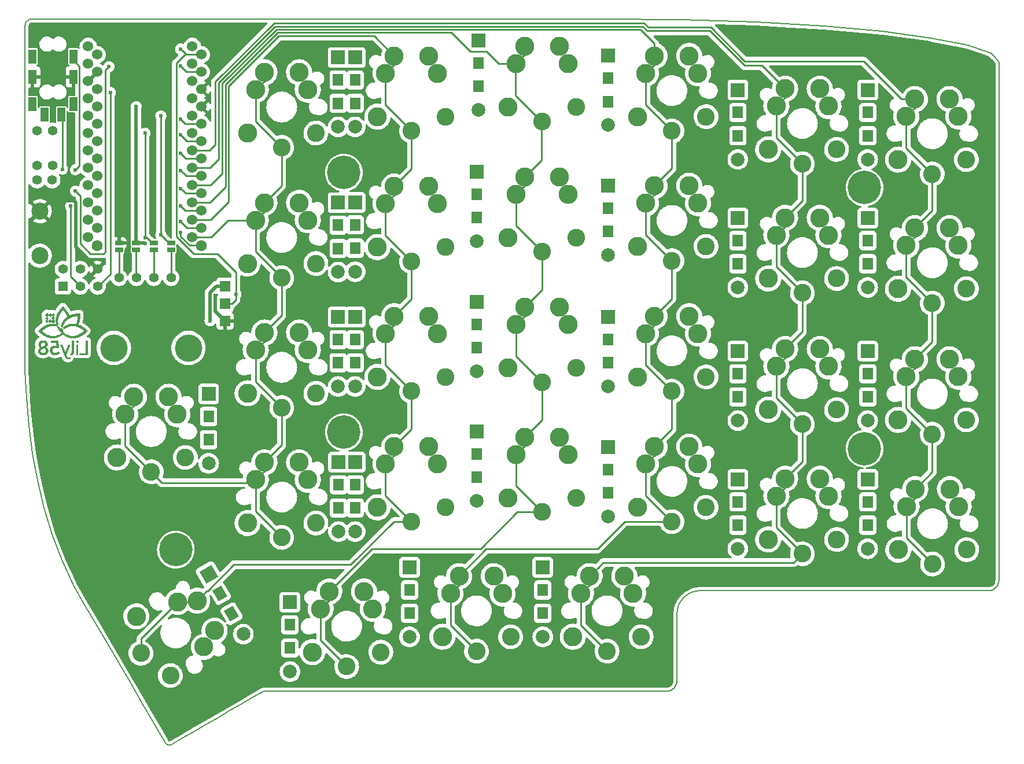
<source format=gbl>
G04 #@! TF.GenerationSoftware,KiCad,Pcbnew,(6.0.8-1)-1*
G04 #@! TF.CreationDate,2023-02-22T14:27:57+02:00*
G04 #@! TF.ProjectId,Lily58,4c696c79-3538-42e6-9b69-6361645f7063,rev?*
G04 #@! TF.SameCoordinates,Original*
G04 #@! TF.FileFunction,Copper,L2,Bot*
G04 #@! TF.FilePolarity,Positive*
%FSLAX46Y46*%
G04 Gerber Fmt 4.6, Leading zero omitted, Abs format (unit mm)*
G04 Created by KiCad (PCBNEW (6.0.8-1)-1) date 2023-02-22 14:27:57*
%MOMM*%
%LPD*%
G01*
G04 APERTURE LIST*
G04 Aperture macros list*
%AMRotRect*
0 Rectangle, with rotation*
0 The origin of the aperture is its center*
0 $1 length*
0 $2 width*
0 $3 Rotation angle, in degrees counterclockwise*
0 Add horizontal line*
21,1,$1,$2,0,0,$3*%
G04 Aperture macros list end*
G04 #@! TA.AperFunction,Profile*
%ADD10C,0.200000*%
G04 #@! TD*
G04 #@! TA.AperFunction,EtchedComponent*
%ADD11C,0.010000*%
G04 #@! TD*
G04 #@! TA.AperFunction,ComponentPad*
%ADD12C,1.600000*%
G04 #@! TD*
G04 #@! TA.AperFunction,ComponentPad*
%ADD13R,1.200000X2.100000*%
G04 #@! TD*
G04 #@! TA.AperFunction,ComponentPad*
%ADD14R,1.500000X1.800000*%
G04 #@! TD*
G04 #@! TA.AperFunction,ComponentPad*
%ADD15C,1.998980*%
G04 #@! TD*
G04 #@! TA.AperFunction,ComponentPad*
%ADD16R,1.998980X1.998980*%
G04 #@! TD*
G04 #@! TA.AperFunction,ComponentPad*
%ADD17RotRect,1.800000X1.500000X300.000000*%
G04 #@! TD*
G04 #@! TA.AperFunction,ComponentPad*
%ADD18RotRect,1.998980X1.998980X120.000000*%
G04 #@! TD*
G04 #@! TA.AperFunction,ComponentPad*
%ADD19C,4.000000*%
G04 #@! TD*
G04 #@! TA.AperFunction,ComponentPad*
%ADD20C,4.900000*%
G04 #@! TD*
G04 #@! TA.AperFunction,ComponentPad*
%ADD21R,1.397000X1.397000*%
G04 #@! TD*
G04 #@! TA.AperFunction,ComponentPad*
%ADD22C,1.397000*%
G04 #@! TD*
G04 #@! TA.AperFunction,ComponentPad*
%ADD23C,2.500000*%
G04 #@! TD*
G04 #@! TA.AperFunction,ComponentPad*
%ADD24C,1.524000*%
G04 #@! TD*
G04 #@! TA.AperFunction,ComponentPad*
%ADD25C,2.600000*%
G04 #@! TD*
G04 #@! TA.AperFunction,ComponentPad*
%ADD26C,2.800000*%
G04 #@! TD*
G04 #@! TA.AperFunction,SMDPad,CuDef*
%ADD27R,1.524000X1.524000*%
G04 #@! TD*
G04 #@! TA.AperFunction,SMDPad,CuDef*
%ADD28R,1.143000X0.635000*%
G04 #@! TD*
G04 #@! TA.AperFunction,ViaPad*
%ADD29C,0.600000*%
G04 #@! TD*
G04 #@! TA.AperFunction,Conductor*
%ADD30C,0.250000*%
G04 #@! TD*
G04 #@! TA.AperFunction,Conductor*
%ADD31C,0.500000*%
G04 #@! TD*
G04 APERTURE END LIST*
D10*
X224900000Y-42700000D02*
X225460000Y-43436755D01*
X82937528Y-50750629D02*
X82937528Y-44443695D01*
X82937528Y-57057562D02*
X82937528Y-50750629D01*
X115211711Y-37086762D02*
X104803877Y-37086762D01*
X218692418Y-120789735D02*
X223959999Y-120789735D01*
X213424836Y-120789735D02*
X218692418Y-120789735D01*
X208157255Y-120789735D02*
X213424836Y-120789735D01*
X202889673Y-120789735D02*
X208157255Y-120789735D01*
X197622092Y-120789735D02*
X202889673Y-120789735D01*
X192354511Y-120789735D02*
X197622092Y-120789735D01*
X187086929Y-120789735D02*
X192354511Y-120789735D01*
X181819348Y-120789735D02*
X187086929Y-120789735D01*
X181113524Y-120860778D02*
X181819348Y-120789735D01*
X180456326Y-121064561D02*
X181113524Y-120860778D01*
X179861773Y-121387065D02*
X180456326Y-121064561D01*
X179343884Y-121814271D02*
X179861773Y-121387065D01*
X178916678Y-122332160D02*
X179343884Y-121814271D01*
X178594174Y-122926713D02*
X178916678Y-122332160D01*
X178390391Y-123583911D02*
X178594174Y-122926713D01*
X178319348Y-124289735D02*
X178390391Y-123583911D01*
X199807654Y-38170488D02*
X189919538Y-37585374D01*
X208420758Y-38945561D02*
X199807654Y-38170488D01*
X215525697Y-39885159D02*
X208420758Y-38945561D01*
X220889319Y-40963847D02*
X215525697Y-39885159D01*
X178989563Y-37215654D02*
X167250881Y-37086762D01*
X189919538Y-37585374D02*
X178989563Y-37215654D01*
X177658308Y-135255660D02*
X177403500Y-135393876D01*
X177880261Y-135072571D02*
X177658308Y-135255660D01*
X178063349Y-134850619D02*
X177880261Y-135072571D01*
X178201565Y-134595810D02*
X178063349Y-134850619D01*
X178288901Y-134314154D02*
X178201565Y-134595810D01*
X178319348Y-134011658D02*
X178288901Y-134314154D01*
X225460000Y-52918378D02*
X225460000Y-62400000D01*
X225460000Y-43436755D02*
X225460000Y-52918378D01*
X82937528Y-69671429D02*
X82937528Y-63364495D01*
X82937528Y-75978362D02*
X82937528Y-69671429D01*
X82937528Y-82285296D02*
X82937528Y-75978362D01*
X82937528Y-88592229D02*
X82937528Y-82285296D01*
X104807833Y-37086762D02*
X94400000Y-37086762D01*
X125619545Y-37086762D02*
X115211711Y-37086762D01*
X136027379Y-37086762D02*
X125619545Y-37086762D01*
X146435213Y-37086762D02*
X136027379Y-37086762D01*
X156843047Y-37086762D02*
X146435213Y-37086762D01*
X167250881Y-37086762D02*
X156843047Y-37086762D01*
X83400937Y-37265961D02*
X83579303Y-37169210D01*
X83245570Y-37394123D02*
X83400937Y-37265961D01*
X83117409Y-37549489D02*
X83245570Y-37394123D01*
X83020657Y-37727855D02*
X83117409Y-37549489D01*
X82959523Y-37925015D02*
X83020657Y-37727855D01*
X82938210Y-38136762D02*
X82959523Y-37925015D01*
X83776462Y-37108075D02*
X83988210Y-37086762D01*
X83579303Y-37169210D02*
X83776462Y-37108075D01*
X94396044Y-37086762D02*
X83988210Y-37086762D01*
X82937528Y-63364495D02*
X82937528Y-57057562D01*
X82937528Y-44443695D02*
X82937528Y-38136762D01*
X88291758Y-116318073D02*
X89993333Y-119989540D01*
X86863105Y-112530670D02*
X88291758Y-116318073D01*
X85688004Y-108649127D02*
X86863105Y-112530670D01*
X84747083Y-104695246D02*
X85688004Y-108649127D01*
X84020972Y-100690825D02*
X84747083Y-104695246D01*
X83490297Y-96657663D02*
X84020972Y-100690825D01*
X83135690Y-92617561D02*
X83490297Y-96657663D01*
X82937777Y-88592317D02*
X83135690Y-92617561D01*
X104288864Y-143357278D02*
X104456758Y-143271756D01*
X104130206Y-143404468D02*
X104288864Y-143357278D01*
X103981252Y-143413974D02*
X104130206Y-143404468D01*
X103842470Y-143386445D02*
X103981252Y-143413974D01*
X103714328Y-143322532D02*
X103842470Y-143386445D01*
X103597295Y-143222884D02*
X103714328Y-143322532D01*
X103491837Y-143088150D02*
X103597295Y-143222884D01*
X103398425Y-142918979D02*
X103491837Y-143088150D01*
X116186619Y-136480784D02*
X117862313Y-135510645D01*
X114510925Y-137450923D02*
X116186619Y-136480784D01*
X112835230Y-138421062D02*
X114510925Y-137450923D01*
X111159536Y-139391201D02*
X112835230Y-138421062D01*
X109483841Y-140361340D02*
X111159536Y-139391201D01*
X107808147Y-141331479D02*
X109483841Y-140361340D01*
X106132452Y-142301617D02*
X107808147Y-141331479D01*
X104456758Y-143271756D02*
X106132452Y-142301617D01*
X101722730Y-140052659D02*
X103398425Y-142918979D01*
X100047036Y-137186340D02*
X101722730Y-140052659D01*
X98371341Y-134320020D02*
X100047036Y-137186340D01*
X96695647Y-131453701D02*
X98371341Y-134320020D01*
X95019952Y-128587381D02*
X96695647Y-131453701D01*
X93344258Y-125721062D02*
X95019952Y-128587381D01*
X91668563Y-122854742D02*
X93344258Y-125721062D01*
X89992869Y-119988423D02*
X91668563Y-122854742D01*
X169449826Y-135511658D02*
X176819348Y-135511658D01*
X162080304Y-135511658D02*
X169449826Y-135511658D01*
X154710782Y-135511658D02*
X162080304Y-135511658D01*
X147341260Y-135511658D02*
X154710782Y-135511658D01*
X139971738Y-135511658D02*
X147341260Y-135511658D01*
X132602217Y-135511658D02*
X139971738Y-135511658D01*
X125232695Y-135511658D02*
X132602217Y-135511658D01*
X117863173Y-135511658D02*
X125232695Y-135511658D01*
X178319348Y-132816013D02*
X178319348Y-134011658D01*
X178319348Y-131597973D02*
X178319348Y-132816013D01*
X178319348Y-130379933D02*
X178319348Y-131597973D01*
X178319348Y-129161894D02*
X178319348Y-130379933D01*
X178319348Y-127943854D02*
X178319348Y-129161894D01*
X178319348Y-126725814D02*
X178319348Y-127943854D01*
X178319348Y-125507775D02*
X178319348Y-126725814D01*
X178319348Y-124289735D02*
X178319348Y-125507775D01*
X177121844Y-135481211D02*
X176819348Y-135511658D01*
X177403500Y-135393876D02*
X177121844Y-135481211D01*
X224278471Y-42156190D02*
X220889319Y-40963847D01*
X224900000Y-42700000D02*
X224278471Y-42156190D01*
X224262495Y-120759288D02*
X223959999Y-120789735D01*
X224544152Y-120671952D02*
X224262495Y-120759288D01*
X224798960Y-120533736D02*
X224544152Y-120671952D01*
X225020912Y-120350648D02*
X224798960Y-120533736D01*
X225204001Y-120128696D02*
X225020912Y-120350648D01*
X225342217Y-119873887D02*
X225204001Y-120128696D01*
X225429552Y-119592231D02*
X225342217Y-119873887D01*
X225459999Y-119289735D02*
X225429552Y-119592231D01*
X225460000Y-109808112D02*
X225460000Y-119289735D01*
X225460000Y-100326490D02*
X225460000Y-109808112D01*
X225460000Y-90844867D02*
X225460000Y-100326490D01*
X225460000Y-81363245D02*
X225460000Y-90844867D01*
X225460000Y-71881623D02*
X225460000Y-81363245D01*
X225460000Y-62400000D02*
X225460000Y-71881623D01*
G36*
X87019174Y-80241131D02*
G01*
X87032785Y-80252824D01*
X87053307Y-80271940D01*
X87078922Y-80296777D01*
X87107813Y-80325632D01*
X87194111Y-80413006D01*
X87107540Y-80499803D01*
X87085440Y-80521725D01*
X87058701Y-80547562D01*
X87036610Y-80568118D01*
X87021002Y-80581697D01*
X87013712Y-80586600D01*
X87010576Y-80585260D01*
X86998138Y-80575610D01*
X86979178Y-80558481D01*
X86955828Y-80536052D01*
X86930219Y-80510500D01*
X86904486Y-80484004D01*
X86880759Y-80458742D01*
X86861172Y-80436893D01*
X86847855Y-80420635D01*
X86842943Y-80412146D01*
X86844319Y-80408887D01*
X86853899Y-80396197D01*
X86870806Y-80376883D01*
X86892899Y-80353110D01*
X86918040Y-80327048D01*
X86944088Y-80300864D01*
X86968905Y-80276725D01*
X86990351Y-80256799D01*
X87006286Y-80243254D01*
X87014572Y-80238257D01*
X87019174Y-80241131D01*
G37*
D11*
X87019174Y-80241131D02*
X87032785Y-80252824D01*
X87053307Y-80271940D01*
X87078922Y-80296777D01*
X87107813Y-80325632D01*
X87194111Y-80413006D01*
X87107540Y-80499803D01*
X87085440Y-80521725D01*
X87058701Y-80547562D01*
X87036610Y-80568118D01*
X87021002Y-80581697D01*
X87013712Y-80586600D01*
X87010576Y-80585260D01*
X86998138Y-80575610D01*
X86979178Y-80558481D01*
X86955828Y-80536052D01*
X86930219Y-80510500D01*
X86904486Y-80484004D01*
X86880759Y-80458742D01*
X86861172Y-80436893D01*
X86847855Y-80420635D01*
X86842943Y-80412146D01*
X86844319Y-80408887D01*
X86853899Y-80396197D01*
X86870806Y-80376883D01*
X86892899Y-80353110D01*
X86918040Y-80327048D01*
X86944088Y-80300864D01*
X86968905Y-80276725D01*
X86990351Y-80256799D01*
X87006286Y-80243254D01*
X87014572Y-80238257D01*
X87019174Y-80241131D01*
G36*
X86613921Y-80210618D02*
G01*
X86626953Y-80220362D01*
X86646899Y-80237778D01*
X86671807Y-80260916D01*
X86699725Y-80287830D01*
X86728702Y-80316570D01*
X86756787Y-80345190D01*
X86782028Y-80371741D01*
X86802473Y-80394274D01*
X86816171Y-80410843D01*
X86821171Y-80419498D01*
X86820994Y-80420313D01*
X86814314Y-80430260D01*
X86799103Y-80448315D01*
X86776918Y-80472754D01*
X86749315Y-80501855D01*
X86717851Y-80533895D01*
X86711465Y-80540279D01*
X86680214Y-80571110D01*
X86652514Y-80597787D01*
X86630020Y-80618761D01*
X86614386Y-80632482D01*
X86607270Y-80637400D01*
X86602005Y-80634117D01*
X86587939Y-80622067D01*
X86567289Y-80602957D01*
X86541954Y-80578684D01*
X86513833Y-80551144D01*
X86484827Y-80522234D01*
X86456835Y-80493850D01*
X86431757Y-80467888D01*
X86411491Y-80446244D01*
X86397939Y-80430816D01*
X86393000Y-80423499D01*
X86395991Y-80418219D01*
X86407858Y-80404028D01*
X86426972Y-80383306D01*
X86451414Y-80357943D01*
X86479267Y-80329829D01*
X86508610Y-80300854D01*
X86537525Y-80272910D01*
X86564093Y-80247884D01*
X86586395Y-80227669D01*
X86602512Y-80214154D01*
X86610526Y-80209229D01*
X86613921Y-80210618D01*
G37*
X86613921Y-80210618D02*
X86626953Y-80220362D01*
X86646899Y-80237778D01*
X86671807Y-80260916D01*
X86699725Y-80287830D01*
X86728702Y-80316570D01*
X86756787Y-80345190D01*
X86782028Y-80371741D01*
X86802473Y-80394274D01*
X86816171Y-80410843D01*
X86821171Y-80419498D01*
X86820994Y-80420313D01*
X86814314Y-80430260D01*
X86799103Y-80448315D01*
X86776918Y-80472754D01*
X86749315Y-80501855D01*
X86717851Y-80533895D01*
X86711465Y-80540279D01*
X86680214Y-80571110D01*
X86652514Y-80597787D01*
X86630020Y-80618761D01*
X86614386Y-80632482D01*
X86607270Y-80637400D01*
X86602005Y-80634117D01*
X86587939Y-80622067D01*
X86567289Y-80602957D01*
X86541954Y-80578684D01*
X86513833Y-80551144D01*
X86484827Y-80522234D01*
X86456835Y-80493850D01*
X86431757Y-80467888D01*
X86411491Y-80446244D01*
X86397939Y-80430816D01*
X86393000Y-80423499D01*
X86395991Y-80418219D01*
X86407858Y-80404028D01*
X86426972Y-80383306D01*
X86451414Y-80357943D01*
X86479267Y-80329829D01*
X86508610Y-80300854D01*
X86537525Y-80272910D01*
X86564093Y-80247884D01*
X86586395Y-80227669D01*
X86602512Y-80214154D01*
X86610526Y-80209229D01*
X86613921Y-80210618D01*
G36*
X86121627Y-80167942D02*
G01*
X86135618Y-80178993D01*
X86156628Y-80197680D01*
X86182897Y-80222246D01*
X86212666Y-80250934D01*
X86244175Y-80281987D01*
X86275665Y-80313646D01*
X86305375Y-80344154D01*
X86331546Y-80371754D01*
X86352419Y-80394688D01*
X86366233Y-80411198D01*
X86371228Y-80419528D01*
X86369252Y-80423463D01*
X86358547Y-80437055D01*
X86339813Y-80458272D01*
X86314481Y-80485551D01*
X86283983Y-80517332D01*
X86249751Y-80552051D01*
X86227754Y-80573900D01*
X86194736Y-80605999D01*
X86165630Y-80633462D01*
X86141997Y-80654853D01*
X86125395Y-80668739D01*
X86117386Y-80673686D01*
X86112830Y-80671430D01*
X86098839Y-80660379D01*
X86077829Y-80641692D01*
X86051560Y-80617126D01*
X86021791Y-80588438D01*
X85990281Y-80557385D01*
X85958792Y-80525726D01*
X85929081Y-80495218D01*
X85902910Y-80467618D01*
X85882038Y-80444684D01*
X85868224Y-80428174D01*
X85863228Y-80419844D01*
X85865485Y-80415288D01*
X85876535Y-80401297D01*
X85895222Y-80380287D01*
X85919788Y-80354017D01*
X85948477Y-80324248D01*
X85979529Y-80292739D01*
X86011188Y-80261249D01*
X86041696Y-80231539D01*
X86069296Y-80205368D01*
X86092230Y-80184495D01*
X86108741Y-80170682D01*
X86117070Y-80165686D01*
X86121627Y-80167942D01*
G37*
X86121627Y-80167942D02*
X86135618Y-80178993D01*
X86156628Y-80197680D01*
X86182897Y-80222246D01*
X86212666Y-80250934D01*
X86244175Y-80281987D01*
X86275665Y-80313646D01*
X86305375Y-80344154D01*
X86331546Y-80371754D01*
X86352419Y-80394688D01*
X86366233Y-80411198D01*
X86371228Y-80419528D01*
X86369252Y-80423463D01*
X86358547Y-80437055D01*
X86339813Y-80458272D01*
X86314481Y-80485551D01*
X86283983Y-80517332D01*
X86249751Y-80552051D01*
X86227754Y-80573900D01*
X86194736Y-80605999D01*
X86165630Y-80633462D01*
X86141997Y-80654853D01*
X86125395Y-80668739D01*
X86117386Y-80673686D01*
X86112830Y-80671430D01*
X86098839Y-80660379D01*
X86077829Y-80641692D01*
X86051560Y-80617126D01*
X86021791Y-80588438D01*
X85990281Y-80557385D01*
X85958792Y-80525726D01*
X85929081Y-80495218D01*
X85902910Y-80467618D01*
X85882038Y-80444684D01*
X85868224Y-80428174D01*
X85863228Y-80419844D01*
X85865485Y-80415288D01*
X85876535Y-80401297D01*
X85895222Y-80380287D01*
X85919788Y-80354017D01*
X85948477Y-80324248D01*
X85979529Y-80292739D01*
X86011188Y-80261249D01*
X86041696Y-80231539D01*
X86069296Y-80205368D01*
X86092230Y-80184495D01*
X86108741Y-80170682D01*
X86117070Y-80165686D01*
X86121627Y-80167942D01*
G36*
X87018827Y-80611463D02*
G01*
X87033025Y-80623436D01*
X87053736Y-80642634D01*
X87079075Y-80667137D01*
X87107155Y-80695027D01*
X87136090Y-80724387D01*
X87163993Y-80753297D01*
X87188979Y-80779840D01*
X87209162Y-80802098D01*
X87222654Y-80818153D01*
X87227571Y-80826086D01*
X87227391Y-80826946D01*
X87220657Y-80837066D01*
X87205346Y-80855227D01*
X87183022Y-80879705D01*
X87155250Y-80908774D01*
X87123595Y-80940710D01*
X87116977Y-80947258D01*
X87085657Y-80977912D01*
X87058005Y-81004431D01*
X87035664Y-81025277D01*
X87020277Y-81038913D01*
X87013485Y-81043800D01*
X87008144Y-81040709D01*
X86993946Y-81028735D01*
X86973235Y-81009538D01*
X86947896Y-80985035D01*
X86919816Y-80957145D01*
X86890881Y-80927785D01*
X86862978Y-80898875D01*
X86837992Y-80872331D01*
X86817809Y-80850073D01*
X86804317Y-80834019D01*
X86799400Y-80826086D01*
X86802439Y-80820654D01*
X86814214Y-80806215D01*
X86833091Y-80785153D01*
X86857186Y-80759385D01*
X86884611Y-80730829D01*
X86913481Y-80701404D01*
X86941910Y-80673027D01*
X86968011Y-80647618D01*
X86989898Y-80627093D01*
X87005685Y-80613372D01*
X87013485Y-80608372D01*
X87018827Y-80611463D01*
G37*
X87018827Y-80611463D02*
X87033025Y-80623436D01*
X87053736Y-80642634D01*
X87079075Y-80667137D01*
X87107155Y-80695027D01*
X87136090Y-80724387D01*
X87163993Y-80753297D01*
X87188979Y-80779840D01*
X87209162Y-80802098D01*
X87222654Y-80818153D01*
X87227571Y-80826086D01*
X87227391Y-80826946D01*
X87220657Y-80837066D01*
X87205346Y-80855227D01*
X87183022Y-80879705D01*
X87155250Y-80908774D01*
X87123595Y-80940710D01*
X87116977Y-80947258D01*
X87085657Y-80977912D01*
X87058005Y-81004431D01*
X87035664Y-81025277D01*
X87020277Y-81038913D01*
X87013485Y-81043800D01*
X87008144Y-81040709D01*
X86993946Y-81028735D01*
X86973235Y-81009538D01*
X86947896Y-80985035D01*
X86919816Y-80957145D01*
X86890881Y-80927785D01*
X86862978Y-80898875D01*
X86837992Y-80872331D01*
X86817809Y-80850073D01*
X86804317Y-80834019D01*
X86799400Y-80826086D01*
X86802439Y-80820654D01*
X86814214Y-80806215D01*
X86833091Y-80785153D01*
X86857186Y-80759385D01*
X86884611Y-80730829D01*
X86913481Y-80701404D01*
X86941910Y-80673027D01*
X86968011Y-80647618D01*
X86989898Y-80627093D01*
X87005685Y-80613372D01*
X87013485Y-80608372D01*
X87018827Y-80611463D01*
G36*
X86227870Y-80802530D02*
G01*
X86338448Y-80913107D01*
X86233375Y-81018368D01*
X86225792Y-81025936D01*
X86194064Y-81056984D01*
X86165660Y-81083823D01*
X86142282Y-81104907D01*
X86125634Y-81118691D01*
X86117416Y-81123629D01*
X86114028Y-81122252D01*
X86100990Y-81112522D01*
X86081040Y-81095110D01*
X86056131Y-81071965D01*
X86028212Y-81045036D01*
X85999235Y-81016273D01*
X85971151Y-80987625D01*
X85945912Y-80961042D01*
X85925468Y-80938473D01*
X85911771Y-80921868D01*
X85906771Y-80913175D01*
X85907041Y-80912111D01*
X85914145Y-80901752D01*
X85929742Y-80883358D01*
X85952286Y-80858635D01*
X85980231Y-80829289D01*
X86012032Y-80797025D01*
X86117293Y-80691952D01*
X86227870Y-80802530D01*
G37*
X86227870Y-80802530D02*
X86338448Y-80913107D01*
X86233375Y-81018368D01*
X86225792Y-81025936D01*
X86194064Y-81056984D01*
X86165660Y-81083823D01*
X86142282Y-81104907D01*
X86125634Y-81118691D01*
X86117416Y-81123629D01*
X86114028Y-81122252D01*
X86100990Y-81112522D01*
X86081040Y-81095110D01*
X86056131Y-81071965D01*
X86028212Y-81045036D01*
X85999235Y-81016273D01*
X85971151Y-80987625D01*
X85945912Y-80961042D01*
X85925468Y-80938473D01*
X85911771Y-80921868D01*
X85906771Y-80913175D01*
X85907041Y-80912111D01*
X85914145Y-80901752D01*
X85929742Y-80883358D01*
X85952286Y-80858635D01*
X85980231Y-80829289D01*
X86012032Y-80797025D01*
X86117293Y-80691952D01*
X86227870Y-80802530D01*
G36*
X86120217Y-81154005D02*
G01*
X86132901Y-81163493D01*
X86152254Y-81180268D01*
X86176096Y-81202202D01*
X86202249Y-81227166D01*
X86228532Y-81253033D01*
X86252768Y-81277676D01*
X86272778Y-81298965D01*
X86286381Y-81314773D01*
X86291400Y-81322973D01*
X86288867Y-81327270D01*
X86277635Y-81340722D01*
X86258982Y-81361170D01*
X86234615Y-81386755D01*
X86206242Y-81415620D01*
X86185287Y-81436511D01*
X86159180Y-81462175D01*
X86137953Y-81482611D01*
X86123378Y-81496119D01*
X86117228Y-81501000D01*
X86112176Y-81497515D01*
X86098699Y-81485350D01*
X86079077Y-81466469D01*
X86055374Y-81442977D01*
X86029655Y-81416982D01*
X86003984Y-81390591D01*
X85980425Y-81365911D01*
X85961041Y-81345048D01*
X85947897Y-81330111D01*
X85943057Y-81323205D01*
X85944446Y-81320058D01*
X85954158Y-81307668D01*
X85971310Y-81288750D01*
X85993726Y-81265437D01*
X86019232Y-81239861D01*
X86045653Y-81214154D01*
X86070815Y-81190447D01*
X86092542Y-81170874D01*
X86108661Y-81157567D01*
X86116996Y-81152657D01*
X86120217Y-81154005D01*
G37*
X86120217Y-81154005D02*
X86132901Y-81163493D01*
X86152254Y-81180268D01*
X86176096Y-81202202D01*
X86202249Y-81227166D01*
X86228532Y-81253033D01*
X86252768Y-81277676D01*
X86272778Y-81298965D01*
X86286381Y-81314773D01*
X86291400Y-81322973D01*
X86288867Y-81327270D01*
X86277635Y-81340722D01*
X86258982Y-81361170D01*
X86234615Y-81386755D01*
X86206242Y-81415620D01*
X86185287Y-81436511D01*
X86159180Y-81462175D01*
X86137953Y-81482611D01*
X86123378Y-81496119D01*
X86117228Y-81501000D01*
X86112176Y-81497515D01*
X86098699Y-81485350D01*
X86079077Y-81466469D01*
X86055374Y-81442977D01*
X86029655Y-81416982D01*
X86003984Y-81390591D01*
X85980425Y-81365911D01*
X85961041Y-81345048D01*
X85947897Y-81330111D01*
X85943057Y-81323205D01*
X85944446Y-81320058D01*
X85954158Y-81307668D01*
X85971310Y-81288750D01*
X85993726Y-81265437D01*
X86019232Y-81239861D01*
X86045653Y-81214154D01*
X86070815Y-81190447D01*
X86092542Y-81170874D01*
X86108661Y-81157567D01*
X86116996Y-81152657D01*
X86120217Y-81154005D01*
G36*
X86522316Y-81107440D02*
G01*
X86532236Y-81112943D01*
X86546519Y-81124222D01*
X86566592Y-81142447D01*
X86593881Y-81168787D01*
X86629812Y-81204411D01*
X86636536Y-81211145D01*
X86667513Y-81242784D01*
X86694309Y-81271140D01*
X86715372Y-81294500D01*
X86729148Y-81311152D01*
X86734085Y-81319384D01*
X86734041Y-81319754D01*
X86728236Y-81328911D01*
X86713783Y-81346290D01*
X86692269Y-81370130D01*
X86665279Y-81398670D01*
X86634397Y-81430149D01*
X86631411Y-81433136D01*
X86600189Y-81463783D01*
X86572060Y-81490383D01*
X86548783Y-81511350D01*
X86532116Y-81525094D01*
X86523816Y-81530029D01*
X86518432Y-81527036D01*
X86504011Y-81515332D01*
X86482945Y-81496531D01*
X86457156Y-81472518D01*
X86428567Y-81445176D01*
X86399101Y-81416386D01*
X86370681Y-81388033D01*
X86345230Y-81361998D01*
X86324669Y-81340166D01*
X86310923Y-81324418D01*
X86305914Y-81316639D01*
X86306696Y-81314913D01*
X86315157Y-81304283D01*
X86331387Y-81286250D01*
X86353479Y-81262750D01*
X86379523Y-81235719D01*
X86407610Y-81207093D01*
X86435831Y-81178806D01*
X86462278Y-81152796D01*
X86485042Y-81130996D01*
X86502213Y-81115344D01*
X86511884Y-81107775D01*
X86515332Y-81106546D01*
X86522316Y-81107440D01*
G37*
X86522316Y-81107440D02*
X86532236Y-81112943D01*
X86546519Y-81124222D01*
X86566592Y-81142447D01*
X86593881Y-81168787D01*
X86629812Y-81204411D01*
X86636536Y-81211145D01*
X86667513Y-81242784D01*
X86694309Y-81271140D01*
X86715372Y-81294500D01*
X86729148Y-81311152D01*
X86734085Y-81319384D01*
X86734041Y-81319754D01*
X86728236Y-81328911D01*
X86713783Y-81346290D01*
X86692269Y-81370130D01*
X86665279Y-81398670D01*
X86634397Y-81430149D01*
X86631411Y-81433136D01*
X86600189Y-81463783D01*
X86572060Y-81490383D01*
X86548783Y-81511350D01*
X86532116Y-81525094D01*
X86523816Y-81530029D01*
X86518432Y-81527036D01*
X86504011Y-81515332D01*
X86482945Y-81496531D01*
X86457156Y-81472518D01*
X86428567Y-81445176D01*
X86399101Y-81416386D01*
X86370681Y-81388033D01*
X86345230Y-81361998D01*
X86324669Y-81340166D01*
X86310923Y-81324418D01*
X86305914Y-81316639D01*
X86306696Y-81314913D01*
X86315157Y-81304283D01*
X86331387Y-81286250D01*
X86353479Y-81262750D01*
X86379523Y-81235719D01*
X86407610Y-81207093D01*
X86435831Y-81178806D01*
X86462278Y-81152796D01*
X86485042Y-81130996D01*
X86502213Y-81115344D01*
X86511884Y-81107775D01*
X86515332Y-81106546D01*
X86522316Y-81107440D01*
G36*
X87023826Y-81070824D02*
G01*
X87043325Y-81086252D01*
X87071342Y-81111297D01*
X87107251Y-81145399D01*
X87150426Y-81187997D01*
X87165581Y-81203208D01*
X87202441Y-81240674D01*
X87230086Y-81269708D01*
X87249504Y-81291450D01*
X87261682Y-81307045D01*
X87267608Y-81317635D01*
X87268269Y-81324361D01*
X87266186Y-81327896D01*
X87255089Y-81341510D01*
X87235935Y-81362761D01*
X87210252Y-81390008D01*
X87179572Y-81421613D01*
X87145425Y-81455936D01*
X87126465Y-81474640D01*
X87093630Y-81506392D01*
X87064650Y-81533610D01*
X87041110Y-81554845D01*
X87024597Y-81568649D01*
X87016695Y-81573572D01*
X87012252Y-81571590D01*
X86998196Y-81560801D01*
X86977169Y-81542191D01*
X86950921Y-81517538D01*
X86921204Y-81488620D01*
X86889767Y-81457215D01*
X86858364Y-81425099D01*
X86828743Y-81394052D01*
X86802657Y-81365851D01*
X86781856Y-81342274D01*
X86768091Y-81325099D01*
X86763114Y-81316103D01*
X86763810Y-81313558D01*
X86772319Y-81300601D01*
X86789076Y-81280312D01*
X86812279Y-81254495D01*
X86840123Y-81224956D01*
X86870805Y-81193500D01*
X86902521Y-81161931D01*
X86933468Y-81132055D01*
X86961841Y-81105676D01*
X86985837Y-81084599D01*
X87003652Y-81070629D01*
X87013483Y-81065572D01*
X87023826Y-81070824D01*
G37*
X87023826Y-81070824D02*
X87043325Y-81086252D01*
X87071342Y-81111297D01*
X87107251Y-81145399D01*
X87150426Y-81187997D01*
X87165581Y-81203208D01*
X87202441Y-81240674D01*
X87230086Y-81269708D01*
X87249504Y-81291450D01*
X87261682Y-81307045D01*
X87267608Y-81317635D01*
X87268269Y-81324361D01*
X87266186Y-81327896D01*
X87255089Y-81341510D01*
X87235935Y-81362761D01*
X87210252Y-81390008D01*
X87179572Y-81421613D01*
X87145425Y-81455936D01*
X87126465Y-81474640D01*
X87093630Y-81506392D01*
X87064650Y-81533610D01*
X87041110Y-81554845D01*
X87024597Y-81568649D01*
X87016695Y-81573572D01*
X87012252Y-81571590D01*
X86998196Y-81560801D01*
X86977169Y-81542191D01*
X86950921Y-81517538D01*
X86921204Y-81488620D01*
X86889767Y-81457215D01*
X86858364Y-81425099D01*
X86828743Y-81394052D01*
X86802657Y-81365851D01*
X86781856Y-81342274D01*
X86768091Y-81325099D01*
X86763114Y-81316103D01*
X86763810Y-81313558D01*
X86772319Y-81300601D01*
X86789076Y-81280312D01*
X86812279Y-81254495D01*
X86840123Y-81224956D01*
X86870805Y-81193500D01*
X86902521Y-81161931D01*
X86933468Y-81132055D01*
X86961841Y-81105676D01*
X86985837Y-81084599D01*
X87003652Y-81070629D01*
X87013483Y-81065572D01*
X87023826Y-81070824D01*
G36*
X88546571Y-79276686D02*
G01*
X88549106Y-79279265D01*
X88693698Y-79434876D01*
X88828803Y-79597274D01*
X88953585Y-79765195D01*
X89067211Y-79937376D01*
X89168847Y-80112556D01*
X89257658Y-80289470D01*
X89332810Y-80466857D01*
X89339509Y-80483798D01*
X89352609Y-80513420D01*
X89362950Y-80531583D01*
X89369877Y-80537049D01*
X89370659Y-80536813D01*
X89382385Y-80532243D01*
X89404098Y-80523138D01*
X89432997Y-80510690D01*
X89466281Y-80496087D01*
X89505177Y-80479323D01*
X89651724Y-80423173D01*
X89808791Y-80373030D01*
X89974080Y-80329349D01*
X90145294Y-80292584D01*
X90320135Y-80263190D01*
X90496305Y-80241620D01*
X90671507Y-80228330D01*
X90843443Y-80223773D01*
X90972257Y-80223743D01*
X90972257Y-80367832D01*
X90967291Y-80547617D01*
X90952408Y-80734512D01*
X90928125Y-80922299D01*
X90894960Y-81107622D01*
X90853432Y-81287126D01*
X90804057Y-81457457D01*
X90789036Y-81502283D01*
X90769843Y-81556302D01*
X90749001Y-81612328D01*
X90727735Y-81667198D01*
X90707274Y-81717751D01*
X90688846Y-81760825D01*
X90673678Y-81793257D01*
X90673218Y-81794172D01*
X90662377Y-81816558D01*
X90657847Y-81829480D01*
X90659063Y-81836139D01*
X90665459Y-81839738D01*
X90755619Y-81873768D01*
X90927951Y-81948982D01*
X91100224Y-82037191D01*
X91271043Y-82137496D01*
X91439009Y-82248998D01*
X91602728Y-82370800D01*
X91760802Y-82502002D01*
X91911835Y-82641707D01*
X92020914Y-82748271D01*
X91937457Y-82832881D01*
X91886521Y-82883084D01*
X91791138Y-82971026D01*
X91687414Y-83060018D01*
X91578607Y-83147392D01*
X91467975Y-83230483D01*
X91358775Y-83306622D01*
X91329856Y-83325751D01*
X91157750Y-83431472D01*
X90985001Y-83523810D01*
X90812043Y-83602598D01*
X90639310Y-83667671D01*
X90467236Y-83718861D01*
X90296254Y-83756003D01*
X90126800Y-83778930D01*
X90050562Y-83784346D01*
X89892135Y-83785058D01*
X89730754Y-83771985D01*
X89566948Y-83745284D01*
X89401245Y-83705115D01*
X89234176Y-83651638D01*
X89066268Y-83585012D01*
X88898051Y-83505397D01*
X88730053Y-83412951D01*
X88562805Y-83307834D01*
X88554687Y-83302384D01*
X88524072Y-83281377D01*
X88497949Y-83262761D01*
X88478870Y-83248386D01*
X88469388Y-83240104D01*
X88462074Y-83232766D01*
X88452882Y-83229543D01*
X88440546Y-83233023D01*
X88422386Y-83244055D01*
X88395724Y-83263490D01*
X88344920Y-83299820D01*
X88277955Y-83343940D01*
X88203250Y-83390010D01*
X88123851Y-83436261D01*
X88042807Y-83480922D01*
X87963164Y-83522224D01*
X87887971Y-83558397D01*
X87766462Y-83611047D01*
X87596283Y-83673908D01*
X87428574Y-83722743D01*
X87262760Y-83757592D01*
X87098266Y-83778496D01*
X86934517Y-83785499D01*
X86770936Y-83778642D01*
X86606950Y-83757965D01*
X86441983Y-83723512D01*
X86275459Y-83675324D01*
X86273838Y-83674790D01*
X86108103Y-83613608D01*
X85940951Y-83539064D01*
X85773757Y-83452029D01*
X85607899Y-83353373D01*
X85444753Y-83243966D01*
X85285695Y-83124677D01*
X85132103Y-82996378D01*
X84985353Y-82859938D01*
X84872628Y-82749304D01*
X84974280Y-82649481D01*
X85076283Y-82552889D01*
X85228533Y-82420962D01*
X85385720Y-82298487D01*
X85546818Y-82186051D01*
X85710803Y-82084240D01*
X85876649Y-81993640D01*
X86043331Y-81914837D01*
X86209824Y-81848418D01*
X86375103Y-81794969D01*
X86538143Y-81755077D01*
X86669479Y-81732921D01*
X86837062Y-81717784D01*
X87005999Y-81717068D01*
X87176134Y-81730773D01*
X87347314Y-81758897D01*
X87379538Y-81765361D01*
X87418088Y-81773071D01*
X87446416Y-81780005D01*
X87466772Y-81788082D01*
X87481404Y-81799222D01*
X87492565Y-81815345D01*
X87502503Y-81838370D01*
X87513469Y-81870218D01*
X87527714Y-81912807D01*
X87539280Y-81946620D01*
X87551881Y-81983503D01*
X87562320Y-82014110D01*
X87569751Y-82035954D01*
X87573325Y-82046553D01*
X87573846Y-82048336D01*
X87573206Y-82053016D01*
X87566351Y-82053651D01*
X87550783Y-82050002D01*
X87524003Y-82041829D01*
X87521359Y-82040997D01*
X87469136Y-82026168D01*
X87407664Y-82011113D01*
X87341862Y-81996900D01*
X87276645Y-81984594D01*
X87216933Y-81975260D01*
X87152900Y-81968516D01*
X87053797Y-81964062D01*
X86948985Y-81965429D01*
X86842822Y-81972409D01*
X86739665Y-81984798D01*
X86643872Y-82002388D01*
X86580645Y-82017555D01*
X86424718Y-82064355D01*
X86266945Y-82124750D01*
X86108187Y-82198320D01*
X85949307Y-82284646D01*
X85791167Y-82383308D01*
X85634628Y-82493885D01*
X85625825Y-82500516D01*
X85582528Y-82533994D01*
X85535003Y-82571905D01*
X85486425Y-82611629D01*
X85439968Y-82650547D01*
X85398807Y-82686038D01*
X85366114Y-82715483D01*
X85329828Y-82749318D01*
X85377000Y-82793745D01*
X85429865Y-82841662D01*
X85510499Y-82909494D01*
X85599241Y-82979125D01*
X85693071Y-83048346D01*
X85788971Y-83114946D01*
X85883922Y-83176715D01*
X85974904Y-83231444D01*
X85991363Y-83240810D01*
X86153448Y-83325241D01*
X86316757Y-83396306D01*
X86480553Y-83453745D01*
X86644099Y-83497295D01*
X86806657Y-83526695D01*
X86812023Y-83527404D01*
X86863071Y-83532139D01*
X86924041Y-83535007D01*
X86990954Y-83536045D01*
X87059832Y-83535292D01*
X87126694Y-83532783D01*
X87187562Y-83528557D01*
X87238457Y-83522651D01*
X87382873Y-83495177D01*
X87545204Y-83451086D01*
X87708438Y-83393002D01*
X87872054Y-83321137D01*
X88035529Y-83235700D01*
X88198340Y-83136900D01*
X88206354Y-83131677D01*
X88238261Y-83110507D01*
X88266276Y-83091361D01*
X88287616Y-83076165D01*
X88299499Y-83066846D01*
X88300094Y-83066297D01*
X88310019Y-83055470D01*
X88311050Y-83045570D01*
X88304010Y-83029846D01*
X88300101Y-83021745D01*
X88289920Y-82997667D01*
X88280316Y-82971735D01*
X88278655Y-82966881D01*
X88272615Y-82951497D01*
X88265224Y-82940493D01*
X88253478Y-82931355D01*
X88234377Y-82921572D01*
X88204917Y-82908630D01*
X88200723Y-82906812D01*
X88147644Y-82881520D01*
X88099230Y-82853472D01*
X88054208Y-82821334D01*
X88011303Y-82783773D01*
X87969243Y-82739455D01*
X87926754Y-82687048D01*
X87882562Y-82625219D01*
X87835394Y-82552633D01*
X87783976Y-82467959D01*
X87779922Y-82461062D01*
X87758844Y-82423961D01*
X87735780Y-82381638D01*
X87711616Y-82335894D01*
X87687236Y-82288530D01*
X87663527Y-82241347D01*
X87641372Y-82196146D01*
X87621658Y-82154728D01*
X87605269Y-82118894D01*
X87593090Y-82090445D01*
X87586007Y-82071182D01*
X87584904Y-82062905D01*
X87590411Y-82063712D01*
X87607241Y-82069053D01*
X87632876Y-82078250D01*
X87664823Y-82090340D01*
X87700592Y-82104359D01*
X87737691Y-82119345D01*
X87773628Y-82134333D01*
X87805913Y-82148360D01*
X87877085Y-82180132D01*
X87927885Y-82275765D01*
X87928900Y-82277672D01*
X87950506Y-82317114D01*
X87975628Y-82361195D01*
X88002757Y-82407441D01*
X88030386Y-82453374D01*
X88057010Y-82496517D01*
X88081119Y-82534395D01*
X88101206Y-82564532D01*
X88115766Y-82584449D01*
X88132142Y-82604727D01*
X88121996Y-82548164D01*
X88119949Y-82534522D01*
X88117041Y-82502612D01*
X88115485Y-82466169D01*
X88115226Y-82428362D01*
X88116206Y-82392359D01*
X88118367Y-82361330D01*
X88121653Y-82338442D01*
X88126005Y-82326864D01*
X88126311Y-82326622D01*
X88135799Y-82328158D01*
X88154174Y-82337080D01*
X88179171Y-82351826D01*
X88208526Y-82370837D01*
X88239975Y-82392553D01*
X88271252Y-82415413D01*
X88300094Y-82437859D01*
X88324235Y-82458328D01*
X88341412Y-82475263D01*
X88344310Y-82478634D01*
X88364501Y-82505720D01*
X88385500Y-82538783D01*
X88403198Y-82571429D01*
X88416663Y-82601455D01*
X88429008Y-82636557D01*
X88438157Y-82674535D01*
X88445011Y-82719267D01*
X88450473Y-82774629D01*
X88452063Y-82790176D01*
X88463673Y-82851070D01*
X88482692Y-82910384D01*
X88507232Y-82961880D01*
X88511982Y-82969748D01*
X88541490Y-83010387D01*
X88579119Y-83049568D01*
X88626811Y-83089120D01*
X88686505Y-83130874D01*
X88704213Y-83142390D01*
X88862220Y-83237711D01*
X89021661Y-83320775D01*
X89181602Y-83391201D01*
X89341109Y-83448613D01*
X89499248Y-83492633D01*
X89655085Y-83522881D01*
X89655131Y-83522888D01*
X89710440Y-83529211D01*
X89775793Y-83533454D01*
X89847125Y-83535612D01*
X89920366Y-83535683D01*
X89991449Y-83533662D01*
X90056307Y-83529546D01*
X90110872Y-83523329D01*
X90205385Y-83506926D01*
X90351536Y-83472787D01*
X90495706Y-83427970D01*
X90639321Y-83371897D01*
X90783810Y-83303990D01*
X90930598Y-83223671D01*
X91081114Y-83130361D01*
X91088827Y-83125293D01*
X91145067Y-83087179D01*
X91204359Y-83045196D01*
X91264808Y-83000827D01*
X91324516Y-82955552D01*
X91381587Y-82910854D01*
X91434125Y-82868214D01*
X91480232Y-82829115D01*
X91518013Y-82795038D01*
X91545571Y-82767465D01*
X91563714Y-82747648D01*
X91516543Y-82704423D01*
X91509443Y-82697998D01*
X91483295Y-82675051D01*
X91450558Y-82647043D01*
X91414713Y-82616936D01*
X91379243Y-82587689D01*
X91365229Y-82576315D01*
X91208420Y-82456522D01*
X91049924Y-82348927D01*
X90890360Y-82253828D01*
X90730349Y-82171520D01*
X90570510Y-82102298D01*
X90411462Y-82046459D01*
X90253826Y-82004299D01*
X90098221Y-81976112D01*
X90089241Y-81974944D01*
X90030683Y-81969403D01*
X89963338Y-81965854D01*
X89891835Y-81964340D01*
X89820797Y-81964904D01*
X89754853Y-81967587D01*
X89698628Y-81972433D01*
X89655690Y-81978150D01*
X89514064Y-82004917D01*
X89368613Y-82043895D01*
X89221109Y-82094369D01*
X89073322Y-82155626D01*
X88927026Y-82226950D01*
X88783992Y-82307626D01*
X88645993Y-82396941D01*
X88578810Y-82443457D01*
X88551618Y-82402214D01*
X88534796Y-82378182D01*
X88511219Y-82347060D01*
X88488310Y-82319013D01*
X88474918Y-82303327D01*
X88462659Y-82287659D01*
X88457838Y-82277678D01*
X88459204Y-82270277D01*
X88465505Y-82262347D01*
X88467687Y-82260137D01*
X88483527Y-82247157D01*
X88509293Y-82228466D01*
X88542937Y-82205401D01*
X88582410Y-82179303D01*
X88625663Y-82151511D01*
X88670647Y-82123365D01*
X88715312Y-82096205D01*
X88757609Y-82071371D01*
X88773273Y-82062425D01*
X88947280Y-81970208D01*
X89119361Y-81892288D01*
X89289743Y-81828616D01*
X89458654Y-81779143D01*
X89626324Y-81743820D01*
X89792979Y-81722599D01*
X89958849Y-81715430D01*
X90124162Y-81722264D01*
X90289145Y-81743053D01*
X90386176Y-81759383D01*
X90400468Y-81726349D01*
X90435433Y-81641713D01*
X90501693Y-81454656D01*
X90556221Y-81259564D01*
X90599058Y-81056254D01*
X90630247Y-80844541D01*
X90649829Y-80624243D01*
X90654869Y-80542144D01*
X90590406Y-80546582D01*
X90403104Y-80563161D01*
X90196055Y-80590951D01*
X90000180Y-80627930D01*
X89815436Y-80674117D01*
X89641775Y-80729526D01*
X89479154Y-80794174D01*
X89327527Y-80868079D01*
X89186849Y-80951255D01*
X89057074Y-81043720D01*
X88938158Y-81145490D01*
X88882452Y-81200824D01*
X88791663Y-81305243D01*
X88706500Y-81421544D01*
X88627624Y-81548537D01*
X88555692Y-81685033D01*
X88491363Y-81829840D01*
X88435296Y-81981769D01*
X88388148Y-82139629D01*
X88384913Y-82151641D01*
X88377375Y-82178057D01*
X88371229Y-82197480D01*
X88367566Y-82206371D01*
X88366873Y-82206614D01*
X88357136Y-82203117D01*
X88338231Y-82193176D01*
X88312523Y-82178100D01*
X88282377Y-82159200D01*
X88277242Y-82155887D01*
X88246399Y-82136041D01*
X88219552Y-82118846D01*
X88199432Y-82106046D01*
X88188768Y-82099387D01*
X88183573Y-82095652D01*
X88179801Y-82088318D01*
X88180505Y-82075207D01*
X88185391Y-82052215D01*
X88189422Y-82036882D01*
X88197776Y-82008056D01*
X88208987Y-81971148D01*
X88222100Y-81929294D01*
X88236159Y-81885629D01*
X88252512Y-81836899D01*
X88320399Y-81658722D01*
X88397301Y-81491904D01*
X88483238Y-81336419D01*
X88578229Y-81192238D01*
X88682293Y-81059335D01*
X88795449Y-80937682D01*
X88917716Y-80827253D01*
X89049114Y-80728019D01*
X89067919Y-80715055D01*
X89090794Y-80699245D01*
X89107045Y-80687963D01*
X89114006Y-80683057D01*
X89114537Y-80682125D01*
X89112890Y-80670811D01*
X89105667Y-80648856D01*
X89093697Y-80618098D01*
X89077808Y-80580378D01*
X89058826Y-80537533D01*
X89037580Y-80491404D01*
X89014898Y-80443830D01*
X88991606Y-80396650D01*
X88968533Y-80351703D01*
X88946506Y-80310829D01*
X88890221Y-80214297D01*
X88825239Y-80111549D01*
X88756453Y-80010384D01*
X88687522Y-79916376D01*
X88680702Y-79907509D01*
X88652110Y-79871084D01*
X88620392Y-79831632D01*
X88587278Y-79791216D01*
X88554496Y-79751896D01*
X88523778Y-79715733D01*
X88496852Y-79684789D01*
X88475449Y-79661124D01*
X88461297Y-79646800D01*
X88445192Y-79632286D01*
X88412191Y-79668572D01*
X88381223Y-79703225D01*
X88302857Y-79795757D01*
X88223994Y-79895248D01*
X88148204Y-79997108D01*
X88079062Y-80096743D01*
X88050160Y-80140649D01*
X88007212Y-80208686D01*
X87968619Y-80274153D01*
X87931267Y-80342413D01*
X87892042Y-80418830D01*
X87890465Y-80421984D01*
X87816859Y-80582230D01*
X87757407Y-80739917D01*
X87712060Y-80895470D01*
X87680770Y-81049312D01*
X87663488Y-81201867D01*
X87660167Y-81353558D01*
X87670758Y-81504808D01*
X87695212Y-81656041D01*
X87733482Y-81807681D01*
X87737682Y-81822250D01*
X87744439Y-81848177D01*
X87748326Y-81866867D01*
X87748601Y-81875018D01*
X87747215Y-81875342D01*
X87735399Y-81873019D01*
X87714677Y-81866593D01*
X87688443Y-81857074D01*
X87677098Y-81852792D01*
X87640304Y-81839604D01*
X87599179Y-81825605D01*
X87560684Y-81813187D01*
X87489315Y-81791015D01*
X87481007Y-81760307D01*
X87475569Y-81739782D01*
X87440030Y-81574247D01*
X87418928Y-81407461D01*
X87412252Y-81239491D01*
X87419987Y-81070400D01*
X87442120Y-80900255D01*
X87478637Y-80729120D01*
X87529525Y-80557061D01*
X87594770Y-80384143D01*
X87674358Y-80210431D01*
X87768276Y-80035990D01*
X87876511Y-79860886D01*
X87900052Y-79825510D01*
X88038573Y-79632516D01*
X88187547Y-79449566D01*
X88346908Y-79276737D01*
X88446617Y-79175086D01*
X88546571Y-79276686D01*
G37*
X88546571Y-79276686D02*
X88549106Y-79279265D01*
X88693698Y-79434876D01*
X88828803Y-79597274D01*
X88953585Y-79765195D01*
X89067211Y-79937376D01*
X89168847Y-80112556D01*
X89257658Y-80289470D01*
X89332810Y-80466857D01*
X89339509Y-80483798D01*
X89352609Y-80513420D01*
X89362950Y-80531583D01*
X89369877Y-80537049D01*
X89370659Y-80536813D01*
X89382385Y-80532243D01*
X89404098Y-80523138D01*
X89432997Y-80510690D01*
X89466281Y-80496087D01*
X89505177Y-80479323D01*
X89651724Y-80423173D01*
X89808791Y-80373030D01*
X89974080Y-80329349D01*
X90145294Y-80292584D01*
X90320135Y-80263190D01*
X90496305Y-80241620D01*
X90671507Y-80228330D01*
X90843443Y-80223773D01*
X90972257Y-80223743D01*
X90972257Y-80367832D01*
X90967291Y-80547617D01*
X90952408Y-80734512D01*
X90928125Y-80922299D01*
X90894960Y-81107622D01*
X90853432Y-81287126D01*
X90804057Y-81457457D01*
X90789036Y-81502283D01*
X90769843Y-81556302D01*
X90749001Y-81612328D01*
X90727735Y-81667198D01*
X90707274Y-81717751D01*
X90688846Y-81760825D01*
X90673678Y-81793257D01*
X90673218Y-81794172D01*
X90662377Y-81816558D01*
X90657847Y-81829480D01*
X90659063Y-81836139D01*
X90665459Y-81839738D01*
X90755619Y-81873768D01*
X90927951Y-81948982D01*
X91100224Y-82037191D01*
X91271043Y-82137496D01*
X91439009Y-82248998D01*
X91602728Y-82370800D01*
X91760802Y-82502002D01*
X91911835Y-82641707D01*
X92020914Y-82748271D01*
X91937457Y-82832881D01*
X91886521Y-82883084D01*
X91791138Y-82971026D01*
X91687414Y-83060018D01*
X91578607Y-83147392D01*
X91467975Y-83230483D01*
X91358775Y-83306622D01*
X91329856Y-83325751D01*
X91157750Y-83431472D01*
X90985001Y-83523810D01*
X90812043Y-83602598D01*
X90639310Y-83667671D01*
X90467236Y-83718861D01*
X90296254Y-83756003D01*
X90126800Y-83778930D01*
X90050562Y-83784346D01*
X89892135Y-83785058D01*
X89730754Y-83771985D01*
X89566948Y-83745284D01*
X89401245Y-83705115D01*
X89234176Y-83651638D01*
X89066268Y-83585012D01*
X88898051Y-83505397D01*
X88730053Y-83412951D01*
X88562805Y-83307834D01*
X88554687Y-83302384D01*
X88524072Y-83281377D01*
X88497949Y-83262761D01*
X88478870Y-83248386D01*
X88469388Y-83240104D01*
X88462074Y-83232766D01*
X88452882Y-83229543D01*
X88440546Y-83233023D01*
X88422386Y-83244055D01*
X88395724Y-83263490D01*
X88344920Y-83299820D01*
X88277955Y-83343940D01*
X88203250Y-83390010D01*
X88123851Y-83436261D01*
X88042807Y-83480922D01*
X87963164Y-83522224D01*
X87887971Y-83558397D01*
X87766462Y-83611047D01*
X87596283Y-83673908D01*
X87428574Y-83722743D01*
X87262760Y-83757592D01*
X87098266Y-83778496D01*
X86934517Y-83785499D01*
X86770936Y-83778642D01*
X86606950Y-83757965D01*
X86441983Y-83723512D01*
X86275459Y-83675324D01*
X86273838Y-83674790D01*
X86108103Y-83613608D01*
X85940951Y-83539064D01*
X85773757Y-83452029D01*
X85607899Y-83353373D01*
X85444753Y-83243966D01*
X85285695Y-83124677D01*
X85132103Y-82996378D01*
X84985353Y-82859938D01*
X84872628Y-82749304D01*
X84974280Y-82649481D01*
X85076283Y-82552889D01*
X85228533Y-82420962D01*
X85385720Y-82298487D01*
X85546818Y-82186051D01*
X85710803Y-82084240D01*
X85876649Y-81993640D01*
X86043331Y-81914837D01*
X86209824Y-81848418D01*
X86375103Y-81794969D01*
X86538143Y-81755077D01*
X86669479Y-81732921D01*
X86837062Y-81717784D01*
X87005999Y-81717068D01*
X87176134Y-81730773D01*
X87347314Y-81758897D01*
X87379538Y-81765361D01*
X87418088Y-81773071D01*
X87446416Y-81780005D01*
X87466772Y-81788082D01*
X87481404Y-81799222D01*
X87492565Y-81815345D01*
X87502503Y-81838370D01*
X87513469Y-81870218D01*
X87527714Y-81912807D01*
X87539280Y-81946620D01*
X87551881Y-81983503D01*
X87562320Y-82014110D01*
X87569751Y-82035954D01*
X87573325Y-82046553D01*
X87573846Y-82048336D01*
X87573206Y-82053016D01*
X87566351Y-82053651D01*
X87550783Y-82050002D01*
X87524003Y-82041829D01*
X87521359Y-82040997D01*
X87469136Y-82026168D01*
X87407664Y-82011113D01*
X87341862Y-81996900D01*
X87276645Y-81984594D01*
X87216933Y-81975260D01*
X87152900Y-81968516D01*
X87053797Y-81964062D01*
X86948985Y-81965429D01*
X86842822Y-81972409D01*
X86739665Y-81984798D01*
X86643872Y-82002388D01*
X86580645Y-82017555D01*
X86424718Y-82064355D01*
X86266945Y-82124750D01*
X86108187Y-82198320D01*
X85949307Y-82284646D01*
X85791167Y-82383308D01*
X85634628Y-82493885D01*
X85625825Y-82500516D01*
X85582528Y-82533994D01*
X85535003Y-82571905D01*
X85486425Y-82611629D01*
X85439968Y-82650547D01*
X85398807Y-82686038D01*
X85366114Y-82715483D01*
X85329828Y-82749318D01*
X85377000Y-82793745D01*
X85429865Y-82841662D01*
X85510499Y-82909494D01*
X85599241Y-82979125D01*
X85693071Y-83048346D01*
X85788971Y-83114946D01*
X85883922Y-83176715D01*
X85974904Y-83231444D01*
X85991363Y-83240810D01*
X86153448Y-83325241D01*
X86316757Y-83396306D01*
X86480553Y-83453745D01*
X86644099Y-83497295D01*
X86806657Y-83526695D01*
X86812023Y-83527404D01*
X86863071Y-83532139D01*
X86924041Y-83535007D01*
X86990954Y-83536045D01*
X87059832Y-83535292D01*
X87126694Y-83532783D01*
X87187562Y-83528557D01*
X87238457Y-83522651D01*
X87382873Y-83495177D01*
X87545204Y-83451086D01*
X87708438Y-83393002D01*
X87872054Y-83321137D01*
X88035529Y-83235700D01*
X88198340Y-83136900D01*
X88206354Y-83131677D01*
X88238261Y-83110507D01*
X88266276Y-83091361D01*
X88287616Y-83076165D01*
X88299499Y-83066846D01*
X88300094Y-83066297D01*
X88310019Y-83055470D01*
X88311050Y-83045570D01*
X88304010Y-83029846D01*
X88300101Y-83021745D01*
X88289920Y-82997667D01*
X88280316Y-82971735D01*
X88278655Y-82966881D01*
X88272615Y-82951497D01*
X88265224Y-82940493D01*
X88253478Y-82931355D01*
X88234377Y-82921572D01*
X88204917Y-82908630D01*
X88200723Y-82906812D01*
X88147644Y-82881520D01*
X88099230Y-82853472D01*
X88054208Y-82821334D01*
X88011303Y-82783773D01*
X87969243Y-82739455D01*
X87926754Y-82687048D01*
X87882562Y-82625219D01*
X87835394Y-82552633D01*
X87783976Y-82467959D01*
X87779922Y-82461062D01*
X87758844Y-82423961D01*
X87735780Y-82381638D01*
X87711616Y-82335894D01*
X87687236Y-82288530D01*
X87663527Y-82241347D01*
X87641372Y-82196146D01*
X87621658Y-82154728D01*
X87605269Y-82118894D01*
X87593090Y-82090445D01*
X87586007Y-82071182D01*
X87584904Y-82062905D01*
X87590411Y-82063712D01*
X87607241Y-82069053D01*
X87632876Y-82078250D01*
X87664823Y-82090340D01*
X87700592Y-82104359D01*
X87737691Y-82119345D01*
X87773628Y-82134333D01*
X87805913Y-82148360D01*
X87877085Y-82180132D01*
X87927885Y-82275765D01*
X87928900Y-82277672D01*
X87950506Y-82317114D01*
X87975628Y-82361195D01*
X88002757Y-82407441D01*
X88030386Y-82453374D01*
X88057010Y-82496517D01*
X88081119Y-82534395D01*
X88101206Y-82564532D01*
X88115766Y-82584449D01*
X88132142Y-82604727D01*
X88121996Y-82548164D01*
X88119949Y-82534522D01*
X88117041Y-82502612D01*
X88115485Y-82466169D01*
X88115226Y-82428362D01*
X88116206Y-82392359D01*
X88118367Y-82361330D01*
X88121653Y-82338442D01*
X88126005Y-82326864D01*
X88126311Y-82326622D01*
X88135799Y-82328158D01*
X88154174Y-82337080D01*
X88179171Y-82351826D01*
X88208526Y-82370837D01*
X88239975Y-82392553D01*
X88271252Y-82415413D01*
X88300094Y-82437859D01*
X88324235Y-82458328D01*
X88341412Y-82475263D01*
X88344310Y-82478634D01*
X88364501Y-82505720D01*
X88385500Y-82538783D01*
X88403198Y-82571429D01*
X88416663Y-82601455D01*
X88429008Y-82636557D01*
X88438157Y-82674535D01*
X88445011Y-82719267D01*
X88450473Y-82774629D01*
X88452063Y-82790176D01*
X88463673Y-82851070D01*
X88482692Y-82910384D01*
X88507232Y-82961880D01*
X88511982Y-82969748D01*
X88541490Y-83010387D01*
X88579119Y-83049568D01*
X88626811Y-83089120D01*
X88686505Y-83130874D01*
X88704213Y-83142390D01*
X88862220Y-83237711D01*
X89021661Y-83320775D01*
X89181602Y-83391201D01*
X89341109Y-83448613D01*
X89499248Y-83492633D01*
X89655085Y-83522881D01*
X89655131Y-83522888D01*
X89710440Y-83529211D01*
X89775793Y-83533454D01*
X89847125Y-83535612D01*
X89920366Y-83535683D01*
X89991449Y-83533662D01*
X90056307Y-83529546D01*
X90110872Y-83523329D01*
X90205385Y-83506926D01*
X90351536Y-83472787D01*
X90495706Y-83427970D01*
X90639321Y-83371897D01*
X90783810Y-83303990D01*
X90930598Y-83223671D01*
X91081114Y-83130361D01*
X91088827Y-83125293D01*
X91145067Y-83087179D01*
X91204359Y-83045196D01*
X91264808Y-83000827D01*
X91324516Y-82955552D01*
X91381587Y-82910854D01*
X91434125Y-82868214D01*
X91480232Y-82829115D01*
X91518013Y-82795038D01*
X91545571Y-82767465D01*
X91563714Y-82747648D01*
X91516543Y-82704423D01*
X91509443Y-82697998D01*
X91483295Y-82675051D01*
X91450558Y-82647043D01*
X91414713Y-82616936D01*
X91379243Y-82587689D01*
X91365229Y-82576315D01*
X91208420Y-82456522D01*
X91049924Y-82348927D01*
X90890360Y-82253828D01*
X90730349Y-82171520D01*
X90570510Y-82102298D01*
X90411462Y-82046459D01*
X90253826Y-82004299D01*
X90098221Y-81976112D01*
X90089241Y-81974944D01*
X90030683Y-81969403D01*
X89963338Y-81965854D01*
X89891835Y-81964340D01*
X89820797Y-81964904D01*
X89754853Y-81967587D01*
X89698628Y-81972433D01*
X89655690Y-81978150D01*
X89514064Y-82004917D01*
X89368613Y-82043895D01*
X89221109Y-82094369D01*
X89073322Y-82155626D01*
X88927026Y-82226950D01*
X88783992Y-82307626D01*
X88645993Y-82396941D01*
X88578810Y-82443457D01*
X88551618Y-82402214D01*
X88534796Y-82378182D01*
X88511219Y-82347060D01*
X88488310Y-82319013D01*
X88474918Y-82303327D01*
X88462659Y-82287659D01*
X88457838Y-82277678D01*
X88459204Y-82270277D01*
X88465505Y-82262347D01*
X88467687Y-82260137D01*
X88483527Y-82247157D01*
X88509293Y-82228466D01*
X88542937Y-82205401D01*
X88582410Y-82179303D01*
X88625663Y-82151511D01*
X88670647Y-82123365D01*
X88715312Y-82096205D01*
X88757609Y-82071371D01*
X88773273Y-82062425D01*
X88947280Y-81970208D01*
X89119361Y-81892288D01*
X89289743Y-81828616D01*
X89458654Y-81779143D01*
X89626324Y-81743820D01*
X89792979Y-81722599D01*
X89958849Y-81715430D01*
X90124162Y-81722264D01*
X90289145Y-81743053D01*
X90386176Y-81759383D01*
X90400468Y-81726349D01*
X90435433Y-81641713D01*
X90501693Y-81454656D01*
X90556221Y-81259564D01*
X90599058Y-81056254D01*
X90630247Y-80844541D01*
X90649829Y-80624243D01*
X90654869Y-80542144D01*
X90590406Y-80546582D01*
X90403104Y-80563161D01*
X90196055Y-80590951D01*
X90000180Y-80627930D01*
X89815436Y-80674117D01*
X89641775Y-80729526D01*
X89479154Y-80794174D01*
X89327527Y-80868079D01*
X89186849Y-80951255D01*
X89057074Y-81043720D01*
X88938158Y-81145490D01*
X88882452Y-81200824D01*
X88791663Y-81305243D01*
X88706500Y-81421544D01*
X88627624Y-81548537D01*
X88555692Y-81685033D01*
X88491363Y-81829840D01*
X88435296Y-81981769D01*
X88388148Y-82139629D01*
X88384913Y-82151641D01*
X88377375Y-82178057D01*
X88371229Y-82197480D01*
X88367566Y-82206371D01*
X88366873Y-82206614D01*
X88357136Y-82203117D01*
X88338231Y-82193176D01*
X88312523Y-82178100D01*
X88282377Y-82159200D01*
X88277242Y-82155887D01*
X88246399Y-82136041D01*
X88219552Y-82118846D01*
X88199432Y-82106046D01*
X88188768Y-82099387D01*
X88183573Y-82095652D01*
X88179801Y-82088318D01*
X88180505Y-82075207D01*
X88185391Y-82052215D01*
X88189422Y-82036882D01*
X88197776Y-82008056D01*
X88208987Y-81971148D01*
X88222100Y-81929294D01*
X88236159Y-81885629D01*
X88252512Y-81836899D01*
X88320399Y-81658722D01*
X88397301Y-81491904D01*
X88483238Y-81336419D01*
X88578229Y-81192238D01*
X88682293Y-81059335D01*
X88795449Y-80937682D01*
X88917716Y-80827253D01*
X89049114Y-80728019D01*
X89067919Y-80715055D01*
X89090794Y-80699245D01*
X89107045Y-80687963D01*
X89114006Y-80683057D01*
X89114537Y-80682125D01*
X89112890Y-80670811D01*
X89105667Y-80648856D01*
X89093697Y-80618098D01*
X89077808Y-80580378D01*
X89058826Y-80537533D01*
X89037580Y-80491404D01*
X89014898Y-80443830D01*
X88991606Y-80396650D01*
X88968533Y-80351703D01*
X88946506Y-80310829D01*
X88890221Y-80214297D01*
X88825239Y-80111549D01*
X88756453Y-80010384D01*
X88687522Y-79916376D01*
X88680702Y-79907509D01*
X88652110Y-79871084D01*
X88620392Y-79831632D01*
X88587278Y-79791216D01*
X88554496Y-79751896D01*
X88523778Y-79715733D01*
X88496852Y-79684789D01*
X88475449Y-79661124D01*
X88461297Y-79646800D01*
X88445192Y-79632286D01*
X88412191Y-79668572D01*
X88381223Y-79703225D01*
X88302857Y-79795757D01*
X88223994Y-79895248D01*
X88148204Y-79997108D01*
X88079062Y-80096743D01*
X88050160Y-80140649D01*
X88007212Y-80208686D01*
X87968619Y-80274153D01*
X87931267Y-80342413D01*
X87892042Y-80418830D01*
X87890465Y-80421984D01*
X87816859Y-80582230D01*
X87757407Y-80739917D01*
X87712060Y-80895470D01*
X87680770Y-81049312D01*
X87663488Y-81201867D01*
X87660167Y-81353558D01*
X87670758Y-81504808D01*
X87695212Y-81656041D01*
X87733482Y-81807681D01*
X87737682Y-81822250D01*
X87744439Y-81848177D01*
X87748326Y-81866867D01*
X87748601Y-81875018D01*
X87747215Y-81875342D01*
X87735399Y-81873019D01*
X87714677Y-81866593D01*
X87688443Y-81857074D01*
X87677098Y-81852792D01*
X87640304Y-81839604D01*
X87599179Y-81825605D01*
X87560684Y-81813187D01*
X87489315Y-81791015D01*
X87481007Y-81760307D01*
X87475569Y-81739782D01*
X87440030Y-81574247D01*
X87418928Y-81407461D01*
X87412252Y-81239491D01*
X87419987Y-81070400D01*
X87442120Y-80900255D01*
X87478637Y-80729120D01*
X87529525Y-80557061D01*
X87594770Y-80384143D01*
X87674358Y-80210431D01*
X87768276Y-80035990D01*
X87876511Y-79860886D01*
X87900052Y-79825510D01*
X88038573Y-79632516D01*
X88187547Y-79449566D01*
X88346908Y-79276737D01*
X88446617Y-79175086D01*
X88546571Y-79276686D01*
G36*
X90584070Y-84188320D02*
G01*
X90614389Y-84196153D01*
X90635195Y-84211597D01*
X90648294Y-84236333D01*
X90655490Y-84272041D01*
X90658591Y-84320400D01*
X90658759Y-84362027D01*
X90655447Y-84399928D01*
X90647739Y-84427495D01*
X90635017Y-84446795D01*
X90616657Y-84459892D01*
X90614209Y-84460928D01*
X90595466Y-84465088D01*
X90567504Y-84467961D01*
X90534654Y-84469065D01*
X90492609Y-84467389D01*
X90458673Y-84461242D01*
X90435359Y-84450057D01*
X90420929Y-84433288D01*
X90420790Y-84433012D01*
X90417937Y-84420033D01*
X90415606Y-84396025D01*
X90414034Y-84364320D01*
X90413457Y-84328249D01*
X90413457Y-84324877D01*
X90413588Y-84288043D01*
X90414341Y-84262506D01*
X90416264Y-84245278D01*
X90419908Y-84233369D01*
X90425823Y-84223791D01*
X90434558Y-84213556D01*
X90442453Y-84205084D01*
X90453107Y-84196538D01*
X90466134Y-84191590D01*
X90485579Y-84188924D01*
X90515489Y-84187223D01*
X90542432Y-84186417D01*
X90584070Y-84188320D01*
G37*
X90584070Y-84188320D02*
X90614389Y-84196153D01*
X90635195Y-84211597D01*
X90648294Y-84236333D01*
X90655490Y-84272041D01*
X90658591Y-84320400D01*
X90658759Y-84362027D01*
X90655447Y-84399928D01*
X90647739Y-84427495D01*
X90635017Y-84446795D01*
X90616657Y-84459892D01*
X90614209Y-84460928D01*
X90595466Y-84465088D01*
X90567504Y-84467961D01*
X90534654Y-84469065D01*
X90492609Y-84467389D01*
X90458673Y-84461242D01*
X90435359Y-84450057D01*
X90420929Y-84433288D01*
X90420790Y-84433012D01*
X90417937Y-84420033D01*
X90415606Y-84396025D01*
X90414034Y-84364320D01*
X90413457Y-84328249D01*
X90413457Y-84324877D01*
X90413588Y-84288043D01*
X90414341Y-84262506D01*
X90416264Y-84245278D01*
X90419908Y-84233369D01*
X90425823Y-84223791D01*
X90434558Y-84213556D01*
X90442453Y-84205084D01*
X90453107Y-84196538D01*
X90466134Y-84191590D01*
X90485579Y-84188924D01*
X90515489Y-84187223D01*
X90542432Y-84186417D01*
X90584070Y-84188320D01*
G36*
X90569306Y-84767714D02*
G01*
X90591714Y-84770901D01*
X90608971Y-84777379D01*
X90615295Y-84780538D01*
X90621805Y-84783991D01*
X90627519Y-84788065D01*
X90632488Y-84793629D01*
X90636765Y-84801551D01*
X90640402Y-84812699D01*
X90643450Y-84827943D01*
X90645961Y-84848149D01*
X90647987Y-84874186D01*
X90649580Y-84906923D01*
X90650791Y-84947228D01*
X90651673Y-84995969D01*
X90652277Y-85054015D01*
X90652655Y-85122233D01*
X90652858Y-85201493D01*
X90652940Y-85292661D01*
X90652951Y-85396608D01*
X90652943Y-85514200D01*
X90652951Y-85623080D01*
X90652945Y-85728321D01*
X90652872Y-85820706D01*
X90652680Y-85901098D01*
X90652316Y-85970362D01*
X90651726Y-86029362D01*
X90650859Y-86078960D01*
X90649661Y-86120021D01*
X90648079Y-86153409D01*
X90646060Y-86179987D01*
X90643553Y-86200619D01*
X90640503Y-86216169D01*
X90636858Y-86227500D01*
X90632565Y-86235477D01*
X90627571Y-86240963D01*
X90621824Y-86244822D01*
X90615270Y-86247918D01*
X90607857Y-86251114D01*
X90596617Y-86255020D01*
X90566248Y-86259519D01*
X90523533Y-86259949D01*
X90499506Y-86259044D01*
X90477912Y-86257118D01*
X90463776Y-86253197D01*
X90453101Y-86246028D01*
X90441890Y-86234357D01*
X90420714Y-86210657D01*
X90420714Y-84817743D01*
X90441890Y-84794043D01*
X90450758Y-84784588D01*
X90461255Y-84776501D01*
X90474378Y-84771851D01*
X90494088Y-84769379D01*
X90524347Y-84767825D01*
X90537823Y-84767372D01*
X90569306Y-84767714D01*
G37*
X90569306Y-84767714D02*
X90591714Y-84770901D01*
X90608971Y-84777379D01*
X90615295Y-84780538D01*
X90621805Y-84783991D01*
X90627519Y-84788065D01*
X90632488Y-84793629D01*
X90636765Y-84801551D01*
X90640402Y-84812699D01*
X90643450Y-84827943D01*
X90645961Y-84848149D01*
X90647987Y-84874186D01*
X90649580Y-84906923D01*
X90650791Y-84947228D01*
X90651673Y-84995969D01*
X90652277Y-85054015D01*
X90652655Y-85122233D01*
X90652858Y-85201493D01*
X90652940Y-85292661D01*
X90652951Y-85396608D01*
X90652943Y-85514200D01*
X90652951Y-85623080D01*
X90652945Y-85728321D01*
X90652872Y-85820706D01*
X90652680Y-85901098D01*
X90652316Y-85970362D01*
X90651726Y-86029362D01*
X90650859Y-86078960D01*
X90649661Y-86120021D01*
X90648079Y-86153409D01*
X90646060Y-86179987D01*
X90643553Y-86200619D01*
X90640503Y-86216169D01*
X90636858Y-86227500D01*
X90632565Y-86235477D01*
X90627571Y-86240963D01*
X90621824Y-86244822D01*
X90615270Y-86247918D01*
X90607857Y-86251114D01*
X90596617Y-86255020D01*
X90566248Y-86259519D01*
X90523533Y-86259949D01*
X90499506Y-86259044D01*
X90477912Y-86257118D01*
X90463776Y-86253197D01*
X90453101Y-86246028D01*
X90441890Y-86234357D01*
X90420714Y-86210657D01*
X90420714Y-84817743D01*
X90441890Y-84794043D01*
X90450758Y-84784588D01*
X90461255Y-84776501D01*
X90474378Y-84771851D01*
X90494088Y-84769379D01*
X90524347Y-84767825D01*
X90537823Y-84767372D01*
X90569306Y-84767714D01*
G36*
X91960160Y-84187010D02*
G01*
X91983925Y-84190031D01*
X92001648Y-84196448D01*
X92006230Y-84198638D01*
X92012053Y-84201154D01*
X92017285Y-84203721D01*
X92021958Y-84207061D01*
X92026103Y-84211898D01*
X92029752Y-84218956D01*
X92032937Y-84228956D01*
X92035688Y-84242623D01*
X92038037Y-84260679D01*
X92040016Y-84283848D01*
X92041656Y-84312853D01*
X92042988Y-84348417D01*
X92044045Y-84391264D01*
X92044856Y-84442116D01*
X92045455Y-84501697D01*
X92045871Y-84570730D01*
X92046138Y-84649937D01*
X92046285Y-84740043D01*
X92046345Y-84841771D01*
X92046349Y-84955843D01*
X92046328Y-85082983D01*
X92046314Y-85223915D01*
X92046319Y-85309717D01*
X92046336Y-85442241D01*
X92046339Y-85561406D01*
X92046299Y-85667938D01*
X92046185Y-85762559D01*
X92045969Y-85845994D01*
X92045621Y-85918966D01*
X92045111Y-85982200D01*
X92044411Y-86036420D01*
X92043489Y-86082348D01*
X92042318Y-86120710D01*
X92040867Y-86152230D01*
X92039107Y-86177630D01*
X92037009Y-86197635D01*
X92034542Y-86212969D01*
X92031678Y-86224356D01*
X92028387Y-86232520D01*
X92024640Y-86238184D01*
X92020406Y-86242073D01*
X92015657Y-86244910D01*
X92010363Y-86247420D01*
X92004494Y-86250326D01*
X92002420Y-86251070D01*
X91986700Y-86253326D01*
X91958334Y-86255342D01*
X91918747Y-86257119D01*
X91869366Y-86258656D01*
X91811616Y-86259953D01*
X91746925Y-86261009D01*
X91676717Y-86261826D01*
X91602419Y-86262401D01*
X91525457Y-86262736D01*
X91447257Y-86262830D01*
X91369245Y-86262683D01*
X91292847Y-86262294D01*
X91219490Y-86261664D01*
X91150599Y-86260792D01*
X91087600Y-86259678D01*
X91031920Y-86258322D01*
X90984984Y-86256723D01*
X90948219Y-86254882D01*
X90923050Y-86252798D01*
X90910904Y-86250472D01*
X90910347Y-86250206D01*
X90889660Y-86236251D01*
X90876316Y-86216395D01*
X90869158Y-86187943D01*
X90867028Y-86148198D01*
X90867069Y-86136211D01*
X90868020Y-86112426D01*
X90871330Y-86096774D01*
X90878430Y-86084618D01*
X90890750Y-86071324D01*
X90914472Y-86047600D01*
X91360650Y-86045624D01*
X91806828Y-86043647D01*
X91806869Y-85160252D01*
X91806881Y-85102925D01*
X91806994Y-84964563D01*
X91807224Y-84837382D01*
X91807568Y-84721716D01*
X91808024Y-84617899D01*
X91808589Y-84526263D01*
X91809260Y-84447141D01*
X91810034Y-84380868D01*
X91810910Y-84327776D01*
X91811883Y-84288198D01*
X91812953Y-84262468D01*
X91814115Y-84250918D01*
X91814319Y-84250202D01*
X91824942Y-84227035D01*
X91840055Y-84207376D01*
X91841199Y-84206314D01*
X91852790Y-84197639D01*
X91866948Y-84192249D01*
X91887656Y-84189125D01*
X91918894Y-84187254D01*
X91926579Y-84186965D01*
X91960160Y-84187010D01*
G37*
X91960160Y-84187010D02*
X91983925Y-84190031D01*
X92001648Y-84196448D01*
X92006230Y-84198638D01*
X92012053Y-84201154D01*
X92017285Y-84203721D01*
X92021958Y-84207061D01*
X92026103Y-84211898D01*
X92029752Y-84218956D01*
X92032937Y-84228956D01*
X92035688Y-84242623D01*
X92038037Y-84260679D01*
X92040016Y-84283848D01*
X92041656Y-84312853D01*
X92042988Y-84348417D01*
X92044045Y-84391264D01*
X92044856Y-84442116D01*
X92045455Y-84501697D01*
X92045871Y-84570730D01*
X92046138Y-84649937D01*
X92046285Y-84740043D01*
X92046345Y-84841771D01*
X92046349Y-84955843D01*
X92046328Y-85082983D01*
X92046314Y-85223915D01*
X92046319Y-85309717D01*
X92046336Y-85442241D01*
X92046339Y-85561406D01*
X92046299Y-85667938D01*
X92046185Y-85762559D01*
X92045969Y-85845994D01*
X92045621Y-85918966D01*
X92045111Y-85982200D01*
X92044411Y-86036420D01*
X92043489Y-86082348D01*
X92042318Y-86120710D01*
X92040867Y-86152230D01*
X92039107Y-86177630D01*
X92037009Y-86197635D01*
X92034542Y-86212969D01*
X92031678Y-86224356D01*
X92028387Y-86232520D01*
X92024640Y-86238184D01*
X92020406Y-86242073D01*
X92015657Y-86244910D01*
X92010363Y-86247420D01*
X92004494Y-86250326D01*
X92002420Y-86251070D01*
X91986700Y-86253326D01*
X91958334Y-86255342D01*
X91918747Y-86257119D01*
X91869366Y-86258656D01*
X91811616Y-86259953D01*
X91746925Y-86261009D01*
X91676717Y-86261826D01*
X91602419Y-86262401D01*
X91525457Y-86262736D01*
X91447257Y-86262830D01*
X91369245Y-86262683D01*
X91292847Y-86262294D01*
X91219490Y-86261664D01*
X91150599Y-86260792D01*
X91087600Y-86259678D01*
X91031920Y-86258322D01*
X90984984Y-86256723D01*
X90948219Y-86254882D01*
X90923050Y-86252798D01*
X90910904Y-86250472D01*
X90910347Y-86250206D01*
X90889660Y-86236251D01*
X90876316Y-86216395D01*
X90869158Y-86187943D01*
X90867028Y-86148198D01*
X90867069Y-86136211D01*
X90868020Y-86112426D01*
X90871330Y-86096774D01*
X90878430Y-86084618D01*
X90890750Y-86071324D01*
X90914472Y-86047600D01*
X91360650Y-86045624D01*
X91806828Y-86043647D01*
X91806869Y-85160252D01*
X91806881Y-85102925D01*
X91806994Y-84964563D01*
X91807224Y-84837382D01*
X91807568Y-84721716D01*
X91808024Y-84617899D01*
X91808589Y-84526263D01*
X91809260Y-84447141D01*
X91810034Y-84380868D01*
X91810910Y-84327776D01*
X91811883Y-84288198D01*
X91812953Y-84262468D01*
X91814115Y-84250918D01*
X91814319Y-84250202D01*
X91824942Y-84227035D01*
X91840055Y-84207376D01*
X91841199Y-84206314D01*
X91852790Y-84197639D01*
X91866948Y-84192249D01*
X91887656Y-84189125D01*
X91918894Y-84187254D01*
X91926579Y-84186965D01*
X91960160Y-84187010D01*
G36*
X86258078Y-85670879D02*
G01*
X86257153Y-85716039D01*
X86254457Y-85751915D01*
X86249458Y-85783293D01*
X86241626Y-85814961D01*
X86236462Y-85832173D01*
X86202825Y-85914946D01*
X86156786Y-85992370D01*
X86099913Y-86062130D01*
X86033771Y-86121915D01*
X86023460Y-86129660D01*
X85948040Y-86177342D01*
X85863193Y-86217273D01*
X85772121Y-86248132D01*
X85678025Y-86268600D01*
X85670889Y-86269522D01*
X85643486Y-86271536D01*
X85606956Y-86272825D01*
X85565206Y-86273283D01*
X85522143Y-86272805D01*
X85450176Y-86269265D01*
X85380426Y-86260713D01*
X85316657Y-86246352D01*
X85254684Y-86225217D01*
X85190322Y-86196344D01*
X85136699Y-86166978D01*
X85059296Y-86112304D01*
X84992744Y-86048769D01*
X84937614Y-85977047D01*
X84894481Y-85897814D01*
X84863915Y-85811743D01*
X84862044Y-85804348D01*
X84854113Y-85756141D01*
X84850722Y-85701118D01*
X84851545Y-85658154D01*
X85141420Y-85658154D01*
X85142588Y-85713532D01*
X85155030Y-85768407D01*
X85178150Y-85821415D01*
X85211354Y-85871197D01*
X85254046Y-85916388D01*
X85305632Y-85955629D01*
X85365516Y-85987556D01*
X85433104Y-86010809D01*
X85447700Y-86013981D01*
X85488823Y-86019140D01*
X85536550Y-86021396D01*
X85585673Y-86020751D01*
X85630987Y-86017206D01*
X85667285Y-86010762D01*
X85715537Y-85995086D01*
X85782237Y-85962452D01*
X85841403Y-85919977D01*
X85891432Y-85869112D01*
X85930724Y-85811304D01*
X85957678Y-85748002D01*
X85960197Y-85739174D01*
X85968895Y-85690536D01*
X85971973Y-85635809D01*
X85969338Y-85581064D01*
X85960902Y-85532370D01*
X85957804Y-85521427D01*
X85935223Y-85465406D01*
X85902047Y-85407722D01*
X85860611Y-85351613D01*
X85813249Y-85300314D01*
X85762297Y-85257062D01*
X85727568Y-85231569D01*
X85579498Y-85295622D01*
X85524741Y-85319494D01*
X85457238Y-85349694D01*
X85400784Y-85376149D01*
X85353899Y-85399695D01*
X85315104Y-85421162D01*
X85282920Y-85441383D01*
X85255868Y-85461192D01*
X85232467Y-85481421D01*
X85211240Y-85502903D01*
X85175282Y-85551335D01*
X85152119Y-85603635D01*
X85141420Y-85658154D01*
X84851545Y-85658154D01*
X84851808Y-85644449D01*
X84857308Y-85591305D01*
X84867158Y-85546857D01*
X84875811Y-85522091D01*
X84909865Y-85452825D01*
X84956788Y-85387080D01*
X85015420Y-85326320D01*
X85084604Y-85272009D01*
X85136373Y-85236647D01*
X85098052Y-85191474D01*
X85044336Y-85122340D01*
X84990599Y-85037128D01*
X84948740Y-84950492D01*
X84918884Y-84863445D01*
X84901157Y-84777003D01*
X84898470Y-84735354D01*
X85173800Y-84735354D01*
X85175247Y-84763638D01*
X85185793Y-84823834D01*
X85205468Y-84888388D01*
X85232984Y-84953994D01*
X85267050Y-85017348D01*
X85306378Y-85075143D01*
X85314123Y-85084976D01*
X85332211Y-85106254D01*
X85346980Y-85121364D01*
X85355810Y-85127529D01*
X85360737Y-85126807D01*
X85378060Y-85121201D01*
X85404951Y-85110944D01*
X85439204Y-85096998D01*
X85478611Y-85080330D01*
X85520965Y-85061904D01*
X85564061Y-85042685D01*
X85605691Y-85023637D01*
X85643649Y-85005726D01*
X85675728Y-84989916D01*
X85699720Y-84977172D01*
X85719640Y-84965265D01*
X85769107Y-84930243D01*
X85813285Y-84891305D01*
X85849306Y-84851157D01*
X85874300Y-84812502D01*
X85880046Y-84800673D01*
X85888169Y-84780553D01*
X85892852Y-84760549D01*
X85895033Y-84735789D01*
X85895646Y-84701400D01*
X85895640Y-84688191D01*
X85894719Y-84656966D01*
X85891783Y-84633637D01*
X85885974Y-84613277D01*
X85876436Y-84590961D01*
X85847890Y-84543040D01*
X85805217Y-84497070D01*
X85752489Y-84460380D01*
X85690700Y-84433508D01*
X85620843Y-84416991D01*
X85543914Y-84411367D01*
X85530162Y-84411532D01*
X85453071Y-84419103D01*
X85383704Y-84437454D01*
X85322848Y-84465897D01*
X85271291Y-84503742D01*
X85229820Y-84550300D01*
X85199223Y-84604880D01*
X85180287Y-84666795D01*
X85173800Y-84735354D01*
X84898470Y-84735354D01*
X84895684Y-84692178D01*
X84902591Y-84609986D01*
X84922003Y-84531440D01*
X84954045Y-84457554D01*
X84998844Y-84389343D01*
X85017411Y-84367052D01*
X85078958Y-84307806D01*
X85150688Y-84258389D01*
X85232956Y-84218582D01*
X85326116Y-84188169D01*
X85372485Y-84178640D01*
X85431409Y-84171052D01*
X85495749Y-84166304D01*
X85560920Y-84164619D01*
X85622336Y-84166216D01*
X85675412Y-84171318D01*
X85697716Y-84174898D01*
X85790689Y-84197258D01*
X85875308Y-84229959D01*
X85950906Y-84272311D01*
X86016817Y-84323626D01*
X86072375Y-84383214D01*
X86116911Y-84450386D01*
X86149759Y-84524453D01*
X86170253Y-84604725D01*
X86177726Y-84690515D01*
X86177751Y-84695212D01*
X86177383Y-84701400D01*
X86173287Y-84770402D01*
X86158846Y-84837219D01*
X86133337Y-84898317D01*
X86095668Y-84956348D01*
X86044750Y-85013966D01*
X86021192Y-85037237D01*
X85995352Y-85061810D01*
X85973411Y-85081701D01*
X85958465Y-85094035D01*
X85933959Y-85111910D01*
X85962094Y-85130703D01*
X85981213Y-85144312D01*
X86031242Y-85186793D01*
X86081290Y-85237997D01*
X86128213Y-85294269D01*
X86168865Y-85351952D01*
X86200101Y-85407392D01*
X86204113Y-85415855D01*
X86229709Y-85477555D01*
X86246413Y-85536227D01*
X86255461Y-85597399D01*
X86256922Y-85635809D01*
X86258092Y-85666600D01*
X86258078Y-85670879D01*
G37*
X86258078Y-85670879D02*
X86257153Y-85716039D01*
X86254457Y-85751915D01*
X86249458Y-85783293D01*
X86241626Y-85814961D01*
X86236462Y-85832173D01*
X86202825Y-85914946D01*
X86156786Y-85992370D01*
X86099913Y-86062130D01*
X86033771Y-86121915D01*
X86023460Y-86129660D01*
X85948040Y-86177342D01*
X85863193Y-86217273D01*
X85772121Y-86248132D01*
X85678025Y-86268600D01*
X85670889Y-86269522D01*
X85643486Y-86271536D01*
X85606956Y-86272825D01*
X85565206Y-86273283D01*
X85522143Y-86272805D01*
X85450176Y-86269265D01*
X85380426Y-86260713D01*
X85316657Y-86246352D01*
X85254684Y-86225217D01*
X85190322Y-86196344D01*
X85136699Y-86166978D01*
X85059296Y-86112304D01*
X84992744Y-86048769D01*
X84937614Y-85977047D01*
X84894481Y-85897814D01*
X84863915Y-85811743D01*
X84862044Y-85804348D01*
X84854113Y-85756141D01*
X84850722Y-85701118D01*
X84851545Y-85658154D01*
X85141420Y-85658154D01*
X85142588Y-85713532D01*
X85155030Y-85768407D01*
X85178150Y-85821415D01*
X85211354Y-85871197D01*
X85254046Y-85916388D01*
X85305632Y-85955629D01*
X85365516Y-85987556D01*
X85433104Y-86010809D01*
X85447700Y-86013981D01*
X85488823Y-86019140D01*
X85536550Y-86021396D01*
X85585673Y-86020751D01*
X85630987Y-86017206D01*
X85667285Y-86010762D01*
X85715537Y-85995086D01*
X85782237Y-85962452D01*
X85841403Y-85919977D01*
X85891432Y-85869112D01*
X85930724Y-85811304D01*
X85957678Y-85748002D01*
X85960197Y-85739174D01*
X85968895Y-85690536D01*
X85971973Y-85635809D01*
X85969338Y-85581064D01*
X85960902Y-85532370D01*
X85957804Y-85521427D01*
X85935223Y-85465406D01*
X85902047Y-85407722D01*
X85860611Y-85351613D01*
X85813249Y-85300314D01*
X85762297Y-85257062D01*
X85727568Y-85231569D01*
X85579498Y-85295622D01*
X85524741Y-85319494D01*
X85457238Y-85349694D01*
X85400784Y-85376149D01*
X85353899Y-85399695D01*
X85315104Y-85421162D01*
X85282920Y-85441383D01*
X85255868Y-85461192D01*
X85232467Y-85481421D01*
X85211240Y-85502903D01*
X85175282Y-85551335D01*
X85152119Y-85603635D01*
X85141420Y-85658154D01*
X84851545Y-85658154D01*
X84851808Y-85644449D01*
X84857308Y-85591305D01*
X84867158Y-85546857D01*
X84875811Y-85522091D01*
X84909865Y-85452825D01*
X84956788Y-85387080D01*
X85015420Y-85326320D01*
X85084604Y-85272009D01*
X85136373Y-85236647D01*
X85098052Y-85191474D01*
X85044336Y-85122340D01*
X84990599Y-85037128D01*
X84948740Y-84950492D01*
X84918884Y-84863445D01*
X84901157Y-84777003D01*
X84898470Y-84735354D01*
X85173800Y-84735354D01*
X85175247Y-84763638D01*
X85185793Y-84823834D01*
X85205468Y-84888388D01*
X85232984Y-84953994D01*
X85267050Y-85017348D01*
X85306378Y-85075143D01*
X85314123Y-85084976D01*
X85332211Y-85106254D01*
X85346980Y-85121364D01*
X85355810Y-85127529D01*
X85360737Y-85126807D01*
X85378060Y-85121201D01*
X85404951Y-85110944D01*
X85439204Y-85096998D01*
X85478611Y-85080330D01*
X85520965Y-85061904D01*
X85564061Y-85042685D01*
X85605691Y-85023637D01*
X85643649Y-85005726D01*
X85675728Y-84989916D01*
X85699720Y-84977172D01*
X85719640Y-84965265D01*
X85769107Y-84930243D01*
X85813285Y-84891305D01*
X85849306Y-84851157D01*
X85874300Y-84812502D01*
X85880046Y-84800673D01*
X85888169Y-84780553D01*
X85892852Y-84760549D01*
X85895033Y-84735789D01*
X85895646Y-84701400D01*
X85895640Y-84688191D01*
X85894719Y-84656966D01*
X85891783Y-84633637D01*
X85885974Y-84613277D01*
X85876436Y-84590961D01*
X85847890Y-84543040D01*
X85805217Y-84497070D01*
X85752489Y-84460380D01*
X85690700Y-84433508D01*
X85620843Y-84416991D01*
X85543914Y-84411367D01*
X85530162Y-84411532D01*
X85453071Y-84419103D01*
X85383704Y-84437454D01*
X85322848Y-84465897D01*
X85271291Y-84503742D01*
X85229820Y-84550300D01*
X85199223Y-84604880D01*
X85180287Y-84666795D01*
X85173800Y-84735354D01*
X84898470Y-84735354D01*
X84895684Y-84692178D01*
X84902591Y-84609986D01*
X84922003Y-84531440D01*
X84954045Y-84457554D01*
X84998844Y-84389343D01*
X85017411Y-84367052D01*
X85078958Y-84307806D01*
X85150688Y-84258389D01*
X85232956Y-84218582D01*
X85326116Y-84188169D01*
X85372485Y-84178640D01*
X85431409Y-84171052D01*
X85495749Y-84166304D01*
X85560920Y-84164619D01*
X85622336Y-84166216D01*
X85675412Y-84171318D01*
X85697716Y-84174898D01*
X85790689Y-84197258D01*
X85875308Y-84229959D01*
X85950906Y-84272311D01*
X86016817Y-84323626D01*
X86072375Y-84383214D01*
X86116911Y-84450386D01*
X86149759Y-84524453D01*
X86170253Y-84604725D01*
X86177726Y-84690515D01*
X86177751Y-84695212D01*
X86177383Y-84701400D01*
X86173287Y-84770402D01*
X86158846Y-84837219D01*
X86133337Y-84898317D01*
X86095668Y-84956348D01*
X86044750Y-85013966D01*
X86021192Y-85037237D01*
X85995352Y-85061810D01*
X85973411Y-85081701D01*
X85958465Y-85094035D01*
X85933959Y-85111910D01*
X85962094Y-85130703D01*
X85981213Y-85144312D01*
X86031242Y-85186793D01*
X86081290Y-85237997D01*
X86128213Y-85294269D01*
X86168865Y-85351952D01*
X86200101Y-85407392D01*
X86204113Y-85415855D01*
X86229709Y-85477555D01*
X86246413Y-85536227D01*
X86255461Y-85597399D01*
X86256922Y-85635809D01*
X86258092Y-85666600D01*
X86258078Y-85670879D01*
G36*
X87281902Y-84197037D02*
G01*
X87365973Y-84197098D01*
X87437337Y-84197241D01*
X87497093Y-84197498D01*
X87546342Y-84197898D01*
X87586182Y-84198470D01*
X87617713Y-84199245D01*
X87642036Y-84200251D01*
X87660250Y-84201519D01*
X87673456Y-84203077D01*
X87682751Y-84204957D01*
X87689237Y-84207187D01*
X87694014Y-84209797D01*
X87709826Y-84223650D01*
X87723982Y-84242839D01*
X87724991Y-84245862D01*
X87728237Y-84262557D01*
X87732597Y-84291494D01*
X87737906Y-84331127D01*
X87744002Y-84379909D01*
X87750722Y-84436292D01*
X87757901Y-84498730D01*
X87765377Y-84565677D01*
X87772987Y-84635584D01*
X87780567Y-84706907D01*
X87787954Y-84778097D01*
X87794984Y-84847608D01*
X87801495Y-84913893D01*
X87807323Y-84975406D01*
X87812305Y-85030598D01*
X87816277Y-85077925D01*
X87819076Y-85115838D01*
X87820540Y-85142791D01*
X87820504Y-85157238D01*
X87812367Y-85185947D01*
X87791542Y-85214583D01*
X87760296Y-85236508D01*
X87720465Y-85250493D01*
X87673885Y-85255310D01*
X87649386Y-85253916D01*
X87624994Y-85249116D01*
X87596521Y-85239745D01*
X87559622Y-85224637D01*
X87511083Y-85205048D01*
X87459116Y-85188550D01*
X87408941Y-85178743D01*
X87355287Y-85174651D01*
X87292885Y-85175299D01*
X87265682Y-85176690D01*
X87209963Y-85182494D01*
X87161580Y-85192853D01*
X87115693Y-85208988D01*
X87067466Y-85232118D01*
X87016755Y-85264400D01*
X86963370Y-85312725D01*
X86919293Y-85369524D01*
X86885552Y-85432804D01*
X86863170Y-85500575D01*
X86853175Y-85570843D01*
X86856593Y-85641616D01*
X86864143Y-85680837D01*
X86888594Y-85754002D01*
X86924974Y-85819425D01*
X86972663Y-85876432D01*
X87031042Y-85924349D01*
X87099491Y-85962504D01*
X87177390Y-85990223D01*
X87186448Y-85992456D01*
X87231043Y-85999414D01*
X87283083Y-86002680D01*
X87337257Y-86002252D01*
X87388257Y-85998129D01*
X87430771Y-85990309D01*
X87474313Y-85976087D01*
X87534116Y-85949521D01*
X87592561Y-85916461D01*
X87644011Y-85879825D01*
X87672542Y-85857521D01*
X87706127Y-85835526D01*
X87734094Y-85824780D01*
X87758793Y-85825514D01*
X87782578Y-85837964D01*
X87807802Y-85862361D01*
X87836817Y-85898939D01*
X87846234Y-85911770D01*
X87863770Y-85937230D01*
X87874272Y-85956219D01*
X87879376Y-85972052D01*
X87880714Y-85988045D01*
X87880487Y-85996845D01*
X87878007Y-86010677D01*
X87871065Y-86023875D01*
X87857552Y-86039884D01*
X87835357Y-86062152D01*
X87835053Y-86062449D01*
X87764571Y-86121818D01*
X87683992Y-86173552D01*
X87596350Y-86216173D01*
X87504679Y-86248204D01*
X87412013Y-86268169D01*
X87375502Y-86272132D01*
X87318666Y-86274788D01*
X87258263Y-86274459D01*
X87200231Y-86271216D01*
X87150508Y-86265125D01*
X87075351Y-86248513D01*
X86980080Y-86215778D01*
X86892346Y-86171790D01*
X86813014Y-86117265D01*
X86742953Y-86052919D01*
X86683029Y-85979468D01*
X86634109Y-85897628D01*
X86597060Y-85808115D01*
X86579853Y-85747823D01*
X86563619Y-85649844D01*
X86561899Y-85551887D01*
X86574691Y-85454008D01*
X86601994Y-85356262D01*
X86618278Y-85314734D01*
X86652415Y-85248547D01*
X86696064Y-85186604D01*
X86751569Y-85125284D01*
X86783763Y-85094636D01*
X86843658Y-85046528D01*
X86906914Y-85007949D01*
X86978025Y-84975935D01*
X86983026Y-84974014D01*
X87071030Y-84946520D01*
X87161175Y-84929534D01*
X87251071Y-84923095D01*
X87338332Y-84927242D01*
X87420566Y-84942014D01*
X87495387Y-84967450D01*
X87513048Y-84974758D01*
X87529843Y-84980634D01*
X87537432Y-84981788D01*
X87537330Y-84974742D01*
X87535745Y-84954830D01*
X87532812Y-84923701D01*
X87528698Y-84882986D01*
X87523567Y-84834320D01*
X87517585Y-84779333D01*
X87510916Y-84719660D01*
X87504494Y-84662766D01*
X87498255Y-84607174D01*
X87492739Y-84557694D01*
X87488128Y-84515989D01*
X87484608Y-84483720D01*
X87482361Y-84462549D01*
X87481571Y-84454137D01*
X87481169Y-84453841D01*
X87470910Y-84452583D01*
X87447831Y-84451337D01*
X87413303Y-84450133D01*
X87368697Y-84449003D01*
X87315383Y-84447977D01*
X87254732Y-84447088D01*
X87188114Y-84446365D01*
X87116900Y-84445841D01*
X87087835Y-84445673D01*
X87009874Y-84445178D01*
X86944773Y-84444655D01*
X86891291Y-84444056D01*
X86848187Y-84443331D01*
X86814221Y-84442430D01*
X86788150Y-84441306D01*
X86768735Y-84439907D01*
X86754735Y-84438186D01*
X86744909Y-84436093D01*
X86738015Y-84433578D01*
X86732814Y-84430593D01*
X86717456Y-84415545D01*
X86705600Y-84395038D01*
X86704295Y-84390804D01*
X86699883Y-84364460D01*
X86698104Y-84331008D01*
X86698880Y-84295807D01*
X86702135Y-84264214D01*
X86707793Y-84241589D01*
X86709758Y-84236869D01*
X86713472Y-84228806D01*
X86718019Y-84221910D01*
X86724451Y-84216092D01*
X86733821Y-84211260D01*
X86747182Y-84207321D01*
X86765585Y-84204186D01*
X86790084Y-84201762D01*
X86821729Y-84199957D01*
X86861575Y-84198681D01*
X86910673Y-84197843D01*
X86970076Y-84197349D01*
X87040836Y-84197110D01*
X87124005Y-84197034D01*
X87220636Y-84197029D01*
X87281902Y-84197037D01*
G37*
X87281902Y-84197037D02*
X87365973Y-84197098D01*
X87437337Y-84197241D01*
X87497093Y-84197498D01*
X87546342Y-84197898D01*
X87586182Y-84198470D01*
X87617713Y-84199245D01*
X87642036Y-84200251D01*
X87660250Y-84201519D01*
X87673456Y-84203077D01*
X87682751Y-84204957D01*
X87689237Y-84207187D01*
X87694014Y-84209797D01*
X87709826Y-84223650D01*
X87723982Y-84242839D01*
X87724991Y-84245862D01*
X87728237Y-84262557D01*
X87732597Y-84291494D01*
X87737906Y-84331127D01*
X87744002Y-84379909D01*
X87750722Y-84436292D01*
X87757901Y-84498730D01*
X87765377Y-84565677D01*
X87772987Y-84635584D01*
X87780567Y-84706907D01*
X87787954Y-84778097D01*
X87794984Y-84847608D01*
X87801495Y-84913893D01*
X87807323Y-84975406D01*
X87812305Y-85030598D01*
X87816277Y-85077925D01*
X87819076Y-85115838D01*
X87820540Y-85142791D01*
X87820504Y-85157238D01*
X87812367Y-85185947D01*
X87791542Y-85214583D01*
X87760296Y-85236508D01*
X87720465Y-85250493D01*
X87673885Y-85255310D01*
X87649386Y-85253916D01*
X87624994Y-85249116D01*
X87596521Y-85239745D01*
X87559622Y-85224637D01*
X87511083Y-85205048D01*
X87459116Y-85188550D01*
X87408941Y-85178743D01*
X87355287Y-85174651D01*
X87292885Y-85175299D01*
X87265682Y-85176690D01*
X87209963Y-85182494D01*
X87161580Y-85192853D01*
X87115693Y-85208988D01*
X87067466Y-85232118D01*
X87016755Y-85264400D01*
X86963370Y-85312725D01*
X86919293Y-85369524D01*
X86885552Y-85432804D01*
X86863170Y-85500575D01*
X86853175Y-85570843D01*
X86856593Y-85641616D01*
X86864143Y-85680837D01*
X86888594Y-85754002D01*
X86924974Y-85819425D01*
X86972663Y-85876432D01*
X87031042Y-85924349D01*
X87099491Y-85962504D01*
X87177390Y-85990223D01*
X87186448Y-85992456D01*
X87231043Y-85999414D01*
X87283083Y-86002680D01*
X87337257Y-86002252D01*
X87388257Y-85998129D01*
X87430771Y-85990309D01*
X87474313Y-85976087D01*
X87534116Y-85949521D01*
X87592561Y-85916461D01*
X87644011Y-85879825D01*
X87672542Y-85857521D01*
X87706127Y-85835526D01*
X87734094Y-85824780D01*
X87758793Y-85825514D01*
X87782578Y-85837964D01*
X87807802Y-85862361D01*
X87836817Y-85898939D01*
X87846234Y-85911770D01*
X87863770Y-85937230D01*
X87874272Y-85956219D01*
X87879376Y-85972052D01*
X87880714Y-85988045D01*
X87880487Y-85996845D01*
X87878007Y-86010677D01*
X87871065Y-86023875D01*
X87857552Y-86039884D01*
X87835357Y-86062152D01*
X87835053Y-86062449D01*
X87764571Y-86121818D01*
X87683992Y-86173552D01*
X87596350Y-86216173D01*
X87504679Y-86248204D01*
X87412013Y-86268169D01*
X87375502Y-86272132D01*
X87318666Y-86274788D01*
X87258263Y-86274459D01*
X87200231Y-86271216D01*
X87150508Y-86265125D01*
X87075351Y-86248513D01*
X86980080Y-86215778D01*
X86892346Y-86171790D01*
X86813014Y-86117265D01*
X86742953Y-86052919D01*
X86683029Y-85979468D01*
X86634109Y-85897628D01*
X86597060Y-85808115D01*
X86579853Y-85747823D01*
X86563619Y-85649844D01*
X86561899Y-85551887D01*
X86574691Y-85454008D01*
X86601994Y-85356262D01*
X86618278Y-85314734D01*
X86652415Y-85248547D01*
X86696064Y-85186604D01*
X86751569Y-85125284D01*
X86783763Y-85094636D01*
X86843658Y-85046528D01*
X86906914Y-85007949D01*
X86978025Y-84975935D01*
X86983026Y-84974014D01*
X87071030Y-84946520D01*
X87161175Y-84929534D01*
X87251071Y-84923095D01*
X87338332Y-84927242D01*
X87420566Y-84942014D01*
X87495387Y-84967450D01*
X87513048Y-84974758D01*
X87529843Y-84980634D01*
X87537432Y-84981788D01*
X87537330Y-84974742D01*
X87535745Y-84954830D01*
X87532812Y-84923701D01*
X87528698Y-84882986D01*
X87523567Y-84834320D01*
X87517585Y-84779333D01*
X87510916Y-84719660D01*
X87504494Y-84662766D01*
X87498255Y-84607174D01*
X87492739Y-84557694D01*
X87488128Y-84515989D01*
X87484608Y-84483720D01*
X87482361Y-84462549D01*
X87481571Y-84454137D01*
X87481169Y-84453841D01*
X87470910Y-84452583D01*
X87447831Y-84451337D01*
X87413303Y-84450133D01*
X87368697Y-84449003D01*
X87315383Y-84447977D01*
X87254732Y-84447088D01*
X87188114Y-84446365D01*
X87116900Y-84445841D01*
X87087835Y-84445673D01*
X87009874Y-84445178D01*
X86944773Y-84444655D01*
X86891291Y-84444056D01*
X86848187Y-84443331D01*
X86814221Y-84442430D01*
X86788150Y-84441306D01*
X86768735Y-84439907D01*
X86754735Y-84438186D01*
X86744909Y-84436093D01*
X86738015Y-84433578D01*
X86732814Y-84430593D01*
X86717456Y-84415545D01*
X86705600Y-84395038D01*
X86704295Y-84390804D01*
X86699883Y-84364460D01*
X86698104Y-84331008D01*
X86698880Y-84295807D01*
X86702135Y-84264214D01*
X86707793Y-84241589D01*
X86709758Y-84236869D01*
X86713472Y-84228806D01*
X86718019Y-84221910D01*
X86724451Y-84216092D01*
X86733821Y-84211260D01*
X86747182Y-84207321D01*
X86765585Y-84204186D01*
X86790084Y-84201762D01*
X86821729Y-84199957D01*
X86861575Y-84198681D01*
X86910673Y-84197843D01*
X86970076Y-84197349D01*
X87040836Y-84197110D01*
X87124005Y-84197034D01*
X87220636Y-84197029D01*
X87281902Y-84197037D01*
G36*
X89907164Y-84187979D02*
G01*
X89931775Y-84190155D01*
X89947776Y-84194140D01*
X89959562Y-84201463D01*
X89971527Y-84213651D01*
X89992543Y-84237172D01*
X89992435Y-85106100D01*
X89992408Y-85218126D01*
X89992334Y-85339900D01*
X89992207Y-85448574D01*
X89992019Y-85544922D01*
X89991759Y-85629714D01*
X89991420Y-85703722D01*
X89990991Y-85767719D01*
X89990463Y-85822475D01*
X89989828Y-85868764D01*
X89989076Y-85907357D01*
X89988199Y-85939026D01*
X89987186Y-85964543D01*
X89986029Y-85984679D01*
X89984719Y-86000207D01*
X89983246Y-86011898D01*
X89981601Y-86020525D01*
X89959742Y-86086613D01*
X89926977Y-86144333D01*
X89884071Y-86191818D01*
X89831436Y-86228704D01*
X89769484Y-86254630D01*
X89698628Y-86269233D01*
X89652210Y-86271793D01*
X89610302Y-86266734D01*
X89579536Y-86253425D01*
X89560400Y-86231996D01*
X89554396Y-86212543D01*
X89550802Y-86183155D01*
X89550239Y-86150515D01*
X89552788Y-86120302D01*
X89558527Y-86098197D01*
X89573963Y-86078127D01*
X89600334Y-86063829D01*
X89639045Y-86054707D01*
X89641691Y-86054291D01*
X89682472Y-86041653D01*
X89714234Y-86018028D01*
X89738543Y-85982275D01*
X89756685Y-85946000D01*
X89760314Y-85092963D01*
X89760495Y-85050670D01*
X89761047Y-84925347D01*
X89761575Y-84813507D01*
X89762093Y-84714367D01*
X89762615Y-84627144D01*
X89763156Y-84551052D01*
X89763731Y-84485310D01*
X89764353Y-84429131D01*
X89765038Y-84381734D01*
X89765799Y-84342333D01*
X89766652Y-84310144D01*
X89767610Y-84284385D01*
X89768688Y-84264271D01*
X89769901Y-84249018D01*
X89771262Y-84237842D01*
X89772787Y-84229960D01*
X89774490Y-84224587D01*
X89776386Y-84220939D01*
X89785688Y-84210037D01*
X89810980Y-84195438D01*
X89847438Y-84187965D01*
X89895932Y-84187374D01*
X89907164Y-84187979D01*
G37*
X89907164Y-84187979D02*
X89931775Y-84190155D01*
X89947776Y-84194140D01*
X89959562Y-84201463D01*
X89971527Y-84213651D01*
X89992543Y-84237172D01*
X89992435Y-85106100D01*
X89992408Y-85218126D01*
X89992334Y-85339900D01*
X89992207Y-85448574D01*
X89992019Y-85544922D01*
X89991759Y-85629714D01*
X89991420Y-85703722D01*
X89990991Y-85767719D01*
X89990463Y-85822475D01*
X89989828Y-85868764D01*
X89989076Y-85907357D01*
X89988199Y-85939026D01*
X89987186Y-85964543D01*
X89986029Y-85984679D01*
X89984719Y-86000207D01*
X89983246Y-86011898D01*
X89981601Y-86020525D01*
X89959742Y-86086613D01*
X89926977Y-86144333D01*
X89884071Y-86191818D01*
X89831436Y-86228704D01*
X89769484Y-86254630D01*
X89698628Y-86269233D01*
X89652210Y-86271793D01*
X89610302Y-86266734D01*
X89579536Y-86253425D01*
X89560400Y-86231996D01*
X89554396Y-86212543D01*
X89550802Y-86183155D01*
X89550239Y-86150515D01*
X89552788Y-86120302D01*
X89558527Y-86098197D01*
X89573963Y-86078127D01*
X89600334Y-86063829D01*
X89639045Y-86054707D01*
X89641691Y-86054291D01*
X89682472Y-86041653D01*
X89714234Y-86018028D01*
X89738543Y-85982275D01*
X89756685Y-85946000D01*
X89760314Y-85092963D01*
X89760495Y-85050670D01*
X89761047Y-84925347D01*
X89761575Y-84813507D01*
X89762093Y-84714367D01*
X89762615Y-84627144D01*
X89763156Y-84551052D01*
X89763731Y-84485310D01*
X89764353Y-84429131D01*
X89765038Y-84381734D01*
X89765799Y-84342333D01*
X89766652Y-84310144D01*
X89767610Y-84284385D01*
X89768688Y-84264271D01*
X89769901Y-84249018D01*
X89771262Y-84237842D01*
X89772787Y-84229960D01*
X89774490Y-84224587D01*
X89776386Y-84220939D01*
X89785688Y-84210037D01*
X89810980Y-84195438D01*
X89847438Y-84187965D01*
X89895932Y-84187374D01*
X89907164Y-84187979D01*
G36*
X88220884Y-84766766D02*
G01*
X88263409Y-84769759D01*
X88294836Y-84778472D01*
X88317599Y-84793947D01*
X88334135Y-84817223D01*
X88334146Y-84817246D01*
X88338948Y-84828107D01*
X88348557Y-84851185D01*
X88362464Y-84885198D01*
X88380159Y-84928864D01*
X88401133Y-84980902D01*
X88424877Y-85040030D01*
X88450880Y-85104967D01*
X88478635Y-85174431D01*
X88507631Y-85247141D01*
X88537360Y-85321814D01*
X88567311Y-85397170D01*
X88596976Y-85471928D01*
X88625845Y-85544805D01*
X88653408Y-85614519D01*
X88679157Y-85679791D01*
X88702582Y-85739337D01*
X88723173Y-85791877D01*
X88740422Y-85836128D01*
X88753819Y-85870810D01*
X88762854Y-85894641D01*
X88767019Y-85906339D01*
X88769225Y-85913220D01*
X88775651Y-85928867D01*
X88780600Y-85935115D01*
X88782014Y-85934303D01*
X88787725Y-85924275D01*
X88794141Y-85906472D01*
X88794185Y-85906326D01*
X88798441Y-85894608D01*
X88807644Y-85870768D01*
X88821277Y-85836085D01*
X88838823Y-85791840D01*
X88859765Y-85739312D01*
X88883586Y-85679781D01*
X88909768Y-85614526D01*
X88937794Y-85544828D01*
X88967147Y-85471967D01*
X88997310Y-85397221D01*
X89027765Y-85321871D01*
X89057994Y-85247197D01*
X89087482Y-85174478D01*
X89115710Y-85104994D01*
X89142162Y-85040025D01*
X89166320Y-84980851D01*
X89187666Y-84928751D01*
X89205685Y-84885006D01*
X89219857Y-84850894D01*
X89229667Y-84827697D01*
X89234596Y-84816693D01*
X89245105Y-84799806D01*
X89262681Y-84783361D01*
X89286559Y-84773263D01*
X89319339Y-84768534D01*
X89363625Y-84768196D01*
X89368919Y-84768357D01*
X89400233Y-84769619D01*
X89420872Y-84771629D01*
X89434216Y-84775244D01*
X89443641Y-84781317D01*
X89452525Y-84790705D01*
X89463695Y-84808185D01*
X89470028Y-84834803D01*
X89469061Y-84839505D01*
X89462945Y-84857895D01*
X89451341Y-84888966D01*
X89434415Y-84932309D01*
X89412334Y-84987516D01*
X89385264Y-85054179D01*
X89353370Y-85131889D01*
X89316820Y-85220238D01*
X89275779Y-85318819D01*
X89230414Y-85427222D01*
X89180890Y-85545039D01*
X88891753Y-86231539D01*
X88943904Y-86354609D01*
X88969880Y-86413739D01*
X88998481Y-86472528D01*
X89025547Y-86520264D01*
X89052125Y-86558603D01*
X89079263Y-86589197D01*
X89108008Y-86613701D01*
X89136074Y-86632240D01*
X89180054Y-86651606D01*
X89224789Y-86658298D01*
X89272768Y-86652554D01*
X89326481Y-86634612D01*
X89327917Y-86634015D01*
X89368181Y-86620732D01*
X89400443Y-86618556D01*
X89426844Y-86628255D01*
X89449527Y-86650599D01*
X89470632Y-86686356D01*
X89473827Y-86692879D01*
X89484476Y-86716210D01*
X89489356Y-86732443D01*
X89489378Y-86746239D01*
X89485452Y-86762257D01*
X89485005Y-86763689D01*
X89473265Y-86787135D01*
X89457146Y-86804319D01*
X89436414Y-86816593D01*
X89399036Y-86833767D01*
X89356644Y-86849122D01*
X89314691Y-86860508D01*
X89260286Y-86868303D01*
X89185318Y-86866740D01*
X89110239Y-86851573D01*
X89037033Y-86823070D01*
X89008901Y-86807573D01*
X88953408Y-86767315D01*
X88901215Y-86717137D01*
X88855279Y-86660070D01*
X88818556Y-86599143D01*
X88818476Y-86598982D01*
X88813058Y-86586921D01*
X88802642Y-86562603D01*
X88787632Y-86527017D01*
X88768435Y-86481149D01*
X88745456Y-86425987D01*
X88719101Y-86362519D01*
X88689774Y-86291730D01*
X88657883Y-86214609D01*
X88623831Y-86132143D01*
X88588025Y-86045320D01*
X88550870Y-85955126D01*
X88512772Y-85862548D01*
X88474137Y-85768575D01*
X88435369Y-85674193D01*
X88396874Y-85580389D01*
X88359059Y-85488151D01*
X88322328Y-85398467D01*
X88287086Y-85312323D01*
X88253741Y-85230707D01*
X88222696Y-85154605D01*
X88194358Y-85085006D01*
X88169132Y-85022897D01*
X88147423Y-84969264D01*
X88129638Y-84925095D01*
X88116182Y-84891378D01*
X88107459Y-84869099D01*
X88103877Y-84859247D01*
X88102754Y-84854519D01*
X88102157Y-84822920D01*
X88113425Y-84796141D01*
X88135376Y-84777258D01*
X88146784Y-84773098D01*
X88176045Y-84768370D01*
X88215997Y-84766742D01*
X88220884Y-84766766D01*
G37*
X88220884Y-84766766D02*
X88263409Y-84769759D01*
X88294836Y-84778472D01*
X88317599Y-84793947D01*
X88334135Y-84817223D01*
X88334146Y-84817246D01*
X88338948Y-84828107D01*
X88348557Y-84851185D01*
X88362464Y-84885198D01*
X88380159Y-84928864D01*
X88401133Y-84980902D01*
X88424877Y-85040030D01*
X88450880Y-85104967D01*
X88478635Y-85174431D01*
X88507631Y-85247141D01*
X88537360Y-85321814D01*
X88567311Y-85397170D01*
X88596976Y-85471928D01*
X88625845Y-85544805D01*
X88653408Y-85614519D01*
X88679157Y-85679791D01*
X88702582Y-85739337D01*
X88723173Y-85791877D01*
X88740422Y-85836128D01*
X88753819Y-85870810D01*
X88762854Y-85894641D01*
X88767019Y-85906339D01*
X88769225Y-85913220D01*
X88775651Y-85928867D01*
X88780600Y-85935115D01*
X88782014Y-85934303D01*
X88787725Y-85924275D01*
X88794141Y-85906472D01*
X88794185Y-85906326D01*
X88798441Y-85894608D01*
X88807644Y-85870768D01*
X88821277Y-85836085D01*
X88838823Y-85791840D01*
X88859765Y-85739312D01*
X88883586Y-85679781D01*
X88909768Y-85614526D01*
X88937794Y-85544828D01*
X88967147Y-85471967D01*
X88997310Y-85397221D01*
X89027765Y-85321871D01*
X89057994Y-85247197D01*
X89087482Y-85174478D01*
X89115710Y-85104994D01*
X89142162Y-85040025D01*
X89166320Y-84980851D01*
X89187666Y-84928751D01*
X89205685Y-84885006D01*
X89219857Y-84850894D01*
X89229667Y-84827697D01*
X89234596Y-84816693D01*
X89245105Y-84799806D01*
X89262681Y-84783361D01*
X89286559Y-84773263D01*
X89319339Y-84768534D01*
X89363625Y-84768196D01*
X89368919Y-84768357D01*
X89400233Y-84769619D01*
X89420872Y-84771629D01*
X89434216Y-84775244D01*
X89443641Y-84781317D01*
X89452525Y-84790705D01*
X89463695Y-84808185D01*
X89470028Y-84834803D01*
X89469061Y-84839505D01*
X89462945Y-84857895D01*
X89451341Y-84888966D01*
X89434415Y-84932309D01*
X89412334Y-84987516D01*
X89385264Y-85054179D01*
X89353370Y-85131889D01*
X89316820Y-85220238D01*
X89275779Y-85318819D01*
X89230414Y-85427222D01*
X89180890Y-85545039D01*
X88891753Y-86231539D01*
X88943904Y-86354609D01*
X88969880Y-86413739D01*
X88998481Y-86472528D01*
X89025547Y-86520264D01*
X89052125Y-86558603D01*
X89079263Y-86589197D01*
X89108008Y-86613701D01*
X89136074Y-86632240D01*
X89180054Y-86651606D01*
X89224789Y-86658298D01*
X89272768Y-86652554D01*
X89326481Y-86634612D01*
X89327917Y-86634015D01*
X89368181Y-86620732D01*
X89400443Y-86618556D01*
X89426844Y-86628255D01*
X89449527Y-86650599D01*
X89470632Y-86686356D01*
X89473827Y-86692879D01*
X89484476Y-86716210D01*
X89489356Y-86732443D01*
X89489378Y-86746239D01*
X89485452Y-86762257D01*
X89485005Y-86763689D01*
X89473265Y-86787135D01*
X89457146Y-86804319D01*
X89436414Y-86816593D01*
X89399036Y-86833767D01*
X89356644Y-86849122D01*
X89314691Y-86860508D01*
X89260286Y-86868303D01*
X89185318Y-86866740D01*
X89110239Y-86851573D01*
X89037033Y-86823070D01*
X89008901Y-86807573D01*
X88953408Y-86767315D01*
X88901215Y-86717137D01*
X88855279Y-86660070D01*
X88818556Y-86599143D01*
X88818476Y-86598982D01*
X88813058Y-86586921D01*
X88802642Y-86562603D01*
X88787632Y-86527017D01*
X88768435Y-86481149D01*
X88745456Y-86425987D01*
X88719101Y-86362519D01*
X88689774Y-86291730D01*
X88657883Y-86214609D01*
X88623831Y-86132143D01*
X88588025Y-86045320D01*
X88550870Y-85955126D01*
X88512772Y-85862548D01*
X88474137Y-85768575D01*
X88435369Y-85674193D01*
X88396874Y-85580389D01*
X88359059Y-85488151D01*
X88322328Y-85398467D01*
X88287086Y-85312323D01*
X88253741Y-85230707D01*
X88222696Y-85154605D01*
X88194358Y-85085006D01*
X88169132Y-85022897D01*
X88147423Y-84969264D01*
X88129638Y-84925095D01*
X88116182Y-84891378D01*
X88107459Y-84869099D01*
X88103877Y-84859247D01*
X88102754Y-84854519D01*
X88102157Y-84822920D01*
X88113425Y-84796141D01*
X88135376Y-84777258D01*
X88146784Y-84773098D01*
X88176045Y-84768370D01*
X88215997Y-84766742D01*
X88220884Y-84766766D01*
D12*
X93475000Y-70275000D03*
X108715000Y-70275000D03*
D13*
X84050000Y-49600000D03*
X88250000Y-51100000D03*
X84050000Y-42600000D03*
X84050000Y-45600000D03*
X90000000Y-42600000D03*
X90000000Y-45600000D03*
X90000000Y-49600000D03*
X85800000Y-51100000D03*
D14*
X128750000Y-49450000D03*
X128750000Y-46050000D03*
D15*
X128752540Y-52910000D03*
D16*
X128752540Y-42750000D03*
D17*
X113150000Y-124172243D03*
X111450000Y-121227757D03*
D15*
X114882200Y-127167421D03*
D18*
X109802200Y-118368603D03*
D14*
X131250000Y-108700000D03*
X131250000Y-105300000D03*
D15*
X131252540Y-112160000D03*
D16*
X131252540Y-102000000D03*
D14*
X128750000Y-70700000D03*
X128750000Y-67300000D03*
D15*
X128752540Y-74160000D03*
D16*
X128752540Y-64000000D03*
D14*
X131250000Y-49450000D03*
X131250000Y-46050000D03*
D15*
X131252540Y-52910000D03*
D16*
X131252540Y-42750000D03*
D14*
X149250000Y-46950000D03*
X149250000Y-43550000D03*
D15*
X149252540Y-50410000D03*
D16*
X149252540Y-40250000D03*
D14*
X168250000Y-49200000D03*
X168250000Y-45800000D03*
D15*
X168252540Y-52660000D03*
D16*
X168252540Y-42500000D03*
D14*
X187250000Y-54200000D03*
X187250000Y-50800000D03*
D15*
X187252540Y-57660000D03*
D16*
X187252540Y-47500000D03*
D14*
X206250000Y-54200000D03*
X206250000Y-50800000D03*
D15*
X206252540Y-57660000D03*
D16*
X206252540Y-47500000D03*
D14*
X131252540Y-70652540D03*
X131252540Y-67252540D03*
D15*
X131255080Y-74112540D03*
D16*
X131255080Y-63952540D03*
D14*
X149000000Y-66200000D03*
X149000000Y-62800000D03*
D15*
X149002540Y-69660000D03*
D16*
X149002540Y-59500000D03*
D14*
X168250000Y-68200000D03*
X168250000Y-64800000D03*
D15*
X168252540Y-71660000D03*
D16*
X168252540Y-61500000D03*
D14*
X187250000Y-72950000D03*
X187250000Y-69550000D03*
D15*
X187252540Y-76410000D03*
D16*
X187252540Y-66250000D03*
D14*
X206250000Y-72950000D03*
X206250000Y-69550000D03*
D15*
X206252540Y-76410000D03*
D16*
X206252540Y-66250000D03*
D14*
X128750000Y-87450000D03*
X128750000Y-84050000D03*
D15*
X128752540Y-90910000D03*
D16*
X128752540Y-80750000D03*
D14*
X131250000Y-87450000D03*
X131250000Y-84050000D03*
D15*
X131252540Y-90910000D03*
D16*
X131252540Y-80750000D03*
D14*
X149000000Y-85200000D03*
X149000000Y-81800000D03*
D15*
X149002540Y-88660000D03*
D16*
X149002540Y-78500000D03*
D14*
X168250000Y-87450000D03*
X168250000Y-84050000D03*
D15*
X168252540Y-90910000D03*
D16*
X168252540Y-80750000D03*
D14*
X187250000Y-92450000D03*
X187250000Y-89050000D03*
D15*
X187252540Y-95910000D03*
D16*
X187252540Y-85750000D03*
D14*
X206250000Y-92450000D03*
X206250000Y-89050000D03*
D15*
X206252540Y-95910000D03*
D16*
X206252540Y-85750000D03*
D14*
X128800000Y-108700000D03*
X128800000Y-105300000D03*
D15*
X128802540Y-112160000D03*
D16*
X128802540Y-102000000D03*
D14*
X149000000Y-104200000D03*
X149000000Y-100800000D03*
D15*
X149002540Y-107660000D03*
D16*
X149002540Y-97500000D03*
D14*
X168250000Y-106450000D03*
X168250000Y-103050000D03*
D15*
X168252540Y-109910000D03*
D16*
X168252540Y-99750000D03*
D14*
X187250000Y-111200000D03*
X187250000Y-107800000D03*
D15*
X187252540Y-114660000D03*
D16*
X187252540Y-104500000D03*
D14*
X206250000Y-111200000D03*
X206250000Y-107800000D03*
D15*
X206252540Y-114660000D03*
D16*
X206252540Y-104500000D03*
D14*
X109800000Y-98700000D03*
X109800000Y-95300000D03*
D15*
X109802540Y-102160000D03*
D16*
X109802540Y-92000000D03*
D14*
X121700000Y-129200000D03*
X121700000Y-125800000D03*
D15*
X121702540Y-132660000D03*
D16*
X121702540Y-122500000D03*
D14*
X139200000Y-124100000D03*
X139200000Y-120700000D03*
D15*
X139202540Y-127560000D03*
D16*
X139202540Y-117400000D03*
D14*
X158700000Y-124100000D03*
X158700000Y-120700000D03*
D15*
X158702540Y-127560000D03*
D16*
X158702540Y-117400000D03*
D19*
X106835000Y-85270000D03*
X95935000Y-85270000D03*
D20*
X129600000Y-59600000D03*
X205800000Y-61800000D03*
X129600000Y-97600000D03*
X205800000Y-100000000D03*
X105000000Y-114800000D03*
D21*
X88483973Y-76263759D03*
D22*
X88483973Y-73723759D03*
X91023973Y-76263759D03*
X91023973Y-73723759D03*
X93563973Y-76263759D03*
X93563973Y-73723759D03*
D23*
X85100000Y-71750000D03*
X85100000Y-65250000D03*
D22*
X84688035Y-53499272D03*
X84688035Y-58579272D03*
X86938035Y-53499272D03*
X86938035Y-58579272D03*
X86900000Y-60700000D03*
X84700000Y-60700000D03*
D24*
X93478815Y-47405745D03*
X108718815Y-65185745D03*
X93478815Y-57565745D03*
X108718815Y-55025745D03*
X108718815Y-49945745D03*
X93478815Y-67725745D03*
X108718815Y-47405745D03*
X108718815Y-42325745D03*
X93478815Y-62645745D03*
X108718815Y-70265745D03*
X93478815Y-55025745D03*
X93478815Y-44865745D03*
X93478815Y-49945745D03*
X93478815Y-52485745D03*
X93478815Y-65185745D03*
X93478815Y-60105745D03*
X108718815Y-62645745D03*
X108718815Y-60105745D03*
X93478815Y-70265745D03*
X108718815Y-67725745D03*
X108718815Y-44865745D03*
X93478815Y-42325745D03*
X108718815Y-57565745D03*
X108718815Y-52485745D03*
X92180000Y-41130000D03*
X92180000Y-43670000D03*
X92180000Y-46210000D03*
X92180000Y-48750000D03*
X92180000Y-51290000D03*
X92180000Y-53830000D03*
X92180000Y-56370000D03*
X92180000Y-58910000D03*
X92180000Y-61450000D03*
X92180000Y-63990000D03*
X92180000Y-66530000D03*
X92180000Y-69070000D03*
X107420000Y-69070000D03*
X107420000Y-66530000D03*
X107420000Y-63990000D03*
X107420000Y-61450000D03*
X107420000Y-58910000D03*
X107420000Y-56370000D03*
X107420000Y-53830000D03*
X107420000Y-51290000D03*
X107420000Y-48750000D03*
X107420000Y-46210000D03*
X107420000Y-43670000D03*
X107420000Y-41130000D03*
D25*
X104209103Y-133230127D03*
X99890450Y-129950000D03*
D26*
X99209103Y-124569873D03*
X110669409Y-126659705D03*
X108129409Y-122260295D03*
X109104705Y-129029557D03*
X105294705Y-122430443D03*
D25*
X106400000Y-101300000D03*
X101400000Y-103400000D03*
D26*
X96400000Y-101300000D03*
X103940000Y-92420000D03*
X98860000Y-92420000D03*
X105210000Y-94960000D03*
X97590000Y-94960000D03*
D27*
X112200000Y-81300000D03*
X112200000Y-78760000D03*
X112200000Y-76220000D03*
D25*
X125500000Y-91900000D03*
X120500000Y-94000000D03*
D26*
X115500000Y-91900000D03*
X123040000Y-83020000D03*
X117960000Y-83020000D03*
X124310000Y-85560000D03*
X116690000Y-85560000D03*
D25*
X220700000Y-95800000D03*
X215700000Y-97900000D03*
D26*
X210700000Y-95800000D03*
X218240000Y-86920000D03*
X213160000Y-86920000D03*
X219510000Y-89460000D03*
X211890000Y-89460000D03*
D25*
X220750000Y-114800000D03*
X215750000Y-116900000D03*
D26*
X210750000Y-114800000D03*
X218290000Y-105920000D03*
X213210000Y-105920000D03*
X219560000Y-108460000D03*
X211940000Y-108460000D03*
D25*
X154000000Y-127550000D03*
X149000000Y-129650000D03*
D26*
X144000000Y-127550000D03*
X151540000Y-118670000D03*
X146460000Y-118670000D03*
X152810000Y-121210000D03*
X145190000Y-121210000D03*
D25*
X125500000Y-53800000D03*
X120500000Y-55900000D03*
D26*
X115500000Y-53800000D03*
X123040000Y-44920000D03*
X117960000Y-44920000D03*
X124310000Y-47460000D03*
X116690000Y-47460000D03*
D25*
X144500000Y-51400000D03*
X139500000Y-53500000D03*
D26*
X134500000Y-51400000D03*
X142040000Y-42520000D03*
X136960000Y-42520000D03*
X143310000Y-45060000D03*
X135690000Y-45060000D03*
D25*
X163600000Y-50010000D03*
X158600000Y-52110000D03*
D26*
X153600000Y-50010000D03*
X161140000Y-41130000D03*
X156060000Y-41130000D03*
X162410000Y-43670000D03*
X154790000Y-43670000D03*
D25*
X182600000Y-51400000D03*
X177600000Y-53500000D03*
D26*
X172600000Y-51400000D03*
X180140000Y-42520000D03*
X175060000Y-42520000D03*
X181410000Y-45060000D03*
X173790000Y-45060000D03*
D25*
X201700000Y-56200000D03*
X196700000Y-58300000D03*
D26*
X191700000Y-56200000D03*
X199240000Y-47320000D03*
X194160000Y-47320000D03*
X200510000Y-49860000D03*
X192890000Y-49860000D03*
D25*
X220700000Y-57700000D03*
X215700000Y-59800000D03*
D26*
X210700000Y-57700000D03*
X218240000Y-48820000D03*
X213160000Y-48820000D03*
X219510000Y-51360000D03*
X211890000Y-51360000D03*
D25*
X125500000Y-72900000D03*
X120500000Y-75000000D03*
D26*
X115500000Y-72900000D03*
X123040000Y-64020000D03*
X117960000Y-64020000D03*
X124310000Y-66560000D03*
X116690000Y-66560000D03*
D25*
X144500000Y-70500000D03*
X139500000Y-72600000D03*
D26*
X134500000Y-70500000D03*
X142040000Y-61620000D03*
X136960000Y-61620000D03*
X143310000Y-64160000D03*
X135690000Y-64160000D03*
D25*
X163600000Y-69100000D03*
X158600000Y-71200000D03*
D26*
X153600000Y-69100000D03*
X161140000Y-60220000D03*
X156060000Y-60220000D03*
X162410000Y-62760000D03*
X154790000Y-62760000D03*
D25*
X182600000Y-70400000D03*
X177600000Y-72500000D03*
D26*
X172600000Y-70400000D03*
X180140000Y-61520000D03*
X175060000Y-61520000D03*
X181410000Y-64060000D03*
X173790000Y-64060000D03*
D25*
X201700000Y-75100000D03*
X196700000Y-77200000D03*
D26*
X191700000Y-75100000D03*
X199240000Y-66220000D03*
X194160000Y-66220000D03*
X200510000Y-68760000D03*
X192890000Y-68760000D03*
D25*
X220700000Y-76600000D03*
X215700000Y-78700000D03*
D26*
X210700000Y-76600000D03*
X218240000Y-67720000D03*
X213160000Y-67720000D03*
X219510000Y-70260000D03*
X211890000Y-70260000D03*
D25*
X144500000Y-89500000D03*
X139500000Y-91600000D03*
D26*
X134500000Y-89500000D03*
X142040000Y-80620000D03*
X136960000Y-80620000D03*
X143310000Y-83160000D03*
X135690000Y-83160000D03*
D25*
X163600000Y-88200000D03*
X158600000Y-90300000D03*
D26*
X153600000Y-88200000D03*
X161140000Y-79320000D03*
X156060000Y-79320000D03*
X162410000Y-81860000D03*
X154790000Y-81860000D03*
D25*
X182600000Y-89500000D03*
X177600000Y-91600000D03*
D26*
X172600000Y-89500000D03*
X180140000Y-80620000D03*
X175060000Y-80620000D03*
X181410000Y-83160000D03*
X173790000Y-83160000D03*
D25*
X201700000Y-94300000D03*
X196700000Y-96400000D03*
D26*
X191700000Y-94300000D03*
X199240000Y-85420000D03*
X194160000Y-85420000D03*
X200510000Y-87960000D03*
X192890000Y-87960000D03*
D25*
X125500000Y-110900000D03*
X120500000Y-113000000D03*
D26*
X115500000Y-110900000D03*
X123040000Y-102020000D03*
X117960000Y-102020000D03*
X124310000Y-104560000D03*
X116690000Y-104560000D03*
D25*
X144500000Y-108600000D03*
X139500000Y-110700000D03*
D26*
X134500000Y-108600000D03*
X142040000Y-99720000D03*
X136960000Y-99720000D03*
X143310000Y-102260000D03*
X135690000Y-102260000D03*
D25*
X163600000Y-107200000D03*
X158600000Y-109300000D03*
D26*
X153600000Y-107200000D03*
X161140000Y-98320000D03*
X156060000Y-98320000D03*
X162410000Y-100860000D03*
X154790000Y-100860000D03*
D25*
X182600000Y-108600000D03*
X177600000Y-110700000D03*
D26*
X172600000Y-108600000D03*
X180140000Y-99720000D03*
X175060000Y-99720000D03*
X181410000Y-102260000D03*
X173790000Y-102260000D03*
D25*
X201700000Y-113300000D03*
X196700000Y-115400000D03*
D26*
X191700000Y-113300000D03*
X199240000Y-104420000D03*
X194160000Y-104420000D03*
X200510000Y-106960000D03*
X192890000Y-106960000D03*
D25*
X135000000Y-129800000D03*
X130000000Y-131900000D03*
D26*
X125000000Y-129800000D03*
X132540000Y-120920000D03*
X127460000Y-120920000D03*
X133810000Y-123460000D03*
X126190000Y-123460000D03*
D25*
X173100000Y-127550000D03*
X168100000Y-129650000D03*
D26*
X163100000Y-127550000D03*
X170640000Y-118670000D03*
X165560000Y-118670000D03*
X171910000Y-121210000D03*
X164290000Y-121210000D03*
D28*
X104300000Y-69899620D03*
X104300000Y-70900380D03*
X101800000Y-70900380D03*
X101800000Y-69899620D03*
X99200000Y-69899620D03*
X99200000Y-70900380D03*
X96700000Y-70900380D03*
X96700000Y-69899620D03*
D22*
X96700000Y-75000000D03*
X99240000Y-75000000D03*
X101780000Y-75000000D03*
X104320000Y-75000000D03*
D29*
X105700000Y-68400000D03*
X105700000Y-59300000D03*
X105700000Y-61899996D03*
X105700000Y-64500000D03*
X105700000Y-66800000D03*
X110000000Y-81300000D03*
X100500000Y-69950023D03*
X99200000Y-49945745D03*
X110800000Y-77600000D03*
X97500000Y-68300000D03*
X97500000Y-48617746D03*
X97500000Y-44865745D03*
X89600006Y-64500000D03*
X105700000Y-51800000D03*
X102800000Y-68700000D03*
X102800000Y-51290000D03*
X113800000Y-77399998D03*
X105699988Y-41500000D03*
X105700000Y-54100000D03*
X100500000Y-69150010D03*
X100500000Y-53830000D03*
X95425000Y-47867746D03*
X105700000Y-56799996D03*
X105700000Y-44000000D03*
X95200000Y-44100000D03*
X90300000Y-62300000D03*
X88400008Y-59100000D03*
X90300000Y-59200000D03*
D30*
X108770000Y-70270000D02*
X107006410Y-70270000D01*
X107006410Y-70270000D02*
X105700000Y-68963590D01*
X105700000Y-68963590D02*
X105700000Y-68824264D01*
X105700000Y-68824264D02*
X105700000Y-68400000D01*
X108770000Y-60110000D02*
X106510000Y-60110000D01*
X106510000Y-60110000D02*
X105999999Y-59599999D01*
X105999999Y-59599999D02*
X105700000Y-59300000D01*
X108770000Y-62650000D02*
X106450004Y-62650000D01*
X106450004Y-62650000D02*
X105999999Y-62199995D01*
X105999999Y-62199995D02*
X105700000Y-61899996D01*
X108770000Y-65190000D02*
X106390000Y-65190000D01*
X105999999Y-64799999D02*
X105700000Y-64500000D01*
X106390000Y-65190000D02*
X105999999Y-64799999D01*
X105999999Y-67099999D02*
X105700000Y-66800000D01*
X106630000Y-67730000D02*
X105999999Y-67099999D01*
X108770000Y-67730000D02*
X106630000Y-67730000D01*
D31*
X112200000Y-76220000D02*
X110938000Y-76220000D01*
X110938000Y-76220000D02*
X110000000Y-77158000D01*
X110000000Y-77158000D02*
X110000000Y-81300000D01*
X99200000Y-69899620D02*
X100449597Y-69899620D01*
X100449597Y-69899620D02*
X100500000Y-69950023D01*
X99200000Y-69899620D02*
X99200000Y-49945745D01*
X110800000Y-77600000D02*
X110800000Y-79900000D01*
X110800000Y-79900000D02*
X112200000Y-81300000D01*
X97482120Y-68300000D02*
X97500000Y-68300000D01*
X96700000Y-69082120D02*
X97482120Y-68300000D01*
X96700000Y-69899620D02*
X96700000Y-69082120D01*
X97500000Y-68300000D02*
X97500000Y-48617746D01*
X97500000Y-48617746D02*
X97500000Y-44865745D01*
X85100000Y-65259786D02*
X85100000Y-65250000D01*
X90350007Y-63950007D02*
X90100000Y-63700000D01*
X90350007Y-70509793D02*
X90350007Y-63950007D01*
X90100000Y-63700000D02*
X86650000Y-63700000D01*
X93563973Y-73723759D02*
X90350007Y-70509793D01*
X86650000Y-63700000D02*
X86349999Y-64000001D01*
X86349999Y-64000001D02*
X85100000Y-65250000D01*
D30*
X213289999Y-48949999D02*
X213160000Y-48820000D01*
X213289999Y-49960001D02*
X213289999Y-48949999D01*
X211890000Y-51360000D02*
X213289999Y-49960001D01*
X211890000Y-55990000D02*
X215700000Y-59800000D01*
X211890000Y-51360000D02*
X211890000Y-55990000D01*
X213289999Y-67849999D02*
X213160000Y-67720000D01*
X213289999Y-68860001D02*
X213289999Y-67849999D01*
X211890000Y-70260000D02*
X213289999Y-68860001D01*
X211890000Y-74890000D02*
X215700000Y-78700000D01*
X211890000Y-70260000D02*
X211890000Y-74890000D01*
X213289999Y-87049999D02*
X213160000Y-86920000D01*
X213289999Y-88060001D02*
X213289999Y-87049999D01*
X211890000Y-89460000D02*
X213289999Y-88060001D01*
X211890000Y-94090000D02*
X215700000Y-97900000D01*
X211890000Y-89460000D02*
X211890000Y-94090000D01*
X213339999Y-106049999D02*
X213210000Y-105920000D01*
X213339999Y-107060001D02*
X213339999Y-106049999D01*
X211940000Y-108460000D02*
X213339999Y-107060001D01*
X211940000Y-113090000D02*
X215750000Y-116900000D01*
X211940000Y-108460000D02*
X211940000Y-113090000D01*
X215700000Y-103430000D02*
X213210000Y-105920000D01*
X215700000Y-97900000D02*
X215700000Y-103430000D01*
X215700000Y-84380000D02*
X213160000Y-86920000D01*
X215700000Y-78700000D02*
X215700000Y-84380000D01*
X215700000Y-65180000D02*
X213160000Y-67720000D01*
X215700000Y-59800000D02*
X215700000Y-65180000D01*
X119390770Y-37700000D02*
X110800000Y-46290770D01*
X173492718Y-37700000D02*
X119390770Y-37700000D01*
X174146718Y-38354000D02*
X173492718Y-37700000D01*
X211180102Y-48820000D02*
X205660102Y-43300000D01*
X188236410Y-43300000D02*
X183290410Y-38354000D01*
X205660102Y-43300000D02*
X188236410Y-43300000D01*
X183290410Y-38354000D02*
X174146718Y-38354000D01*
X213160000Y-48820000D02*
X211180102Y-48820000D01*
X109930000Y-56370000D02*
X107420000Y-56370000D01*
X110800000Y-55500000D02*
X109930000Y-56370000D01*
X110800000Y-46290770D02*
X110800000Y-55500000D01*
X194289999Y-104549999D02*
X194160000Y-104420000D01*
X194289999Y-105560001D02*
X194289999Y-104549999D01*
X192890000Y-106960000D02*
X194289999Y-105560001D01*
X192890000Y-111590000D02*
X196700000Y-115400000D01*
X192890000Y-106960000D02*
X192890000Y-111590000D01*
X194289999Y-85549999D02*
X194160000Y-85420000D01*
X194289999Y-86560001D02*
X194289999Y-85549999D01*
X192890000Y-87960000D02*
X194289999Y-86560001D01*
X192890000Y-92590000D02*
X196700000Y-96400000D01*
X192890000Y-87960000D02*
X192890000Y-92590000D01*
X194289999Y-67360001D02*
X194289999Y-66349999D01*
X194289999Y-66349999D02*
X194160000Y-66220000D01*
X192890000Y-68760000D02*
X194289999Y-67360001D01*
X192890000Y-73390000D02*
X196700000Y-77200000D01*
X192890000Y-68760000D02*
X192890000Y-73390000D01*
X194289999Y-47449999D02*
X194160000Y-47320000D01*
X194289999Y-48460001D02*
X194289999Y-47449999D01*
X192890000Y-49860000D02*
X194289999Y-48460001D01*
X192890000Y-54490000D02*
X196700000Y-58300000D01*
X192890000Y-49860000D02*
X192890000Y-54490000D01*
X196700000Y-63680000D02*
X194160000Y-66220000D01*
X196700000Y-58300000D02*
X196700000Y-63680000D01*
X196700000Y-101880000D02*
X194160000Y-104420000D01*
X196700000Y-96400000D02*
X196700000Y-101880000D01*
X166959999Y-117270001D02*
X165560000Y-118670000D01*
X167530001Y-116699999D02*
X166959999Y-117270001D01*
X195400001Y-116699999D02*
X167530001Y-116699999D01*
X196700000Y-115400000D02*
X195400001Y-116699999D01*
X165689999Y-118799999D02*
X165560000Y-118670000D01*
X165689999Y-119810001D02*
X165689999Y-118799999D01*
X164290000Y-121210000D02*
X165689999Y-119810001D01*
X164290000Y-125840000D02*
X168100000Y-129650000D01*
X164290000Y-121210000D02*
X164290000Y-125840000D01*
X196700000Y-82880000D02*
X194160000Y-85420000D01*
X196700000Y-77200000D02*
X196700000Y-82880000D01*
X183162000Y-38862000D02*
X188242000Y-43942000D01*
X188242000Y-43942000D02*
X190754000Y-43942000D01*
X174018309Y-38862000D02*
X183162000Y-38862000D01*
X119511200Y-38215978D02*
X173372287Y-38215978D01*
X194132000Y-47320000D02*
X194160000Y-47320000D01*
X190754000Y-43942000D02*
X194132000Y-47320000D01*
X111300000Y-46427180D02*
X119511200Y-38215978D01*
X111300000Y-57600000D02*
X111300000Y-46427180D01*
X109990000Y-58910000D02*
X111300000Y-57600000D01*
X173372287Y-38215978D02*
X174018309Y-38862000D01*
X107420000Y-58910000D02*
X109990000Y-58910000D01*
X175189999Y-42649999D02*
X175060000Y-42520000D01*
X175189999Y-43660001D02*
X175189999Y-42649999D01*
X173790000Y-45060000D02*
X175189999Y-43660001D01*
X173790000Y-49690000D02*
X177600000Y-53500000D01*
X173790000Y-45060000D02*
X173790000Y-49690000D01*
X177600000Y-58980000D02*
X175060000Y-61520000D01*
X177600000Y-53500000D02*
X177600000Y-58980000D01*
X175189999Y-61649999D02*
X175060000Y-61520000D01*
X175189999Y-62660001D02*
X175189999Y-61649999D01*
X173790000Y-64060000D02*
X175189999Y-62660001D01*
X173790000Y-68690000D02*
X177600000Y-72500000D01*
X173790000Y-64060000D02*
X173790000Y-68690000D01*
X177600000Y-78080000D02*
X175000000Y-80680000D01*
X177600000Y-72500000D02*
X177600000Y-78080000D01*
X175189999Y-80749999D02*
X175060000Y-80620000D01*
X175189999Y-81760001D02*
X175189999Y-80749999D01*
X173790000Y-83160000D02*
X175189999Y-81760001D01*
X173790000Y-87790000D02*
X177600000Y-91600000D01*
X173790000Y-83160000D02*
X173790000Y-87790000D01*
X177600000Y-97180000D02*
X175060000Y-99720000D01*
X177600000Y-91600000D02*
X177600000Y-97180000D01*
X175189999Y-99849999D02*
X175060000Y-99720000D01*
X175189999Y-100860001D02*
X175189999Y-99849999D01*
X173790000Y-102260000D02*
X175189999Y-100860001D01*
X173790000Y-106890000D02*
X177600000Y-110700000D01*
X173790000Y-102260000D02*
X173790000Y-106890000D01*
X177600000Y-110700000D02*
X170700000Y-110700000D01*
X170700000Y-110700000D02*
X166700000Y-114700000D01*
X150430000Y-114700000D02*
X146460000Y-118670000D01*
X166700000Y-114700000D02*
X150430000Y-114700000D01*
X146589999Y-118799999D02*
X146460000Y-118670000D01*
X146589999Y-119810001D02*
X146589999Y-118799999D01*
X145190000Y-121210000D02*
X146589999Y-119810001D01*
X145190000Y-125840000D02*
X149000000Y-129650000D01*
X145190000Y-121210000D02*
X145190000Y-125840000D01*
X110050000Y-61450000D02*
X107420000Y-61450000D01*
X111800000Y-46563590D02*
X111800000Y-59700000D01*
X175060000Y-42520000D02*
X175060000Y-40694000D01*
X119697600Y-38665989D02*
X111800000Y-46563590D01*
X173031989Y-38665989D02*
X119697600Y-38665989D01*
X175060000Y-40694000D02*
X173031989Y-38665989D01*
X110050000Y-61450000D02*
X111800000Y-59700000D01*
X89600006Y-64924264D02*
X89600006Y-64500000D01*
X91023973Y-76263759D02*
X89600006Y-74839792D01*
X89600006Y-74839792D02*
X89600006Y-64924264D01*
X156119999Y-42270001D02*
X156119999Y-41259999D01*
X154720000Y-43670000D02*
X156119999Y-42270001D01*
X156119999Y-41259999D02*
X155990000Y-41130000D01*
X154720000Y-48300000D02*
X158530000Y-52110000D01*
X154720000Y-43670000D02*
X154720000Y-48300000D01*
X158530000Y-57750000D02*
X156060000Y-60220000D01*
X158530000Y-52110000D02*
X158530000Y-57750000D01*
X156189999Y-60349999D02*
X156060000Y-60220000D01*
X156189999Y-61360001D02*
X156189999Y-60349999D01*
X154790000Y-62760000D02*
X156189999Y-61360001D01*
X154790000Y-67390000D02*
X158600000Y-71200000D01*
X154790000Y-62760000D02*
X154790000Y-67390000D01*
X158600000Y-76780000D02*
X156060000Y-79320000D01*
X158600000Y-71200000D02*
X158600000Y-76780000D01*
X156189999Y-79449999D02*
X156060000Y-79320000D01*
X156189999Y-80460001D02*
X156189999Y-79449999D01*
X154790000Y-81860000D02*
X156189999Y-80460001D01*
X154790000Y-86490000D02*
X158600000Y-90300000D01*
X154790000Y-81860000D02*
X154790000Y-86490000D01*
X158600000Y-95780000D02*
X156060000Y-98320000D01*
X158600000Y-90300000D02*
X158600000Y-95780000D01*
X156189999Y-98449999D02*
X156060000Y-98320000D01*
X156189999Y-99460001D02*
X156189999Y-98449999D01*
X154790000Y-100860000D02*
X156189999Y-99460001D01*
X154790000Y-105490000D02*
X158600000Y-109300000D01*
X154790000Y-100860000D02*
X154790000Y-105490000D01*
X127589999Y-121049999D02*
X127460000Y-120920000D01*
X127589999Y-122060001D02*
X127589999Y-121049999D01*
X126190000Y-123460000D02*
X127589999Y-122060001D01*
X126190000Y-128090000D02*
X130000000Y-131900000D01*
X126190000Y-123460000D02*
X126190000Y-128090000D01*
X149600000Y-114700000D02*
X133680000Y-114700000D01*
X155000000Y-109300000D02*
X149600000Y-114700000D01*
X133680000Y-114700000D02*
X127460000Y-120920000D01*
X158600000Y-109300000D02*
X155000000Y-109300000D01*
X110010000Y-63990000D02*
X107420000Y-63990000D01*
X112299980Y-46700020D02*
X112299980Y-61700020D01*
X119884000Y-39116000D02*
X112299980Y-46700020D01*
X154720000Y-43670000D02*
X152270000Y-43670000D01*
X148072000Y-41900000D02*
X145288000Y-39116000D01*
X145288000Y-39116000D02*
X119884000Y-39116000D01*
X150500000Y-41900000D02*
X148072000Y-41900000D01*
X152270000Y-43670000D02*
X150500000Y-41900000D01*
X110010000Y-63990000D02*
X112299980Y-61700020D01*
X137089999Y-42649999D02*
X136960000Y-42520000D01*
X137089999Y-43660000D02*
X137089999Y-42649999D01*
X135690000Y-45059999D02*
X137089999Y-43660000D01*
X135690000Y-49690000D02*
X139500000Y-53500000D01*
X135690000Y-45059999D02*
X135690000Y-49690000D01*
X139500000Y-59080000D02*
X136960000Y-61620000D01*
X139500000Y-53500000D02*
X139500000Y-59080000D01*
X137089999Y-62760001D02*
X137089999Y-61749999D01*
X137089999Y-61749999D02*
X136960000Y-61620000D01*
X135690000Y-64160000D02*
X137089999Y-62760001D01*
X135690000Y-68790000D02*
X139500000Y-72600000D01*
X135690000Y-64160000D02*
X135690000Y-68790000D01*
X139500000Y-78080000D02*
X136960000Y-80620000D01*
X139500000Y-72600000D02*
X139500000Y-78080000D01*
X137089999Y-80749999D02*
X136960000Y-80620000D01*
X137089999Y-81760001D02*
X137089999Y-80749999D01*
X135690000Y-83160000D02*
X137089999Y-81760001D01*
X135690000Y-87790000D02*
X139500000Y-91600000D01*
X135690000Y-83160000D02*
X135690000Y-87790000D01*
X139500000Y-97180000D02*
X136960000Y-99720000D01*
X139500000Y-91600000D02*
X139500000Y-97180000D01*
X137089999Y-99849999D02*
X136960000Y-99720000D01*
X137089999Y-100860001D02*
X137089999Y-99849999D01*
X135690000Y-102260000D02*
X137089999Y-100860001D01*
X135690000Y-106890000D02*
X139500000Y-110700000D01*
X135690000Y-102260000D02*
X135690000Y-106890000D01*
X107959261Y-122430443D02*
X108129409Y-122260295D01*
X105294705Y-122430443D02*
X107959261Y-122430443D01*
X99890450Y-127834698D02*
X99890450Y-129950000D01*
X105294705Y-122430443D02*
X99890450Y-127834698D01*
X136900000Y-110700000D02*
X139500000Y-110700000D01*
X130600000Y-117000000D02*
X136900000Y-110700000D01*
X108129409Y-122260295D02*
X109529408Y-120860296D01*
X113500000Y-117000000D02*
X130600000Y-117000000D01*
X109639704Y-120860296D02*
X113500000Y-117000000D01*
X109529408Y-120860296D02*
X109639704Y-120860296D01*
X120086998Y-39624000D02*
X112749990Y-46961008D01*
X112749990Y-46961008D02*
X112749990Y-63850010D01*
X110070000Y-66530000D02*
X107420000Y-66530000D01*
X134064000Y-39624000D02*
X120086998Y-39624000D01*
X136960000Y-42520000D02*
X134064000Y-39624000D01*
X110070000Y-66530000D02*
X112749990Y-63850010D01*
X98989999Y-92549999D02*
X98860000Y-92420000D01*
X98989999Y-93560001D02*
X98989999Y-92549999D01*
X97590000Y-94960000D02*
X98989999Y-93560001D01*
X97590000Y-99590000D02*
X101400000Y-103400000D01*
X97590000Y-94960000D02*
X97590000Y-99590000D01*
X118089999Y-45049999D02*
X117960000Y-44920000D01*
X118089999Y-46060001D02*
X118089999Y-45049999D01*
X116690000Y-47460000D02*
X118089999Y-46060001D01*
X116690000Y-52090000D02*
X120500000Y-55900000D01*
X116690000Y-47460000D02*
X116690000Y-52090000D01*
X120500000Y-61480000D02*
X117960000Y-64020000D01*
X120500000Y-55900000D02*
X120500000Y-61480000D01*
X118089999Y-64149999D02*
X117960000Y-64020000D01*
X118089999Y-65160001D02*
X118089999Y-64149999D01*
X116690000Y-66560000D02*
X118089999Y-65160001D01*
X116690000Y-71190000D02*
X120500000Y-75000000D01*
X116690000Y-66560000D02*
X116690000Y-71190000D01*
X120500000Y-80480000D02*
X117960000Y-83020000D01*
X120500000Y-75000000D02*
X120500000Y-80480000D01*
X118089999Y-83149999D02*
X117960000Y-83020000D01*
X118089999Y-84160001D02*
X118089999Y-83149999D01*
X116690000Y-85560000D02*
X118089999Y-84160001D01*
X116690000Y-90190000D02*
X120500000Y-94000000D01*
X116690000Y-85560000D02*
X116690000Y-90190000D01*
X120500000Y-99480000D02*
X117960000Y-102020000D01*
X120500000Y-94000000D02*
X120500000Y-99480000D01*
X118089999Y-102149999D02*
X117960000Y-102020000D01*
X118089999Y-103160001D02*
X118089999Y-102149999D01*
X116690000Y-104560000D02*
X118089999Y-103160001D01*
X116690000Y-109190000D02*
X120500000Y-113000000D01*
X116690000Y-104560000D02*
X116690000Y-109190000D01*
X103000000Y-105000000D02*
X101400000Y-103400000D01*
X116250000Y-105000000D02*
X103000000Y-105000000D01*
X116690000Y-104560000D02*
X116250000Y-105000000D01*
X110130000Y-69070000D02*
X107420000Y-69070000D01*
X116690000Y-66560000D02*
X112640000Y-66560000D01*
X112640000Y-66560000D02*
X110130000Y-69070000D01*
X108718815Y-52485745D02*
X106385745Y-52485745D01*
X106385745Y-52485745D02*
X105999999Y-52099999D01*
X105999999Y-52099999D02*
X105700000Y-51800000D01*
X103999620Y-69899620D02*
X104300000Y-69899620D01*
X102800000Y-68700000D02*
X103999620Y-69899620D01*
X102800000Y-68700000D02*
X102800000Y-51290000D01*
X106625745Y-42325745D02*
X108718815Y-42325745D01*
X113800000Y-78172000D02*
X113800000Y-77824262D01*
X113800000Y-77824262D02*
X113800000Y-77399998D01*
X113212000Y-78760000D02*
X113800000Y-78172000D01*
X112200000Y-78760000D02*
X113212000Y-78760000D01*
X106625745Y-42325745D02*
X106525733Y-42325745D01*
X105999987Y-41799999D02*
X105699988Y-41500000D01*
X106525733Y-42325745D02*
X105999987Y-41799999D01*
X113800000Y-76975734D02*
X113800000Y-77399998D01*
X105074999Y-43599997D02*
X105074999Y-68974999D01*
X113800000Y-74200000D02*
X113800000Y-76975734D01*
X105074999Y-68974999D02*
X107600000Y-71500000D01*
X106349251Y-42325745D02*
X105074999Y-43599997D01*
X111100000Y-71500000D02*
X113800000Y-74200000D01*
X106625745Y-42325745D02*
X106349251Y-42325745D01*
X107600000Y-71500000D02*
X111100000Y-71500000D01*
X106625745Y-55025745D02*
X105999999Y-54399999D01*
X105999999Y-54399999D02*
X105700000Y-54100000D01*
X108718815Y-55025745D02*
X106625745Y-55025745D01*
X100796390Y-69150010D02*
X100500000Y-69150010D01*
X101800000Y-69899620D02*
X101546000Y-69899620D01*
X101546000Y-69899620D02*
X100796390Y-69150010D01*
X100500000Y-69150010D02*
X100500000Y-53830000D01*
X95400000Y-74427732D02*
X93563973Y-76263759D01*
X95400000Y-47892746D02*
X95400000Y-74427732D01*
X95425000Y-47867746D02*
X95400000Y-47892746D01*
X106465749Y-57565745D02*
X105999999Y-57099995D01*
X105999999Y-57099995D02*
X105700000Y-56799996D01*
X108718815Y-57565745D02*
X106465749Y-57565745D01*
X108718815Y-44865745D02*
X106565745Y-44865745D01*
X106565745Y-44865745D02*
X105999999Y-44299999D01*
X105999999Y-44299999D02*
X105700000Y-44000000D01*
X90599999Y-62599999D02*
X90300000Y-62300000D01*
X90999999Y-62999999D02*
X90599999Y-62599999D01*
X90999999Y-69999999D02*
X90999999Y-62999999D01*
X94400000Y-71500000D02*
X92500000Y-71500000D01*
X95200000Y-44100000D02*
X94700001Y-44599999D01*
X94700001Y-71199999D02*
X94400000Y-71500000D01*
X92500000Y-71500000D02*
X90999999Y-69999999D01*
X94700001Y-44599999D02*
X94700001Y-71199999D01*
X88400008Y-58675736D02*
X88400008Y-59100000D01*
X88400008Y-51150008D02*
X88400008Y-58675736D01*
X88350000Y-51100000D02*
X88400008Y-51150008D01*
X90899999Y-44049999D02*
X90899999Y-58600001D01*
X90899999Y-58600001D02*
X90599999Y-58900001D01*
X90000000Y-43150000D02*
X90899999Y-44049999D01*
X90599999Y-58900001D02*
X90300000Y-59200000D01*
X90000000Y-42600000D02*
X90000000Y-43150000D01*
X104300000Y-74980000D02*
X104320000Y-75000000D01*
X104300000Y-70900380D02*
X104300000Y-74980000D01*
X101800000Y-74980000D02*
X101780000Y-75000000D01*
X101800000Y-70900380D02*
X101800000Y-74980000D01*
X99200000Y-74960000D02*
X99240000Y-75000000D01*
X99200000Y-70900380D02*
X99200000Y-74960000D01*
X96700000Y-71467880D02*
X96700000Y-75000000D01*
X96700000Y-70900380D02*
X96700000Y-71467880D01*
G04 #@! TA.AperFunction,Conductor*
G36*
X189894354Y-38093314D02*
G01*
X189897514Y-38093460D01*
X194822369Y-38384881D01*
X199767918Y-38677526D01*
X199771768Y-38677813D01*
X208362014Y-39450830D01*
X208367240Y-39451411D01*
X215437944Y-40386481D01*
X215446268Y-40387866D01*
X220745499Y-41453604D01*
X220762472Y-41458272D01*
X223425286Y-42395081D01*
X223938206Y-42575532D01*
X223994443Y-42595317D01*
X224035595Y-42619348D01*
X224512365Y-43036500D01*
X224516749Y-43040336D01*
X224534092Y-43058917D01*
X224925812Y-43574277D01*
X224951110Y-43640613D01*
X224951500Y-43650523D01*
X224951500Y-119257874D01*
X224950867Y-119270492D01*
X224929996Y-119477849D01*
X224924976Y-119502547D01*
X224875037Y-119663603D01*
X224865446Y-119686361D01*
X224853733Y-119707956D01*
X224786272Y-119832323D01*
X224772715Y-119852425D01*
X224667387Y-119980110D01*
X224650367Y-119997129D01*
X224522696Y-120102444D01*
X224502596Y-120116001D01*
X224464260Y-120136796D01*
X224356621Y-120195183D01*
X224333862Y-120204774D01*
X224172813Y-120254711D01*
X224148116Y-120259731D01*
X223940761Y-120280602D01*
X223928142Y-120281235D01*
X181837274Y-120281235D01*
X181830454Y-120281050D01*
X181807838Y-120279824D01*
X181802993Y-120280312D01*
X181802980Y-120280312D01*
X181800109Y-120280601D01*
X181787490Y-120281235D01*
X181782835Y-120281235D01*
X181776217Y-120282183D01*
X181759483Y-120284579D01*
X181754240Y-120285219D01*
X181534375Y-120307349D01*
X181133937Y-120347654D01*
X181121822Y-120348286D01*
X181120376Y-120348292D01*
X181111484Y-120347054D01*
X181052953Y-120355673D01*
X181047242Y-120356380D01*
X181044205Y-120356686D01*
X181030725Y-120358042D01*
X181030716Y-120358043D01*
X181026270Y-120358491D01*
X181021071Y-120359777D01*
X181009170Y-120362120D01*
X181000759Y-120363359D01*
X180996108Y-120364801D01*
X180996100Y-120364803D01*
X180981208Y-120369421D01*
X180974155Y-120371385D01*
X180929400Y-120382459D01*
X180929394Y-120382461D01*
X180920682Y-120384617D01*
X180912922Y-120389133D01*
X180904607Y-120392501D01*
X180904360Y-120391892D01*
X180893868Y-120396504D01*
X180623897Y-120480216D01*
X180373876Y-120557742D01*
X180362682Y-120560606D01*
X180354109Y-120561104D01*
X180345657Y-120564118D01*
X180297102Y-120581433D01*
X180292099Y-120583099D01*
X180270850Y-120589688D01*
X180266804Y-120591607D01*
X180265925Y-120591950D01*
X180255502Y-120596268D01*
X180248693Y-120598696D01*
X180229602Y-120609052D01*
X180223543Y-120612129D01*
X180172574Y-120636306D01*
X180165868Y-120642276D01*
X180159284Y-120646638D01*
X180149769Y-120652355D01*
X179681844Y-120906173D01*
X179672671Y-120910548D01*
X179665019Y-120912508D01*
X179611881Y-120944020D01*
X179607752Y-120946363D01*
X179587224Y-120957498D01*
X179583623Y-120960175D01*
X179580020Y-120962475D01*
X179573970Y-120966502D01*
X179568754Y-120969595D01*
X179565001Y-120972691D01*
X179551172Y-120984098D01*
X179546166Y-120988019D01*
X179507132Y-121017036D01*
X179507130Y-121017038D01*
X179499929Y-121022391D01*
X179494519Y-121029551D01*
X179490978Y-121033065D01*
X179482409Y-121040821D01*
X179075134Y-121376781D01*
X179067376Y-121382521D01*
X179060482Y-121385785D01*
X179053774Y-121391747D01*
X179013976Y-121427119D01*
X179010451Y-121430138D01*
X178992140Y-121445243D01*
X178989116Y-121448563D01*
X178985878Y-121451646D01*
X178985861Y-121451628D01*
X178981027Y-121456404D01*
X178976829Y-121460135D01*
X178973729Y-121463893D01*
X178973728Y-121463894D01*
X178962051Y-121478050D01*
X178958002Y-121482719D01*
X178918892Y-121525655D01*
X178914952Y-121533723D01*
X178912776Y-121536927D01*
X178905739Y-121546316D01*
X178575871Y-121946205D01*
X178569676Y-121953715D01*
X178562816Y-121961203D01*
X178556453Y-121965889D01*
X178526293Y-122005441D01*
X178519021Y-122014977D01*
X178516028Y-122018750D01*
X178501181Y-122036749D01*
X178498842Y-122040586D01*
X178496372Y-122044056D01*
X178492271Y-122050056D01*
X178491845Y-122050615D01*
X178488589Y-122054885D01*
X178486272Y-122059156D01*
X178486269Y-122059161D01*
X178477721Y-122074921D01*
X178474547Y-122080435D01*
X178459373Y-122105325D01*
X178444559Y-122129623D01*
X178442224Y-122138297D01*
X178440265Y-122142863D01*
X178435226Y-122153263D01*
X178232586Y-122526841D01*
X178181218Y-122621540D01*
X178175207Y-122631406D01*
X178169418Y-122637751D01*
X178152433Y-122672455D01*
X178142816Y-122692105D01*
X178140417Y-122696758D01*
X178129788Y-122716354D01*
X178128230Y-122720559D01*
X178127836Y-122721428D01*
X178123391Y-122731796D01*
X178122360Y-122733903D01*
X178120220Y-122738276D01*
X178118780Y-122742921D01*
X178118777Y-122742928D01*
X178113795Y-122758997D01*
X178111608Y-122765433D01*
X178092003Y-122818353D01*
X178091373Y-122827303D01*
X178089703Y-122835040D01*
X178086886Y-122845776D01*
X177925943Y-123364812D01*
X177921797Y-123376211D01*
X177921228Y-123377569D01*
X177916622Y-123385266D01*
X177911499Y-123404935D01*
X177901721Y-123442479D01*
X177900137Y-123448034D01*
X177895221Y-123463891D01*
X177893890Y-123468185D01*
X177893182Y-123472615D01*
X177893182Y-123472616D01*
X177893044Y-123473481D01*
X177890558Y-123485344D01*
X177888415Y-123493572D01*
X177887928Y-123498411D01*
X177887927Y-123498416D01*
X177886366Y-123513925D01*
X177885422Y-123521181D01*
X177880655Y-123551021D01*
X177876729Y-123575595D01*
X177877858Y-123584504D01*
X177877713Y-123593477D01*
X177877057Y-123593466D01*
X177877207Y-123604927D01*
X177820175Y-124171546D01*
X177815200Y-124220973D01*
X177814334Y-124227735D01*
X177810848Y-124250121D01*
X177810848Y-124257882D01*
X177810215Y-124270500D01*
X177809748Y-124275140D01*
X177809936Y-124279614D01*
X177810737Y-124298716D01*
X177810848Y-124303997D01*
X177810848Y-133979807D01*
X177810215Y-133992425D01*
X177789345Y-134199772D01*
X177784325Y-134224471D01*
X177734387Y-134385519D01*
X177724796Y-134408279D01*
X177645617Y-134554251D01*
X177632059Y-134574353D01*
X177526738Y-134702030D01*
X177509719Y-134719049D01*
X177415935Y-134796412D01*
X177382042Y-134824370D01*
X177361942Y-134837926D01*
X177215969Y-134917107D01*
X177193210Y-134926698D01*
X177032164Y-134976634D01*
X177007467Y-134981654D01*
X176800109Y-135002525D01*
X176787492Y-135003158D01*
X117930776Y-135003158D01*
X117905911Y-135000680D01*
X117900075Y-134999505D01*
X117900073Y-134999505D01*
X117891271Y-134997733D01*
X117828233Y-135003158D01*
X117828215Y-135002945D01*
X117827511Y-135003158D01*
X117826660Y-135003158D01*
X117824291Y-135003497D01*
X117822048Y-135003690D01*
X117755094Y-135009452D01*
X117755092Y-135009452D01*
X117746150Y-135010222D01*
X117737786Y-135013469D01*
X117737779Y-135013471D01*
X117733052Y-135015307D01*
X117726655Y-135017480D01*
X117718986Y-135018578D01*
X117710814Y-135022294D01*
X117710813Y-135022294D01*
X117689244Y-135032101D01*
X117682697Y-135034857D01*
X117641819Y-135050728D01*
X117623534Y-135061314D01*
X117612568Y-135066964D01*
X117586391Y-135078866D01*
X117579588Y-135084728D01*
X117575896Y-135087089D01*
X117562229Y-135096806D01*
X115966124Y-136020867D01*
X115966123Y-136020868D01*
X114246154Y-137016640D01*
X112610090Y-137963835D01*
X110873160Y-138969426D01*
X109206425Y-139934378D01*
X107587657Y-140871559D01*
X107587645Y-140871565D01*
X106064729Y-141753253D01*
X105911957Y-141841700D01*
X105911956Y-141841701D01*
X104216701Y-142823165D01*
X104210799Y-142826373D01*
X104109659Y-142877893D01*
X104088385Y-142886392D01*
X104082433Y-142888162D01*
X104011437Y-142888405D01*
X103947301Y-142845048D01*
X103923539Y-142814689D01*
X103912458Y-142797935D01*
X103862336Y-142707163D01*
X103859279Y-142701263D01*
X103859184Y-142701067D01*
X103857404Y-142696539D01*
X103841345Y-142669068D01*
X103839820Y-142666385D01*
X103825922Y-142641216D01*
X103823223Y-142637642D01*
X103822288Y-142636201D01*
X103819206Y-142631201D01*
X102790494Y-140871561D01*
X102143288Y-139764499D01*
X100492453Y-136940701D01*
X98791899Y-134031860D01*
X98295440Y-133182653D01*
X102396153Y-133182653D01*
X102396377Y-133187319D01*
X102396377Y-133187324D01*
X102398282Y-133226978D01*
X102409050Y-133451146D01*
X102461491Y-133714783D01*
X102552323Y-133967773D01*
X102554535Y-133971889D01*
X102554536Y-133971892D01*
X102597189Y-134051272D01*
X102679553Y-134204558D01*
X102682344Y-134208295D01*
X102682348Y-134208302D01*
X102756338Y-134307386D01*
X102840384Y-134419937D01*
X102843693Y-134423217D01*
X102843698Y-134423223D01*
X103027966Y-134605889D01*
X103031283Y-134609177D01*
X103035045Y-134611935D01*
X103035048Y-134611938D01*
X103141566Y-134690040D01*
X103248057Y-134768122D01*
X103252192Y-134770298D01*
X103252196Y-134770300D01*
X103469772Y-134884773D01*
X103485943Y-134893281D01*
X103554168Y-134917106D01*
X103724631Y-134976634D01*
X103739716Y-134981902D01*
X103744309Y-134982774D01*
X103999212Y-135031169D01*
X103999215Y-135031169D01*
X104003801Y-135032040D01*
X104131473Y-135037056D01*
X104267728Y-135042410D01*
X104267733Y-135042410D01*
X104272396Y-135042593D01*
X104376710Y-135031169D01*
X104534947Y-135013840D01*
X104534953Y-135013839D01*
X104539600Y-135013330D01*
X104595917Y-134998503D01*
X104795021Y-134946083D01*
X104795023Y-134946082D01*
X104799544Y-134944892D01*
X104864218Y-134917106D01*
X105042223Y-134840629D01*
X105042225Y-134840628D01*
X105046517Y-134838784D01*
X105264053Y-134704169D01*
X105271120Y-134699796D01*
X105271124Y-134699793D01*
X105275093Y-134697337D01*
X105480252Y-134523657D01*
X105657485Y-134321561D01*
X105719936Y-134224471D01*
X105800372Y-134099418D01*
X105802900Y-134095488D01*
X105913302Y-133850405D01*
X105950312Y-133719178D01*
X105984996Y-133596199D01*
X105984997Y-133596196D01*
X105986266Y-133591695D01*
X106004146Y-133451146D01*
X106019791Y-133328172D01*
X106019791Y-133328168D01*
X106020189Y-133325042D01*
X106022674Y-133230127D01*
X106015382Y-133132004D01*
X106003099Y-132966719D01*
X106003099Y-132966718D01*
X106002753Y-132962064D01*
X105998312Y-132942437D01*
X105944464Y-132704458D01*
X105944463Y-132704453D01*
X105943430Y-132699890D01*
X105846005Y-132449365D01*
X105712621Y-132215991D01*
X105697942Y-132197370D01*
X105641366Y-132125604D01*
X105546208Y-132004896D01*
X105350420Y-131820718D01*
X105183446Y-131704883D01*
X105133402Y-131670166D01*
X105133399Y-131670164D01*
X105129560Y-131667501D01*
X105115380Y-131660508D01*
X104892667Y-131550678D01*
X104892664Y-131550677D01*
X104888479Y-131548613D01*
X104840848Y-131533366D01*
X104690470Y-131485230D01*
X104632473Y-131466665D01*
X104627866Y-131465915D01*
X104627863Y-131465914D01*
X104371777Y-131424208D01*
X104371778Y-131424208D01*
X104367166Y-131423457D01*
X104236822Y-131421751D01*
X104103064Y-131420000D01*
X104103061Y-131420000D01*
X104098387Y-131419939D01*
X103832040Y-131456187D01*
X103827554Y-131457495D01*
X103827552Y-131457495D01*
X103808137Y-131463154D01*
X103573977Y-131531405D01*
X103329866Y-131643942D01*
X103325957Y-131646505D01*
X103108984Y-131788758D01*
X103108979Y-131788762D01*
X103105071Y-131791324D01*
X102904529Y-131970315D01*
X102732647Y-132176981D01*
X102593199Y-132406783D01*
X102591390Y-132411097D01*
X102591388Y-132411101D01*
X102564114Y-132476143D01*
X102489251Y-132654672D01*
X102423084Y-132915204D01*
X102396153Y-133182653D01*
X98295440Y-133182653D01*
X97142698Y-131210857D01*
X95440510Y-128299221D01*
X93796750Y-125487525D01*
X92089121Y-122566582D01*
X90446824Y-119757391D01*
X90441282Y-119746784D01*
X90418460Y-119697540D01*
X88762904Y-116125369D01*
X88759332Y-116116858D01*
X88740524Y-116066996D01*
X88413079Y-115198931D01*
X88251713Y-114771145D01*
X102244624Y-114771145D01*
X102249318Y-114865427D01*
X102260664Y-115093330D01*
X102261114Y-115102376D01*
X102261755Y-115106107D01*
X102261756Y-115106115D01*
X102316472Y-115424542D01*
X102317277Y-115429227D01*
X102318365Y-115432866D01*
X102318366Y-115432869D01*
X102408069Y-115732815D01*
X102412300Y-115746964D01*
X102544807Y-116050983D01*
X102546730Y-116054254D01*
X102546732Y-116054258D01*
X102710956Y-116333612D01*
X102710961Y-116333620D01*
X102712879Y-116336882D01*
X102715180Y-116339897D01*
X102911780Y-116597505D01*
X102911785Y-116597510D01*
X102914080Y-116600518D01*
X103145496Y-116838073D01*
X103403775Y-117046107D01*
X103407000Y-117048118D01*
X103407001Y-117048119D01*
X103670524Y-117212466D01*
X103685176Y-117221604D01*
X103985623Y-117362024D01*
X104300763Y-117465332D01*
X104626032Y-117530032D01*
X104629804Y-117530319D01*
X104629812Y-117530320D01*
X104952941Y-117554900D01*
X104952946Y-117554900D01*
X104956718Y-117555187D01*
X105288031Y-117540432D01*
X105615172Y-117485981D01*
X105618806Y-117484915D01*
X105618810Y-117484914D01*
X105814984Y-117427362D01*
X105933401Y-117392622D01*
X105951943Y-117384656D01*
X106205532Y-117275706D01*
X106238111Y-117261709D01*
X106249853Y-117254889D01*
X106361188Y-117190220D01*
X106524885Y-117095137D01*
X106527911Y-117092853D01*
X106527918Y-117092848D01*
X106786545Y-116897604D01*
X106789572Y-116895319D01*
X106987010Y-116704988D01*
X107025608Y-116667779D01*
X107025609Y-116667778D01*
X107028335Y-116665150D01*
X107237718Y-116407964D01*
X107374286Y-116191517D01*
X107412660Y-116130698D01*
X107412662Y-116130695D01*
X107414687Y-116127485D01*
X107416532Y-116123592D01*
X107520501Y-115904139D01*
X107556678Y-115827778D01*
X107573404Y-115777646D01*
X107649647Y-115549115D01*
X107661635Y-115513183D01*
X107728037Y-115188257D01*
X107754923Y-114857707D01*
X107755397Y-114812466D01*
X107755504Y-114802221D01*
X107755504Y-114802214D01*
X107755527Y-114800000D01*
X107754515Y-114783203D01*
X107735798Y-114472738D01*
X107735798Y-114472734D01*
X107735570Y-114468960D01*
X107675987Y-114142715D01*
X107577641Y-113825991D01*
X107441958Y-113523375D01*
X107270902Y-113239252D01*
X107268575Y-113236268D01*
X107268570Y-113236261D01*
X107069287Y-112980732D01*
X107069285Y-112980730D01*
X107066951Y-112977737D01*
X106833060Y-112742618D01*
X106819512Y-112731937D01*
X106575598Y-112539651D01*
X106572617Y-112537301D01*
X106289393Y-112364760D01*
X106141689Y-112297603D01*
X105990945Y-112229063D01*
X105990937Y-112229060D01*
X105987493Y-112227494D01*
X105671288Y-112127491D01*
X105488382Y-112093096D01*
X105349083Y-112066901D01*
X105349078Y-112066900D01*
X105345359Y-112066201D01*
X105014428Y-112044511D01*
X105010648Y-112044719D01*
X105010647Y-112044719D01*
X104912888Y-112050099D01*
X104683288Y-112062735D01*
X104679561Y-112063396D01*
X104679557Y-112063396D01*
X104493759Y-112096324D01*
X104356735Y-112120608D01*
X104353110Y-112121713D01*
X104353105Y-112121714D01*
X104155729Y-112181870D01*
X104039500Y-112217294D01*
X103736179Y-112351391D01*
X103629657Y-112414765D01*
X103454424Y-112519017D01*
X103454418Y-112519021D01*
X103451164Y-112520957D01*
X103448162Y-112523273D01*
X103342449Y-112604830D01*
X103188585Y-112723536D01*
X103185885Y-112726194D01*
X102965563Y-112943082D01*
X102952244Y-112956193D01*
X102745566Y-113215558D01*
X102743575Y-113218788D01*
X102679257Y-113323131D01*
X102571545Y-113497874D01*
X102569956Y-113501321D01*
X102434287Y-113795607D01*
X102434283Y-113795617D01*
X102432700Y-113799051D01*
X102431541Y-113802651D01*
X102431538Y-113802658D01*
X102354539Y-114041765D01*
X102331043Y-114114728D01*
X102330324Y-114118444D01*
X102330322Y-114118452D01*
X102268766Y-114436613D01*
X102268765Y-114436622D01*
X102268047Y-114440332D01*
X102267780Y-114444108D01*
X102267779Y-114444113D01*
X102244892Y-114767356D01*
X102244624Y-114771145D01*
X88251713Y-114771145D01*
X87346354Y-112371008D01*
X87343651Y-112363047D01*
X86180241Y-108520123D01*
X86178259Y-108512784D01*
X85766504Y-106782534D01*
X85245753Y-104594268D01*
X85244354Y-104587590D01*
X85244009Y-104585684D01*
X84785697Y-102058145D01*
X84524062Y-100615258D01*
X84523117Y-100609214D01*
X84271937Y-98700234D01*
X83996241Y-96604929D01*
X83995648Y-96599521D01*
X83995305Y-96595607D01*
X83797396Y-94340795D01*
X83643310Y-92585259D01*
X83642979Y-92580430D01*
X83446180Y-88577857D01*
X83446028Y-88571669D01*
X83446028Y-85692781D01*
X84335734Y-85692781D01*
X84336034Y-85697644D01*
X84336606Y-85706925D01*
X84336822Y-85717085D01*
X84336610Y-85728141D01*
X84337159Y-85732582D01*
X84337160Y-85732592D01*
X84338732Y-85745299D01*
X84339446Y-85753012D01*
X84340498Y-85770083D01*
X84340731Y-85776716D01*
X84340931Y-85800033D01*
X84341721Y-85804834D01*
X84342149Y-85807434D01*
X84343540Y-85819770D01*
X84343577Y-85820050D01*
X84343853Y-85824526D01*
X84344760Y-85828913D01*
X84345146Y-85830779D01*
X84345651Y-85834819D01*
X84345649Y-85834835D01*
X84345659Y-85834890D01*
X84345660Y-85834895D01*
X84351419Y-85865371D01*
X84353060Y-85877006D01*
X84354419Y-85891522D01*
X84355611Y-85896235D01*
X84355613Y-85896245D01*
X84357582Y-85904028D01*
X84359757Y-85914465D01*
X84359832Y-85914919D01*
X84361341Y-85924088D01*
X84362687Y-85928358D01*
X84363727Y-85932720D01*
X84363653Y-85932738D01*
X84365661Y-85940733D01*
X84366636Y-85945893D01*
X84368265Y-85950478D01*
X84368265Y-85950480D01*
X84370019Y-85955419D01*
X84373435Y-85966682D01*
X84375144Y-85973437D01*
X84376851Y-85977590D01*
X84376852Y-85977592D01*
X84380609Y-85986730D01*
X84384246Y-85996766D01*
X84394358Y-86028853D01*
X84397350Y-86033324D01*
X84398572Y-86036248D01*
X84415564Y-86083670D01*
X84422926Y-86104400D01*
X84423134Y-86104796D01*
X84424354Y-86108201D01*
X84439918Y-86136791D01*
X84440770Y-86138385D01*
X84473989Y-86201654D01*
X84476183Y-86203926D01*
X84477515Y-86206036D01*
X84490352Y-86229484D01*
X84494988Y-86237953D01*
X84495130Y-86238213D01*
X84503196Y-86253029D01*
X84504240Y-86254947D01*
X84504432Y-86255205D01*
X84506113Y-86258275D01*
X84526020Y-86284173D01*
X84527038Y-86285518D01*
X84569905Y-86343002D01*
X84572394Y-86344877D01*
X84574562Y-86347356D01*
X84609229Y-86392569D01*
X84630634Y-86413003D01*
X84632947Y-86415211D01*
X84633947Y-86416177D01*
X84681970Y-86463045D01*
X84681978Y-86463052D01*
X84686701Y-86467661D01*
X84688862Y-86468811D01*
X84690706Y-86470353D01*
X84698941Y-86478214D01*
X84699601Y-86478849D01*
X84724783Y-86503239D01*
X84730366Y-86508647D01*
X84755322Y-86526275D01*
X84755568Y-86526450D01*
X84778201Y-86542607D01*
X84820783Y-86573004D01*
X84821887Y-86573389D01*
X84822864Y-86573983D01*
X84823657Y-86574543D01*
X84829055Y-86578356D01*
X84833159Y-86581382D01*
X84854968Y-86598151D01*
X84859235Y-86600487D01*
X84862258Y-86602461D01*
X84862974Y-86602908D01*
X84863060Y-86602765D01*
X84866889Y-86605080D01*
X84870554Y-86607669D01*
X84896111Y-86620739D01*
X84899217Y-86622383D01*
X84918687Y-86633045D01*
X84922130Y-86634931D01*
X84930248Y-86639782D01*
X84943649Y-86648488D01*
X84956989Y-86654472D01*
X84965927Y-86658916D01*
X84972074Y-86662283D01*
X84972087Y-86662289D01*
X84976011Y-86664438D01*
X84991764Y-86670346D01*
X84999083Y-86673356D01*
X85011128Y-86678760D01*
X85025970Y-86685418D01*
X85032926Y-86688799D01*
X85046758Y-86696055D01*
X85046770Y-86696060D01*
X85051078Y-86698320D01*
X85060776Y-86701628D01*
X85071659Y-86705914D01*
X85078146Y-86708824D01*
X85082456Y-86710061D01*
X85082462Y-86710063D01*
X85098698Y-86714722D01*
X85104616Y-86716579D01*
X85135788Y-86727210D01*
X85141381Y-86729266D01*
X85164819Y-86738518D01*
X85170381Y-86739770D01*
X85177222Y-86741701D01*
X85177228Y-86741678D01*
X85181561Y-86742819D01*
X85185805Y-86744267D01*
X85190209Y-86745098D01*
X85190210Y-86745098D01*
X85211580Y-86749129D01*
X85215903Y-86750023D01*
X85249756Y-86757646D01*
X85256468Y-86759353D01*
X85273543Y-86764198D01*
X85273548Y-86764199D01*
X85278232Y-86765528D01*
X85283061Y-86766120D01*
X85283065Y-86766121D01*
X85285579Y-86766429D01*
X85286332Y-86766521D01*
X85298666Y-86768661D01*
X85299206Y-86768783D01*
X85299212Y-86768784D01*
X85303578Y-86769767D01*
X85327139Y-86771638D01*
X85332430Y-86772173D01*
X85361277Y-86775710D01*
X85371409Y-86777375D01*
X85380233Y-86779197D01*
X85380240Y-86779198D01*
X85384997Y-86780180D01*
X85389848Y-86780419D01*
X85389851Y-86780419D01*
X85398810Y-86780859D01*
X85401671Y-86781000D01*
X85410815Y-86781785D01*
X85419826Y-86782890D01*
X85419839Y-86782891D01*
X85424279Y-86783435D01*
X85433245Y-86783253D01*
X85438955Y-86783138D01*
X85447689Y-86783264D01*
X85457936Y-86783768D01*
X85459352Y-86783837D01*
X85466795Y-86784640D01*
X85466799Y-86784597D01*
X85471638Y-86785026D01*
X85476447Y-86785829D01*
X85504283Y-86786138D01*
X85509039Y-86786281D01*
X85533739Y-86787496D01*
X85536779Y-86787212D01*
X85537828Y-86787495D01*
X85537824Y-86787114D01*
X85537826Y-86787114D01*
X85563805Y-86786829D01*
X85566518Y-86786829D01*
X85581589Y-86786997D01*
X85581593Y-86786997D01*
X85581584Y-86787817D01*
X85584185Y-86787308D01*
X85585090Y-86787416D01*
X85593288Y-86787127D01*
X85595616Y-86787153D01*
X85595687Y-86787169D01*
X85596412Y-86787161D01*
X85596571Y-86787163D01*
X85596568Y-86787371D01*
X85597882Y-86787672D01*
X85597857Y-86786965D01*
X85617309Y-86786279D01*
X85620368Y-86786209D01*
X85628847Y-86786116D01*
X85631511Y-86786209D01*
X85631511Y-86786173D01*
X85636377Y-86786192D01*
X85641233Y-86786587D01*
X85646091Y-86786230D01*
X85668978Y-86784548D01*
X85673768Y-86784287D01*
X85685865Y-86783860D01*
X85691219Y-86783835D01*
X85692148Y-86783787D01*
X85697019Y-86783914D01*
X85701847Y-86783290D01*
X85701854Y-86783290D01*
X85719207Y-86781048D01*
X85726118Y-86780348D01*
X85726241Y-86780339D01*
X85726706Y-86780305D01*
X85737413Y-86779518D01*
X85739124Y-86779404D01*
X85739615Y-86779375D01*
X85748085Y-86778868D01*
X85760376Y-86776194D01*
X85771009Y-86774355D01*
X85775939Y-86773718D01*
X85775940Y-86773718D01*
X85780389Y-86773143D01*
X85787516Y-86771165D01*
X85798636Y-86768079D01*
X85805549Y-86766369D01*
X85867211Y-86752956D01*
X85872397Y-86751942D01*
X85894230Y-86748144D01*
X85894242Y-86748141D01*
X85899030Y-86747308D01*
X85903635Y-86745748D01*
X85905960Y-86745155D01*
X85908643Y-86744411D01*
X85908604Y-86744279D01*
X85912922Y-86743013D01*
X85917293Y-86742062D01*
X85921489Y-86740500D01*
X85921495Y-86740498D01*
X85943675Y-86732240D01*
X85947201Y-86730986D01*
X86014546Y-86708166D01*
X86019499Y-86706600D01*
X86045662Y-86698924D01*
X86050067Y-86696851D01*
X86052795Y-86695816D01*
X86054590Y-86695092D01*
X86054532Y-86694953D01*
X86058661Y-86693218D01*
X86062904Y-86691780D01*
X86088238Y-86678945D01*
X86091510Y-86677347D01*
X86156685Y-86646675D01*
X86160190Y-86645090D01*
X86188635Y-86632750D01*
X86192749Y-86630149D01*
X86193108Y-86629959D01*
X86196517Y-86627927D01*
X86200060Y-86626260D01*
X86203799Y-86623799D01*
X86203808Y-86623794D01*
X86222994Y-86611165D01*
X86227362Y-86608290D01*
X86229291Y-86607046D01*
X86235837Y-86602908D01*
X86246815Y-86595967D01*
X86253333Y-86591847D01*
X86253334Y-86591846D01*
X86255047Y-86594555D01*
X86255530Y-86594135D01*
X86253914Y-86591672D01*
X86255597Y-86590568D01*
X86261169Y-86586913D01*
X86262913Y-86585790D01*
X86277409Y-86576626D01*
X86285436Y-86571957D01*
X86299878Y-86564258D01*
X86311287Y-86555688D01*
X86319615Y-86549942D01*
X86322595Y-86548058D01*
X86325242Y-86546385D01*
X86325246Y-86546382D01*
X86329028Y-86543991D01*
X86332434Y-86541087D01*
X86336049Y-86538424D01*
X86336094Y-86538485D01*
X86343703Y-86532781D01*
X86344355Y-86532353D01*
X86344359Y-86532350D01*
X86348428Y-86529681D01*
X86350338Y-86527955D01*
X86415888Y-86502365D01*
X86485484Y-86516401D01*
X86497999Y-86523948D01*
X86541524Y-86553767D01*
X86545002Y-86556150D01*
X86595111Y-86590591D01*
X86596739Y-86591730D01*
X86626439Y-86612897D01*
X86630608Y-86614987D01*
X86631875Y-86615858D01*
X86649080Y-86624380D01*
X86670576Y-86635028D01*
X86671123Y-86635301D01*
X86742285Y-86670981D01*
X86744531Y-86672136D01*
X86775389Y-86688413D01*
X86779993Y-86689995D01*
X86780585Y-86690251D01*
X86781137Y-86690460D01*
X86782888Y-86691338D01*
X86787141Y-86692759D01*
X86787143Y-86692760D01*
X86819335Y-86703517D01*
X86820347Y-86703860D01*
X86895153Y-86729564D01*
X86899989Y-86731338D01*
X86925470Y-86741279D01*
X86930220Y-86742329D01*
X86933229Y-86743243D01*
X86934750Y-86743670D01*
X86934790Y-86743520D01*
X86939124Y-86744672D01*
X86943356Y-86746126D01*
X86947747Y-86746965D01*
X86947752Y-86746966D01*
X86971340Y-86751471D01*
X86974893Y-86752203D01*
X87020632Y-86762312D01*
X87027822Y-86764124D01*
X87048369Y-86769952D01*
X87053191Y-86770542D01*
X87053198Y-86770544D01*
X87057701Y-86771095D01*
X87069585Y-86773132D01*
X87071299Y-86773511D01*
X87071303Y-86773512D01*
X87075684Y-86774480D01*
X87094213Y-86775878D01*
X87097885Y-86776155D01*
X87103731Y-86776734D01*
X87109272Y-86777413D01*
X87120241Y-86779251D01*
X87126578Y-86780603D01*
X87131643Y-86781684D01*
X87136493Y-86781955D01*
X87136507Y-86781957D01*
X87150493Y-86782739D01*
X87158767Y-86783476D01*
X87174390Y-86785389D01*
X87186577Y-86785141D01*
X87209206Y-86786724D01*
X87209213Y-86786725D01*
X87210655Y-86786958D01*
X87210659Y-86786958D01*
X87215468Y-86787734D01*
X87220337Y-86787760D01*
X87220344Y-86787761D01*
X87239356Y-86787864D01*
X87245700Y-86788058D01*
X87261949Y-86788966D01*
X87261951Y-86788966D01*
X87266424Y-86789216D01*
X87270888Y-86788829D01*
X87270891Y-86788829D01*
X87272377Y-86788700D01*
X87296812Y-86788960D01*
X87297846Y-86789072D01*
X87297848Y-86789072D01*
X87302681Y-86789595D01*
X87321831Y-86788700D01*
X87325982Y-86788506D01*
X87332551Y-86788371D01*
X87348247Y-86788457D01*
X87348254Y-86788457D01*
X87352738Y-86788481D01*
X87359270Y-86787582D01*
X87382300Y-86786540D01*
X87386277Y-86786725D01*
X87386290Y-86786725D01*
X87391148Y-86786950D01*
X87411400Y-86784751D01*
X87419096Y-86784155D01*
X87436301Y-86783351D01*
X87444578Y-86781768D01*
X87460964Y-86779737D01*
X87476206Y-86778856D01*
X87476208Y-86778856D01*
X87481064Y-86778575D01*
X87485816Y-86777551D01*
X87485818Y-86777551D01*
X87486634Y-86777375D01*
X87487608Y-86777165D01*
X87497153Y-86775623D01*
X87499622Y-86775176D01*
X87504077Y-86774692D01*
X87508416Y-86773583D01*
X87508424Y-86773581D01*
X87528463Y-86768457D01*
X87533137Y-86767356D01*
X87555493Y-86762539D01*
X87602017Y-86752515D01*
X87605752Y-86751770D01*
X87631506Y-86747039D01*
X87631509Y-86747038D01*
X87636300Y-86746158D01*
X87640897Y-86744552D01*
X87641278Y-86744451D01*
X87645052Y-86743243D01*
X87648873Y-86742420D01*
X87653072Y-86740866D01*
X87653079Y-86740864D01*
X87679543Y-86731070D01*
X87681571Y-86730340D01*
X87753294Y-86705278D01*
X87757787Y-86703804D01*
X87780296Y-86696887D01*
X87780301Y-86696885D01*
X87784951Y-86695456D01*
X87789325Y-86693329D01*
X87789890Y-86693106D01*
X87793206Y-86691585D01*
X87796291Y-86690254D01*
X87800537Y-86688771D01*
X87804527Y-86686702D01*
X87826856Y-86675124D01*
X87829752Y-86673669D01*
X87852572Y-86662571D01*
X87897150Y-86640892D01*
X87901231Y-86638999D01*
X87927759Y-86627270D01*
X87931857Y-86624639D01*
X87932338Y-86624380D01*
X87935859Y-86622235D01*
X87937688Y-86621178D01*
X87941720Y-86619218D01*
X87966781Y-86602261D01*
X87969316Y-86600590D01*
X88033858Y-86559152D01*
X88036548Y-86557472D01*
X88060635Y-86542850D01*
X88060638Y-86542848D01*
X88064794Y-86540325D01*
X88068299Y-86537372D01*
X88135223Y-86513905D01*
X88204286Y-86530363D01*
X88253487Y-86581546D01*
X88258040Y-86591282D01*
X88259666Y-86595185D01*
X88271453Y-86623480D01*
X88279239Y-86642229D01*
X88277409Y-86642989D01*
X88277562Y-86643230D01*
X88279306Y-86642500D01*
X88279306Y-86642502D01*
X88285172Y-86656517D01*
X88285174Y-86656522D01*
X88285357Y-86656963D01*
X88283108Y-86657896D01*
X88283111Y-86657913D01*
X88285362Y-86656971D01*
X88294563Y-86678956D01*
X88298652Y-86688771D01*
X88298785Y-86689091D01*
X88298811Y-86689159D01*
X88298953Y-86689728D01*
X88306814Y-86708365D01*
X88307969Y-86711137D01*
X88308598Y-86712647D01*
X88306666Y-86713452D01*
X88306694Y-86713604D01*
X88308672Y-86712770D01*
X88314195Y-86725864D01*
X88314579Y-86726874D01*
X88314870Y-86728014D01*
X88316131Y-86730958D01*
X88316134Y-86730966D01*
X88324497Y-86750491D01*
X88324880Y-86751395D01*
X88326313Y-86754816D01*
X88327302Y-86757363D01*
X88328259Y-86760851D01*
X88334775Y-86775356D01*
X88337506Y-86782516D01*
X88337525Y-86782508D01*
X88339352Y-86787031D01*
X88340819Y-86791662D01*
X88342981Y-86796013D01*
X88342983Y-86796018D01*
X88348029Y-86806173D01*
X88351828Y-86814576D01*
X88355275Y-86823009D01*
X88358117Y-86829964D01*
X88360628Y-86834130D01*
X88360818Y-86834509D01*
X88363231Y-86838744D01*
X88363343Y-86838952D01*
X88365175Y-86843030D01*
X88367568Y-86846809D01*
X88368621Y-86848768D01*
X88371917Y-86854622D01*
X88373106Y-86856641D01*
X88375104Y-86860662D01*
X88377645Y-86864349D01*
X88377649Y-86864356D01*
X88385018Y-86875048D01*
X88389172Y-86881488D01*
X88411270Y-86918149D01*
X88412448Y-86920148D01*
X88427752Y-86946675D01*
X88427756Y-86946680D01*
X88430189Y-86950898D01*
X88433247Y-86954696D01*
X88433673Y-86955318D01*
X88434521Y-86956725D01*
X88459044Y-86986762D01*
X88459825Y-86987719D01*
X88460239Y-86988230D01*
X88494853Y-87031231D01*
X88496936Y-87033893D01*
X88513546Y-87055714D01*
X88513550Y-87055719D01*
X88516497Y-87059590D01*
X88520010Y-87062968D01*
X88520277Y-87063267D01*
X88522282Y-87065306D01*
X88524325Y-87067844D01*
X88527598Y-87070898D01*
X88549372Y-87091216D01*
X88550734Y-87092507D01*
X88591988Y-87132168D01*
X88593460Y-87133606D01*
X88619498Y-87159471D01*
X88623127Y-87162104D01*
X88624103Y-87163042D01*
X88633980Y-87170145D01*
X88660548Y-87189252D01*
X88660800Y-87189434D01*
X88698461Y-87216756D01*
X88701484Y-87219020D01*
X88711098Y-87226450D01*
X88714453Y-87229043D01*
X88715691Y-87230344D01*
X88717479Y-87231381D01*
X88720968Y-87234078D01*
X88720969Y-87234079D01*
X88722249Y-87235068D01*
X88726101Y-87238045D01*
X88730368Y-87240396D01*
X88730693Y-87240609D01*
X88734063Y-87242583D01*
X88737211Y-87244867D01*
X88766280Y-87260200D01*
X88768168Y-87261218D01*
X88780124Y-87267804D01*
X88781391Y-87268502D01*
X88783831Y-87269881D01*
X88790356Y-87273667D01*
X88813450Y-87287067D01*
X88817975Y-87288829D01*
X88818457Y-87289061D01*
X88819571Y-87289534D01*
X88821562Y-87290631D01*
X88830069Y-87293845D01*
X88834368Y-87296113D01*
X88838060Y-87296865D01*
X88851399Y-87301905D01*
X88855575Y-87303483D01*
X88860517Y-87305742D01*
X88863328Y-87307827D01*
X88871747Y-87310937D01*
X88871750Y-87310938D01*
X88929241Y-87332171D01*
X88931249Y-87332932D01*
X88958286Y-87343459D01*
X88961586Y-87344228D01*
X88964517Y-87345222D01*
X88964787Y-87345299D01*
X88969352Y-87346985D01*
X88974128Y-87347950D01*
X88974132Y-87347951D01*
X88997903Y-87352753D01*
X89001566Y-87353550D01*
X89019677Y-87357773D01*
X89019178Y-87359915D01*
X89023233Y-87360155D01*
X89023334Y-87359583D01*
X89032171Y-87361149D01*
X89032172Y-87361149D01*
X89037096Y-87362021D01*
X89043723Y-87363379D01*
X89055186Y-87366051D01*
X89065262Y-87368400D01*
X89071052Y-87368078D01*
X89072009Y-87368204D01*
X89089881Y-87371370D01*
X89092810Y-87371926D01*
X89119777Y-87377373D01*
X89124255Y-87377629D01*
X89124838Y-87377704D01*
X89129454Y-87378410D01*
X89129845Y-87378448D01*
X89134624Y-87379295D01*
X89149054Y-87379596D01*
X89161925Y-87379865D01*
X89166479Y-87380043D01*
X89180225Y-87380828D01*
X89180111Y-87382822D01*
X89181933Y-87382624D01*
X89182030Y-87380931D01*
X89191674Y-87381482D01*
X89200463Y-87381984D01*
X89220480Y-87383128D01*
X89220481Y-87383128D01*
X89229443Y-87383640D01*
X89236665Y-87381969D01*
X89244358Y-87381688D01*
X89246561Y-87381715D01*
X89255966Y-87381829D01*
X89256894Y-87381844D01*
X89286443Y-87382460D01*
X89288069Y-87382262D01*
X89288114Y-87382261D01*
X89288648Y-87382226D01*
X89293520Y-87382285D01*
X89320566Y-87378410D01*
X89324538Y-87377841D01*
X89327149Y-87377494D01*
X89350223Y-87374679D01*
X89395479Y-87369158D01*
X89396999Y-87368505D01*
X89402599Y-87367445D01*
X89405744Y-87367096D01*
X89405748Y-87367095D01*
X89410586Y-87366558D01*
X89415280Y-87365284D01*
X89415685Y-87365207D01*
X89419912Y-87364176D01*
X89424017Y-87363588D01*
X89454891Y-87354558D01*
X89457193Y-87353909D01*
X89462221Y-87352544D01*
X89468394Y-87350869D01*
X89477218Y-87348812D01*
X89489138Y-87346482D01*
X89489140Y-87346482D01*
X89493915Y-87345548D01*
X89498488Y-87343892D01*
X89498501Y-87343888D01*
X89506711Y-87340914D01*
X89516615Y-87337782D01*
X89520279Y-87336787D01*
X89526724Y-87335038D01*
X89530840Y-87333263D01*
X89530847Y-87333260D01*
X89543126Y-87327963D01*
X89550094Y-87325200D01*
X89551923Y-87324537D01*
X89560480Y-87321777D01*
X89577080Y-87317071D01*
X89581503Y-87315039D01*
X89589252Y-87311479D01*
X89598929Y-87307510D01*
X89608579Y-87304015D01*
X89612533Y-87301907D01*
X89612538Y-87301905D01*
X89624542Y-87295506D01*
X89631199Y-87292205D01*
X89635366Y-87290290D01*
X89641239Y-87287770D01*
X89659069Y-87280647D01*
X89659068Y-87280647D01*
X89663595Y-87278839D01*
X89669414Y-87275394D01*
X89678162Y-87270811D01*
X89680226Y-87269679D01*
X89684306Y-87267804D01*
X89685702Y-87266903D01*
X89696791Y-87261681D01*
X89715215Y-87254356D01*
X89722766Y-87248461D01*
X89745485Y-87230722D01*
X89748020Y-87228857D01*
X89750472Y-87227405D01*
X89753969Y-87224596D01*
X89753973Y-87224593D01*
X89759827Y-87219890D01*
X89768362Y-87213734D01*
X89769065Y-87213123D01*
X89776609Y-87208256D01*
X89778900Y-87205608D01*
X89782551Y-87203936D01*
X89781506Y-87202597D01*
X89800460Y-87187798D01*
X89804300Y-87184800D01*
X89806256Y-87182715D01*
X89808593Y-87180713D01*
X89810869Y-87178885D01*
X89836106Y-87158610D01*
X89841246Y-87151248D01*
X89842242Y-87150183D01*
X89848962Y-87144885D01*
X89857519Y-87132866D01*
X89871028Y-87113889D01*
X89871939Y-87112692D01*
X89873008Y-87111553D01*
X89892514Y-87083714D01*
X89893065Y-87082935D01*
X89902787Y-87069281D01*
X89904042Y-87067729D01*
X89907328Y-87062918D01*
X89913386Y-87056303D01*
X89916868Y-87049222D01*
X89917654Y-87048579D01*
X89917305Y-87048334D01*
X89930892Y-87028942D01*
X89936041Y-87021594D01*
X89944729Y-86995955D01*
X89947749Y-86987948D01*
X89947841Y-86987727D01*
X89949830Y-86982954D01*
X89953468Y-86975011D01*
X89953589Y-86974769D01*
X89960668Y-86960632D01*
X89961166Y-86959140D01*
X89963261Y-86954879D01*
X89966701Y-86943859D01*
X89970670Y-86932942D01*
X89972793Y-86927848D01*
X89972796Y-86927838D01*
X89974668Y-86923346D01*
X89975155Y-86921361D01*
X89979371Y-86910729D01*
X89981930Y-86905256D01*
X89981931Y-86905253D01*
X89985731Y-86897125D01*
X89987433Y-86886076D01*
X89992437Y-86865399D01*
X89992588Y-86864947D01*
X89992588Y-86864946D01*
X89995428Y-86856433D01*
X89995938Y-86842849D01*
X89996992Y-86832679D01*
X89996893Y-86832669D01*
X89998733Y-86813975D01*
X89999596Y-86807131D01*
X90002941Y-86785420D01*
X90004621Y-86785679D01*
X90027113Y-86726139D01*
X90084127Y-86683832D01*
X90154964Y-86679064D01*
X90184710Y-86691390D01*
X90185014Y-86690718D01*
X90192461Y-86694089D01*
X90192266Y-86694520D01*
X90193857Y-86695179D01*
X90194874Y-86695974D01*
X90196891Y-86696777D01*
X90196896Y-86696780D01*
X90206698Y-86700681D01*
X90212058Y-86702959D01*
X90244972Y-86717856D01*
X90247726Y-86719143D01*
X90260848Y-86725468D01*
X90269593Y-86730116D01*
X90282761Y-86737794D01*
X90290078Y-86739611D01*
X90291493Y-86740238D01*
X90307050Y-86747737D01*
X90315904Y-86749208D01*
X90315907Y-86749209D01*
X90333929Y-86752203D01*
X90346543Y-86754299D01*
X90359566Y-86757179D01*
X90376189Y-86761790D01*
X90380631Y-86762364D01*
X90383669Y-86762978D01*
X90387196Y-86763772D01*
X90387729Y-86763861D01*
X90392452Y-86765034D01*
X90418481Y-86767356D01*
X90418728Y-86767378D01*
X90423660Y-86767916D01*
X90425402Y-86768141D01*
X90426711Y-86768310D01*
X90434605Y-86769585D01*
X90440208Y-86770675D01*
X90445074Y-86770858D01*
X90445645Y-86770924D01*
X90445923Y-86770963D01*
X90446076Y-86770974D01*
X90448757Y-86771283D01*
X90449888Y-86771471D01*
X90449882Y-86771522D01*
X90451975Y-86771818D01*
X90452151Y-86771847D01*
X90452152Y-86771847D01*
X90452278Y-86771868D01*
X90451902Y-86774115D01*
X90452824Y-86774424D01*
X90453172Y-86771724D01*
X90476225Y-86774699D01*
X90476226Y-86774699D01*
X90485130Y-86775848D01*
X90494001Y-86774451D01*
X90498812Y-86774384D01*
X90507812Y-86773634D01*
X90511278Y-86773599D01*
X90513449Y-86773577D01*
X90519451Y-86773660D01*
X90523729Y-86773821D01*
X90536575Y-86774305D01*
X90536581Y-86774305D01*
X90541048Y-86774473D01*
X90547487Y-86773797D01*
X90559370Y-86773114D01*
X90563547Y-86773072D01*
X90565721Y-86773069D01*
X90601932Y-86773337D01*
X90606647Y-86772638D01*
X90608284Y-86772622D01*
X90608364Y-86772610D01*
X90616195Y-86773431D01*
X90625021Y-86771825D01*
X90625022Y-86771825D01*
X90647945Y-86767654D01*
X90656138Y-86766457D01*
X90664988Y-86766739D01*
X90673676Y-86764496D01*
X90673680Y-86764496D01*
X90683798Y-86761884D01*
X90697277Y-86762329D01*
X90696825Y-86759279D01*
X90708338Y-86757573D01*
X90710484Y-86756934D01*
X90716857Y-86755956D01*
X90719021Y-86754945D01*
X90721713Y-86754302D01*
X90722598Y-86754069D01*
X90727392Y-86753197D01*
X90730402Y-86752151D01*
X90799616Y-86753745D01*
X90827717Y-86762539D01*
X90836686Y-86762707D01*
X90836689Y-86762708D01*
X90850904Y-86762975D01*
X90860360Y-86763624D01*
X90862679Y-86764068D01*
X90867151Y-86764278D01*
X90871607Y-86764807D01*
X90871593Y-86764921D01*
X90879370Y-86765755D01*
X90897648Y-86768831D01*
X90906560Y-86767776D01*
X90915536Y-86767996D01*
X90915528Y-86768339D01*
X90924559Y-86768180D01*
X90925700Y-86768274D01*
X90926230Y-86768318D01*
X90926183Y-86768882D01*
X90928601Y-86768600D01*
X90930343Y-86768659D01*
X90942589Y-86769673D01*
X90947071Y-86769405D01*
X90951549Y-86769457D01*
X90951548Y-86769538D01*
X90954849Y-86769494D01*
X90962484Y-86769755D01*
X90964408Y-86769836D01*
X90978605Y-86770547D01*
X90978607Y-86770547D01*
X90978544Y-86771807D01*
X90979408Y-86771686D01*
X90979432Y-86770696D01*
X90982025Y-86770759D01*
X90985265Y-86770880D01*
X90996126Y-86771424D01*
X90998838Y-86771174D01*
X90999037Y-86771174D01*
X91004467Y-86771306D01*
X91016354Y-86771595D01*
X91017438Y-86771626D01*
X91038203Y-86772334D01*
X91038205Y-86772334D01*
X91038152Y-86773884D01*
X91038503Y-86773831D01*
X91038528Y-86772391D01*
X91038529Y-86772391D01*
X91040352Y-86772423D01*
X91042307Y-86772474D01*
X91051284Y-86772780D01*
X91051240Y-86774084D01*
X91052547Y-86774415D01*
X91052578Y-86772639D01*
X91076407Y-86773061D01*
X91077244Y-86773078D01*
X91104011Y-86773730D01*
X91104005Y-86773977D01*
X91104188Y-86773968D01*
X91104191Y-86773746D01*
X91104302Y-86773747D01*
X91104497Y-86773750D01*
X91105282Y-86773764D01*
X91105282Y-86773761D01*
X91105605Y-86773769D01*
X91105640Y-86773771D01*
X91105919Y-86773776D01*
X91111953Y-86773923D01*
X91111949Y-86774077D01*
X91112552Y-86774130D01*
X91112556Y-86773852D01*
X91142587Y-86774232D01*
X91143179Y-86774242D01*
X91178384Y-86774864D01*
X91178385Y-86774864D01*
X91178353Y-86776692D01*
X91178621Y-86776755D01*
X91178637Y-86774833D01*
X91179950Y-86774844D01*
X91213645Y-86775133D01*
X91214160Y-86775138D01*
X91249856Y-86775590D01*
X91249853Y-86775851D01*
X91250233Y-86775856D01*
X91250234Y-86775584D01*
X91289080Y-86775782D01*
X91289519Y-86775785D01*
X91323319Y-86776075D01*
X91323320Y-86776075D01*
X91325305Y-86776092D01*
X91325985Y-86776001D01*
X91326918Y-86775975D01*
X91327213Y-86775977D01*
X91327543Y-86775991D01*
X91328278Y-86776107D01*
X91330334Y-86776111D01*
X91330337Y-86776111D01*
X91367531Y-86776181D01*
X91367934Y-86776183D01*
X91371844Y-86776203D01*
X91403499Y-86776364D01*
X91404169Y-86776271D01*
X91404798Y-86776251D01*
X91406678Y-86776255D01*
X91407212Y-86776276D01*
X91407875Y-86776378D01*
X91409759Y-86776376D01*
X91409766Y-86776376D01*
X91427795Y-86776354D01*
X91446996Y-86776331D01*
X91483158Y-86776399D01*
X91483820Y-86776305D01*
X91484367Y-86776286D01*
X91485301Y-86776285D01*
X91486414Y-86776283D01*
X91487036Y-86776306D01*
X91487694Y-86776405D01*
X91489577Y-86776397D01*
X91489583Y-86776397D01*
X91526744Y-86776235D01*
X91527142Y-86776234D01*
X91547227Y-86776210D01*
X91562943Y-86776191D01*
X91563576Y-86776099D01*
X91564300Y-86776072D01*
X91565145Y-86776069D01*
X91565653Y-86776086D01*
X91566395Y-86776195D01*
X91568493Y-86776179D01*
X91568500Y-86776179D01*
X91605066Y-86775896D01*
X91605491Y-86775893D01*
X91641122Y-86775738D01*
X91641522Y-86775736D01*
X91641523Y-86775991D01*
X91642701Y-86775985D01*
X91642698Y-86775757D01*
X91681498Y-86775306D01*
X91681984Y-86775301D01*
X91714279Y-86775050D01*
X91714966Y-86775045D01*
X91714980Y-86776831D01*
X91715339Y-86776765D01*
X91715312Y-86775093D01*
X91753835Y-86774465D01*
X91754368Y-86774457D01*
X91782464Y-86774130D01*
X91782485Y-86775946D01*
X91783194Y-86775804D01*
X91783158Y-86774222D01*
X91821241Y-86773367D01*
X91822013Y-86773352D01*
X91842153Y-86773023D01*
X91844067Y-86772992D01*
X91844093Y-86774597D01*
X91845397Y-86774345D01*
X91845360Y-86773152D01*
X91845361Y-86773152D01*
X91882660Y-86771991D01*
X91883537Y-86771968D01*
X91899034Y-86771619D01*
X91899315Y-86771620D01*
X91901815Y-86771896D01*
X91906678Y-86771678D01*
X91906683Y-86771678D01*
X91909086Y-86771570D01*
X91911853Y-86771446D01*
X91911855Y-86771446D01*
X91916928Y-86771218D01*
X91916983Y-86772445D01*
X91917973Y-86772638D01*
X91917907Y-86771174D01*
X91917909Y-86771174D01*
X91937439Y-86770297D01*
X91939104Y-86770234D01*
X91942759Y-86770120D01*
X91945364Y-86770039D01*
X91949999Y-86769981D01*
X91954839Y-86770386D01*
X91964108Y-86769727D01*
X91966454Y-86769561D01*
X91966455Y-86769561D01*
X91970912Y-86769244D01*
X91970954Y-86769832D01*
X91971883Y-86770005D01*
X91971824Y-86769180D01*
X91971827Y-86769179D01*
X91986456Y-86768138D01*
X91989688Y-86767951D01*
X91996977Y-86767624D01*
X92014510Y-86768060D01*
X92027168Y-86769260D01*
X92050226Y-86764826D01*
X92071400Y-86762586D01*
X92079730Y-86762413D01*
X92079732Y-86762413D01*
X92088706Y-86762226D01*
X92107433Y-86756324D01*
X92118714Y-86752769D01*
X92126415Y-86750609D01*
X92130950Y-86749491D01*
X92139875Y-86748599D01*
X92148193Y-86745238D01*
X92150074Y-86744774D01*
X92150048Y-86744703D01*
X92158466Y-86741578D01*
X92167237Y-86739679D01*
X92173837Y-86736093D01*
X92176706Y-86735142D01*
X92189684Y-86731343D01*
X92217281Y-86723264D01*
X92224845Y-86718424D01*
X92227805Y-86717077D01*
X92234779Y-86713197D01*
X92235739Y-86712738D01*
X92244302Y-86710051D01*
X92279583Y-86686506D01*
X92290580Y-86679950D01*
X92295178Y-86677517D01*
X92301741Y-86674045D01*
X92301743Y-86674043D01*
X92309676Y-86669846D01*
X92316113Y-86663589D01*
X92319707Y-86660975D01*
X92324053Y-86658799D01*
X92325721Y-86657249D01*
X92332751Y-86651800D01*
X92334914Y-86650482D01*
X92343760Y-86645090D01*
X92347056Y-86643081D01*
X92347057Y-86643080D01*
X92354719Y-86638410D01*
X92359550Y-86633108D01*
X92360540Y-86632452D01*
X92361905Y-86630835D01*
X92361907Y-86630834D01*
X92363982Y-86628376D01*
X92367121Y-86624797D01*
X92370050Y-86621583D01*
X92383878Y-86608539D01*
X92393788Y-86600513D01*
X92393790Y-86600511D01*
X92400765Y-86594862D01*
X92405876Y-86587480D01*
X92407204Y-86585562D01*
X92425027Y-86564987D01*
X92425233Y-86564795D01*
X92425234Y-86564793D01*
X92431812Y-86558682D01*
X92436406Y-86550976D01*
X92436409Y-86550973D01*
X92442822Y-86540216D01*
X92453517Y-86524967D01*
X92459982Y-86517063D01*
X92468704Y-86506400D01*
X92472209Y-86498136D01*
X92472746Y-86497246D01*
X92474158Y-86494481D01*
X92475809Y-86492462D01*
X92478834Y-86485326D01*
X92478837Y-86485319D01*
X92482358Y-86477010D01*
X92483388Y-86477447D01*
X92483514Y-86477238D01*
X92484124Y-86474459D01*
X92484493Y-86473926D01*
X92487202Y-86465780D01*
X92489692Y-86461604D01*
X92491508Y-86457099D01*
X92491844Y-86456422D01*
X92494946Y-86449470D01*
X92495206Y-86448941D01*
X92500263Y-86441524D01*
X92503527Y-86431472D01*
X92509486Y-86416470D01*
X92520161Y-86393924D01*
X92520161Y-86393923D01*
X92524002Y-86385811D01*
X92527875Y-86361458D01*
X92532469Y-86342340D01*
X92533663Y-86338662D01*
X92535169Y-86334025D01*
X92537106Y-86321986D01*
X92539311Y-86311268D01*
X92539681Y-86309798D01*
X92541525Y-86302465D01*
X92541657Y-86301203D01*
X92541933Y-86299898D01*
X92545791Y-86284197D01*
X92545792Y-86284192D01*
X92547933Y-86275476D01*
X92547542Y-86266509D01*
X92548427Y-86257577D01*
X92548612Y-86257595D01*
X92548953Y-86251708D01*
X92548738Y-86251689D01*
X92549133Y-86247230D01*
X92549846Y-86242799D01*
X92549963Y-86236012D01*
X92550244Y-86229505D01*
X92550437Y-86226724D01*
X92551046Y-86220419D01*
X92551984Y-86215800D01*
X92552255Y-86209913D01*
X92552810Y-86202549D01*
X92553185Y-86198979D01*
X92553185Y-86198971D01*
X92553652Y-86194521D01*
X92553483Y-86190041D01*
X92553632Y-86185568D01*
X92553818Y-86185574D01*
X92554090Y-86177797D01*
X92554359Y-86176358D01*
X92554626Y-86167633D01*
X92554865Y-86162806D01*
X92555687Y-86150945D01*
X92555359Y-86146471D01*
X92555358Y-86145769D01*
X92555415Y-86141744D01*
X92555431Y-86141217D01*
X92555503Y-86139356D01*
X92555717Y-86134720D01*
X92555718Y-86134713D01*
X92557079Y-86134776D01*
X92556771Y-86132658D01*
X92556083Y-86132644D01*
X92556259Y-86123857D01*
X92556367Y-86120583D01*
X92556764Y-86111965D01*
X92556970Y-86107494D01*
X92556676Y-86104448D01*
X92556673Y-86103266D01*
X92556820Y-86095909D01*
X92556854Y-86094610D01*
X92557175Y-86084092D01*
X92558734Y-86084140D01*
X92558566Y-86083064D01*
X92557352Y-86083048D01*
X92557444Y-86075892D01*
X92557493Y-86073664D01*
X92557875Y-86061163D01*
X92557659Y-86059240D01*
X92557726Y-86054085D01*
X92557838Y-86045443D01*
X92557852Y-86044548D01*
X92558210Y-86026722D01*
X92559878Y-86026756D01*
X92559812Y-86026344D01*
X92558272Y-86026331D01*
X92558303Y-86022541D01*
X92558324Y-86021048D01*
X92558548Y-86009868D01*
X92560062Y-86009898D01*
X92560327Y-86008789D01*
X92558414Y-86008774D01*
X92558434Y-86006346D01*
X92558586Y-85987415D01*
X92558922Y-85961426D01*
X92558922Y-85961424D01*
X92560607Y-85961446D01*
X92560564Y-85961191D01*
X92558925Y-85961170D01*
X92559044Y-85951963D01*
X92559634Y-85951971D01*
X92559847Y-85951411D01*
X92558972Y-85951407D01*
X92559111Y-85922267D01*
X92559114Y-85921849D01*
X92559217Y-85909199D01*
X92559402Y-85886240D01*
X92559402Y-85886239D01*
X92561434Y-85886255D01*
X92561494Y-85885991D01*
X92559367Y-85885985D01*
X92559390Y-85877027D01*
X92559467Y-85847518D01*
X92559498Y-85841029D01*
X92559633Y-85812912D01*
X92559633Y-85812901D01*
X92559639Y-85811574D01*
X92559576Y-85811114D01*
X92559563Y-85810713D01*
X92559581Y-85803711D01*
X92559591Y-85803465D01*
X92559636Y-85803177D01*
X92559683Y-85763981D01*
X92559708Y-85754292D01*
X92559777Y-85727887D01*
X92559777Y-85727880D01*
X92559779Y-85727020D01*
X92559737Y-85726724D01*
X92559728Y-85726460D01*
X92559732Y-85723665D01*
X92559750Y-85708456D01*
X92559756Y-85708308D01*
X92559784Y-85708130D01*
X92559799Y-85667845D01*
X92559843Y-85631688D01*
X92559818Y-85631511D01*
X92559813Y-85631366D01*
X92559824Y-85601549D01*
X92559827Y-85601476D01*
X92559840Y-85601392D01*
X92559840Y-85581057D01*
X92559839Y-85560817D01*
X92559839Y-85560765D01*
X92559853Y-85524992D01*
X92559853Y-85524730D01*
X92559841Y-85524643D01*
X92559838Y-85524570D01*
X92559837Y-85482214D01*
X92559838Y-85482195D01*
X92559841Y-85482174D01*
X92559836Y-85439654D01*
X92559835Y-85405359D01*
X92559832Y-85405337D01*
X92559831Y-85405317D01*
X92559819Y-85307809D01*
X92559819Y-85307800D01*
X92559817Y-85270000D01*
X93421540Y-85270000D01*
X93441359Y-85585020D01*
X93500505Y-85895072D01*
X93550277Y-86048255D01*
X93584057Y-86152217D01*
X93598044Y-86195266D01*
X93599731Y-86198852D01*
X93599733Y-86198856D01*
X93730750Y-86477283D01*
X93730754Y-86477290D01*
X93732438Y-86480869D01*
X93901568Y-86747375D01*
X93957162Y-86814576D01*
X94091524Y-86976991D01*
X94102767Y-86990582D01*
X94105657Y-86993296D01*
X94105658Y-86993297D01*
X94116410Y-87003394D01*
X94332860Y-87206654D01*
X94336062Y-87208981D01*
X94336064Y-87208982D01*
X94365987Y-87230722D01*
X94588221Y-87392184D01*
X94591690Y-87394091D01*
X94591693Y-87394093D01*
X94850147Y-87536180D01*
X94864821Y-87544247D01*
X94868490Y-87545700D01*
X94868495Y-87545702D01*
X95140939Y-87653570D01*
X95158298Y-87660443D01*
X95464025Y-87738940D01*
X95777179Y-87778500D01*
X96092821Y-87778500D01*
X96405975Y-87738940D01*
X96711702Y-87660443D01*
X96729061Y-87653570D01*
X97001505Y-87545702D01*
X97001510Y-87545700D01*
X97005179Y-87544247D01*
X97019853Y-87536180D01*
X97278307Y-87394093D01*
X97278310Y-87394091D01*
X97281779Y-87392184D01*
X97504013Y-87230722D01*
X97533936Y-87208982D01*
X97533938Y-87208981D01*
X97537140Y-87206654D01*
X97753590Y-87003394D01*
X97764342Y-86993297D01*
X97764343Y-86993296D01*
X97767233Y-86990582D01*
X97778477Y-86976991D01*
X97912838Y-86814576D01*
X97968432Y-86747375D01*
X98137562Y-86480869D01*
X98139246Y-86477290D01*
X98139250Y-86477283D01*
X98270267Y-86198856D01*
X98270269Y-86198852D01*
X98271956Y-86195266D01*
X98285944Y-86152217D01*
X98319723Y-86048255D01*
X98369495Y-85895072D01*
X98428641Y-85585020D01*
X98448460Y-85270000D01*
X104321540Y-85270000D01*
X104341359Y-85585020D01*
X104400505Y-85895072D01*
X104450277Y-86048255D01*
X104484057Y-86152217D01*
X104498044Y-86195266D01*
X104499731Y-86198852D01*
X104499733Y-86198856D01*
X104630750Y-86477283D01*
X104630754Y-86477290D01*
X104632438Y-86480869D01*
X104801568Y-86747375D01*
X104857162Y-86814576D01*
X104991524Y-86976991D01*
X105002767Y-86990582D01*
X105005657Y-86993296D01*
X105005658Y-86993297D01*
X105016410Y-87003394D01*
X105232860Y-87206654D01*
X105236062Y-87208981D01*
X105236064Y-87208982D01*
X105265987Y-87230722D01*
X105488221Y-87392184D01*
X105491690Y-87394091D01*
X105491693Y-87394093D01*
X105750147Y-87536180D01*
X105764821Y-87544247D01*
X105768490Y-87545700D01*
X105768495Y-87545702D01*
X106040939Y-87653570D01*
X106058298Y-87660443D01*
X106364025Y-87738940D01*
X106677179Y-87778500D01*
X106992821Y-87778500D01*
X107305975Y-87738940D01*
X107611702Y-87660443D01*
X107629061Y-87653570D01*
X107901505Y-87545702D01*
X107901510Y-87545700D01*
X107905179Y-87544247D01*
X107919853Y-87536180D01*
X108178307Y-87394093D01*
X108178310Y-87394091D01*
X108181779Y-87392184D01*
X108404013Y-87230722D01*
X108433936Y-87208982D01*
X108433938Y-87208981D01*
X108437140Y-87206654D01*
X108653590Y-87003394D01*
X108664342Y-86993297D01*
X108664343Y-86993296D01*
X108667233Y-86990582D01*
X108678477Y-86976991D01*
X108812838Y-86814576D01*
X108868432Y-86747375D01*
X109037562Y-86480869D01*
X109039246Y-86477290D01*
X109039250Y-86477283D01*
X109170267Y-86198856D01*
X109170269Y-86198852D01*
X109171956Y-86195266D01*
X109185944Y-86152217D01*
X109219723Y-86048255D01*
X109269495Y-85895072D01*
X109328641Y-85585020D01*
X109348460Y-85270000D01*
X109328641Y-84954980D01*
X109269495Y-84644928D01*
X109205261Y-84447236D01*
X109173182Y-84348507D01*
X109173182Y-84348506D01*
X109171956Y-84344734D01*
X109168934Y-84338311D01*
X109039250Y-84062717D01*
X109039246Y-84062710D01*
X109037562Y-84059131D01*
X109032306Y-84050848D01*
X108997568Y-83996110D01*
X108868432Y-83792625D01*
X108703133Y-83592813D01*
X108669758Y-83552470D01*
X108669757Y-83552469D01*
X108667233Y-83549418D01*
X108642609Y-83526294D01*
X108600257Y-83486523D01*
X108437140Y-83333346D01*
X108432845Y-83330225D01*
X108342706Y-83264736D01*
X108181779Y-83147816D01*
X108177074Y-83145229D01*
X107908648Y-82997660D01*
X107908647Y-82997659D01*
X107905179Y-82995753D01*
X107901510Y-82994300D01*
X107901505Y-82994298D01*
X107615372Y-82881010D01*
X107615371Y-82881010D01*
X107611702Y-82879557D01*
X107305975Y-82801060D01*
X106992821Y-82761500D01*
X106677179Y-82761500D01*
X106364025Y-82801060D01*
X106058298Y-82879557D01*
X106054629Y-82881010D01*
X106054628Y-82881010D01*
X105768495Y-82994298D01*
X105768490Y-82994300D01*
X105764821Y-82995753D01*
X105761353Y-82997659D01*
X105761352Y-82997660D01*
X105492927Y-83145229D01*
X105488221Y-83147816D01*
X105327294Y-83264736D01*
X105237156Y-83330225D01*
X105232860Y-83333346D01*
X105069743Y-83486523D01*
X105027392Y-83526294D01*
X105002767Y-83549418D01*
X105000243Y-83552469D01*
X105000242Y-83552470D01*
X104966867Y-83592813D01*
X104801568Y-83792625D01*
X104672432Y-83996110D01*
X104637695Y-84050848D01*
X104632438Y-84059131D01*
X104630754Y-84062710D01*
X104630750Y-84062717D01*
X104501066Y-84338311D01*
X104498044Y-84344734D01*
X104496818Y-84348506D01*
X104496818Y-84348507D01*
X104464739Y-84447236D01*
X104400505Y-84644928D01*
X104341359Y-84954980D01*
X104321540Y-85270000D01*
X98448460Y-85270000D01*
X98428641Y-84954980D01*
X98369495Y-84644928D01*
X98305261Y-84447236D01*
X98273182Y-84348507D01*
X98273182Y-84348506D01*
X98271956Y-84344734D01*
X98268934Y-84338311D01*
X98139250Y-84062717D01*
X98139246Y-84062710D01*
X98137562Y-84059131D01*
X98132306Y-84050848D01*
X98097568Y-83996110D01*
X97968432Y-83792625D01*
X97803133Y-83592813D01*
X97769758Y-83552470D01*
X97769757Y-83552469D01*
X97767233Y-83549418D01*
X97742609Y-83526294D01*
X97700257Y-83486523D01*
X97537140Y-83333346D01*
X97532845Y-83330225D01*
X97442706Y-83264736D01*
X97281779Y-83147816D01*
X97277074Y-83145229D01*
X97008648Y-82997660D01*
X97008647Y-82997659D01*
X97005179Y-82995753D01*
X97001510Y-82994300D01*
X97001505Y-82994298D01*
X96715372Y-82881010D01*
X96715371Y-82881010D01*
X96711702Y-82879557D01*
X96405975Y-82801060D01*
X96092821Y-82761500D01*
X95777179Y-82761500D01*
X95464025Y-82801060D01*
X95158298Y-82879557D01*
X95154629Y-82881010D01*
X95154628Y-82881010D01*
X94868495Y-82994298D01*
X94868490Y-82994300D01*
X94864821Y-82995753D01*
X94861353Y-82997659D01*
X94861352Y-82997660D01*
X94592927Y-83145229D01*
X94588221Y-83147816D01*
X94427294Y-83264736D01*
X94337156Y-83330225D01*
X94332860Y-83333346D01*
X94169743Y-83486523D01*
X94127392Y-83526294D01*
X94102767Y-83549418D01*
X94100243Y-83552469D01*
X94100242Y-83552470D01*
X94066867Y-83592813D01*
X93901568Y-83792625D01*
X93772432Y-83996110D01*
X93737695Y-84050848D01*
X93732438Y-84059131D01*
X93730754Y-84062710D01*
X93730750Y-84062717D01*
X93601066Y-84338311D01*
X93598044Y-84344734D01*
X93596818Y-84348506D01*
X93596818Y-84348507D01*
X93564739Y-84447236D01*
X93500505Y-84644928D01*
X93441359Y-84954980D01*
X93421540Y-85270000D01*
X92559817Y-85270000D01*
X92559814Y-85219816D01*
X92559814Y-85219796D01*
X92559829Y-85072099D01*
X92559829Y-85072091D01*
X92559842Y-84995901D01*
X92559843Y-84995865D01*
X92559850Y-84995824D01*
X92559849Y-84952137D01*
X92559854Y-84923892D01*
X92559855Y-84919193D01*
X92559855Y-84919059D01*
X92559849Y-84919015D01*
X92559848Y-84918984D01*
X92559846Y-84881695D01*
X92559850Y-84881586D01*
X92559869Y-84881467D01*
X92559865Y-84873667D01*
X92559845Y-84840576D01*
X92559845Y-84840506D01*
X92559844Y-84805239D01*
X92559844Y-84804884D01*
X92559827Y-84804766D01*
X92559823Y-84804667D01*
X92559808Y-84779623D01*
X92559815Y-84779426D01*
X92559850Y-84779204D01*
X92559814Y-84756695D01*
X92559785Y-84739151D01*
X92559785Y-84739024D01*
X92559772Y-84717427D01*
X92559763Y-84702871D01*
X92559731Y-84702650D01*
X92559725Y-84702472D01*
X92559708Y-84692439D01*
X92559702Y-84688883D01*
X92559714Y-84688575D01*
X92559770Y-84688204D01*
X92559660Y-84655531D01*
X92559637Y-84648582D01*
X92559636Y-84648365D01*
X92559579Y-84613281D01*
X92559579Y-84613273D01*
X92559577Y-84612230D01*
X92559525Y-84611872D01*
X92559511Y-84611512D01*
X92559502Y-84608680D01*
X92559518Y-84608203D01*
X92559603Y-84607634D01*
X92559365Y-84568074D01*
X92559336Y-84559335D01*
X92559260Y-84537017D01*
X92561156Y-84537011D01*
X92561066Y-84536516D01*
X92559331Y-84536533D01*
X92559183Y-84521834D01*
X92558941Y-84497738D01*
X92558803Y-84474826D01*
X92558803Y-84474824D01*
X92560586Y-84474813D01*
X92560416Y-84473897D01*
X92558929Y-84473921D01*
X92558320Y-84435723D01*
X92558310Y-84434986D01*
X92558161Y-84420224D01*
X92559829Y-84420207D01*
X92559516Y-84418559D01*
X92558375Y-84418587D01*
X92558010Y-84403774D01*
X92557979Y-84401955D01*
X92557960Y-84400092D01*
X92559609Y-84400075D01*
X92559681Y-84399727D01*
X92557911Y-84399771D01*
X92557456Y-84381295D01*
X92557434Y-84380196D01*
X92557312Y-84372521D01*
X92557321Y-84371755D01*
X92557625Y-84369169D01*
X92557036Y-84353433D01*
X92556964Y-84350736D01*
X92556935Y-84348880D01*
X92556892Y-84346211D01*
X92556892Y-84346207D01*
X92558077Y-84346188D01*
X92558293Y-84345112D01*
X92556726Y-84345171D01*
X92556282Y-84333319D01*
X92556233Y-84331727D01*
X92556207Y-84330679D01*
X92556201Y-84327807D01*
X92556595Y-84323800D01*
X92555720Y-84308311D01*
X92555557Y-84304321D01*
X92555545Y-84303828D01*
X92555423Y-84298895D01*
X92555423Y-84298893D01*
X92555917Y-84298881D01*
X92556338Y-84296692D01*
X92555067Y-84296764D01*
X92554946Y-84294623D01*
X92554750Y-84288545D01*
X92554721Y-84284853D01*
X92555057Y-84280000D01*
X92554270Y-84270778D01*
X92553938Y-84266896D01*
X92553604Y-84261459D01*
X92553584Y-84261278D01*
X92553416Y-84256791D01*
X92553166Y-84255416D01*
X92553562Y-84253204D01*
X92552776Y-84253272D01*
X92552771Y-84253242D01*
X92552711Y-84252535D01*
X92552327Y-84239794D01*
X92552284Y-84238968D01*
X92552406Y-84234098D01*
X92551315Y-84225713D01*
X92551590Y-84225677D01*
X92551524Y-84224407D01*
X92553266Y-84224316D01*
X92552911Y-84222731D01*
X92551683Y-84222922D01*
X92549006Y-84205667D01*
X92547973Y-84197074D01*
X92547658Y-84193377D01*
X92547327Y-84188282D01*
X92546984Y-84180506D01*
X92543463Y-84163011D01*
X92542040Y-84154413D01*
X92541591Y-84150962D01*
X92540633Y-84139545D01*
X92540452Y-84134822D01*
X92540109Y-84125849D01*
X92530348Y-84096658D01*
X92529640Y-84094338D01*
X92529065Y-84091483D01*
X92527565Y-84087256D01*
X92527563Y-84087247D01*
X92521640Y-84070551D01*
X92520909Y-84068432D01*
X92518038Y-84059844D01*
X92516162Y-84053715D01*
X92512337Y-84039981D01*
X92512337Y-84039980D01*
X92510671Y-84033999D01*
X92509593Y-84032264D01*
X92508073Y-84027990D01*
X92503905Y-84012905D01*
X92501514Y-84004251D01*
X92493562Y-83991398D01*
X92494310Y-83990935D01*
X92493548Y-83989192D01*
X92492395Y-83987911D01*
X92492337Y-83987953D01*
X92487086Y-83980680D01*
X92486675Y-83979897D01*
X92483643Y-83975366D01*
X92481329Y-83971627D01*
X92475045Y-83960189D01*
X92463919Y-83937189D01*
X92463916Y-83937185D01*
X92460009Y-83929108D01*
X92453991Y-83922452D01*
X92448973Y-83915003D01*
X92449015Y-83914975D01*
X92439503Y-83901741D01*
X92438232Y-83899476D01*
X92433838Y-83891644D01*
X92425818Y-83883789D01*
X92424002Y-83882010D01*
X92409576Y-83865145D01*
X92407832Y-83862699D01*
X92401545Y-83853881D01*
X92394493Y-83848329D01*
X92391981Y-83845695D01*
X92384314Y-83838096D01*
X92384143Y-83838279D01*
X92377596Y-83832145D01*
X92371980Y-83825139D01*
X92358487Y-83815696D01*
X92352950Y-83811420D01*
X92348065Y-83805896D01*
X92340473Y-83801112D01*
X92340470Y-83801109D01*
X92339862Y-83800726D01*
X92323959Y-83788856D01*
X92312059Y-83778418D01*
X92312053Y-83778414D01*
X92305307Y-83772497D01*
X92287838Y-83764368D01*
X92288674Y-83762570D01*
X92286343Y-83761935D01*
X92285958Y-83762892D01*
X92282652Y-83761562D01*
X92278988Y-83759929D01*
X92277995Y-83759658D01*
X92276923Y-83759133D01*
X92275995Y-83758595D01*
X92274193Y-83757792D01*
X92269096Y-83755292D01*
X92257416Y-83748772D01*
X92252445Y-83745639D01*
X92238616Y-83739664D01*
X92230609Y-83735864D01*
X92217120Y-83728870D01*
X92216713Y-83728653D01*
X92216523Y-83728561D01*
X92215916Y-83728246D01*
X92215800Y-83728186D01*
X92215794Y-83728183D01*
X92215802Y-83728168D01*
X92214611Y-83727533D01*
X92214166Y-83727289D01*
X92214248Y-83727140D01*
X92205392Y-83722361D01*
X92196953Y-83717007D01*
X92190834Y-83715241D01*
X92188366Y-83713962D01*
X92182216Y-83712755D01*
X92175548Y-83710831D01*
X92175547Y-83710830D01*
X92146133Y-83702343D01*
X92138171Y-83699756D01*
X92128295Y-83696180D01*
X92128289Y-83696178D01*
X92124076Y-83694653D01*
X92119689Y-83693740D01*
X92119684Y-83693739D01*
X92116846Y-83693149D01*
X92116888Y-83692947D01*
X92115706Y-83692612D01*
X92115388Y-83692462D01*
X92115889Y-83690693D01*
X92112597Y-83690562D01*
X92112512Y-83691104D01*
X92112503Y-83691103D01*
X92112502Y-83691102D01*
X92109414Y-83690617D01*
X92108481Y-83690399D01*
X92107873Y-83690375D01*
X92103631Y-83689708D01*
X92097586Y-83687851D01*
X92096119Y-83687508D01*
X92093571Y-83687093D01*
X92085001Y-83684408D01*
X92077230Y-83684259D01*
X92072808Y-83683697D01*
X92072714Y-83683652D01*
X92070218Y-83683290D01*
X92069469Y-83683168D01*
X92064074Y-83682168D01*
X92062814Y-83681906D01*
X92000192Y-83648455D01*
X91965596Y-83586458D01*
X91968219Y-83544346D01*
X91968142Y-83543234D01*
X91968154Y-83543141D01*
X91968293Y-83543159D01*
X91970010Y-83515599D01*
X92006416Y-83462921D01*
X92013911Y-83456490D01*
X92017068Y-83453869D01*
X92037678Y-83437319D01*
X92040736Y-83434049D01*
X92044030Y-83430995D01*
X92044090Y-83431060D01*
X92048711Y-83426633D01*
X92096406Y-83385712D01*
X92102000Y-83381462D01*
X92101941Y-83381388D01*
X92105763Y-83378375D01*
X92109805Y-83375666D01*
X92116531Y-83369465D01*
X92130820Y-83356291D01*
X92134180Y-83353303D01*
X92150075Y-83339665D01*
X92150079Y-83339661D01*
X92153486Y-83336738D01*
X92156442Y-83333364D01*
X92159629Y-83330210D01*
X92159644Y-83330225D01*
X92164553Y-83325189D01*
X92169200Y-83320905D01*
X92205840Y-83287123D01*
X92210918Y-83282981D01*
X92210820Y-83282865D01*
X92214536Y-83279729D01*
X92218492Y-83276883D01*
X92239413Y-83256264D01*
X92242418Y-83253399D01*
X92261702Y-83235619D01*
X92264534Y-83232144D01*
X92267605Y-83228879D01*
X92267879Y-83229137D01*
X92274559Y-83222248D01*
X92274950Y-83221958D01*
X92278726Y-83218130D01*
X92299884Y-83196680D01*
X92301140Y-83195425D01*
X92320982Y-83175868D01*
X92324174Y-83172722D01*
X92325948Y-83170390D01*
X92328207Y-83167965D01*
X92364793Y-83130874D01*
X92364908Y-83130758D01*
X92408418Y-83086762D01*
X92437768Y-83057084D01*
X92442035Y-83049187D01*
X92442037Y-83049184D01*
X92451273Y-83032090D01*
X92460781Y-83017119D01*
X92472325Y-83001493D01*
X92472326Y-83001492D01*
X92477658Y-82994274D01*
X92481583Y-82983582D01*
X92487156Y-82968400D01*
X92494581Y-82951932D01*
X92507686Y-82927675D01*
X92513631Y-82899899D01*
X92518557Y-82882857D01*
X92525249Y-82864626D01*
X92525250Y-82864620D01*
X92528344Y-82856192D01*
X92529796Y-82834658D01*
X92530199Y-82828690D01*
X92532703Y-82810801D01*
X92536595Y-82792617D01*
X92538473Y-82783843D01*
X92536384Y-82755518D01*
X92536328Y-82737776D01*
X92537635Y-82718391D01*
X92538239Y-82709436D01*
X92536305Y-82700672D01*
X92536305Y-82700668D01*
X92532300Y-82682517D01*
X92529683Y-82664641D01*
X92528315Y-82646105D01*
X92528314Y-82646101D01*
X92527654Y-82637152D01*
X92517697Y-82610546D01*
X92512664Y-82593533D01*
X92512122Y-82591076D01*
X92506545Y-82565801D01*
X92493293Y-82541638D01*
X92485761Y-82525209D01*
X92479248Y-82507805D01*
X92479245Y-82507800D01*
X92476099Y-82499393D01*
X92459075Y-82476653D01*
X92449475Y-82461746D01*
X92435813Y-82436835D01*
X92429465Y-82430496D01*
X92429463Y-82430494D01*
X92410944Y-82412003D01*
X92409626Y-82410597D01*
X92408366Y-82408914D01*
X92384884Y-82385973D01*
X92383931Y-82385032D01*
X92336360Y-82337533D01*
X92331725Y-82332905D01*
X92329595Y-82331741D01*
X92327791Y-82330196D01*
X92298996Y-82302065D01*
X92294624Y-82297575D01*
X92292907Y-82295721D01*
X92289886Y-82291907D01*
X92282129Y-82284732D01*
X92266928Y-82270671D01*
X92264436Y-82268302D01*
X92247514Y-82251770D01*
X92244303Y-82248633D01*
X92240678Y-82245982D01*
X92237556Y-82243339D01*
X92233446Y-82239701D01*
X92133447Y-82147202D01*
X92124587Y-82138136D01*
X92122766Y-82136074D01*
X92122760Y-82136068D01*
X92119538Y-82132421D01*
X92101966Y-82117836D01*
X92096903Y-82113399D01*
X92082424Y-82100006D01*
X92078742Y-82097464D01*
X92078732Y-82097456D01*
X92075487Y-82095216D01*
X92066602Y-82088483D01*
X91955946Y-81996639D01*
X91946548Y-81987998D01*
X91944742Y-81986160D01*
X91944741Y-81986159D01*
X91941328Y-81982686D01*
X91937424Y-81979782D01*
X91937421Y-81979779D01*
X91922867Y-81968952D01*
X91917601Y-81964812D01*
X91905764Y-81954987D01*
X91902316Y-81952125D01*
X91898493Y-81949778D01*
X91895280Y-81947805D01*
X91885990Y-81941516D01*
X91771743Y-81856520D01*
X91761947Y-81848434D01*
X91759930Y-81846590D01*
X91759926Y-81846587D01*
X91756334Y-81843304D01*
X91737248Y-81830634D01*
X91731777Y-81826787D01*
X91715936Y-81815002D01*
X91708562Y-81810999D01*
X91699016Y-81805255D01*
X91581868Y-81727487D01*
X91571807Y-81720063D01*
X91569316Y-81718026D01*
X91569315Y-81718025D01*
X91565549Y-81714946D01*
X91546250Y-81703613D01*
X91540368Y-81699938D01*
X91528065Y-81691771D01*
X91524326Y-81689289D01*
X91520281Y-81687366D01*
X91520272Y-81687361D01*
X91516306Y-81685476D01*
X91506606Y-81680335D01*
X91440083Y-81641273D01*
X91392408Y-81613278D01*
X91343795Y-81561538D01*
X91330872Y-81491727D01*
X91335193Y-81469543D01*
X91337638Y-81461109D01*
X91341728Y-81449244D01*
X91342890Y-81446351D01*
X91344703Y-81441836D01*
X91349772Y-81419927D01*
X91351503Y-81413281D01*
X91355645Y-81398991D01*
X91355646Y-81398987D01*
X91356894Y-81394681D01*
X91358119Y-81385983D01*
X91360130Y-81375152D01*
X91368536Y-81338815D01*
X91387641Y-81256234D01*
X91391262Y-81243618D01*
X91391797Y-81242065D01*
X91391799Y-81242056D01*
X91393384Y-81237453D01*
X91397601Y-81213888D01*
X91398873Y-81207683D01*
X91402547Y-81191805D01*
X91402548Y-81191800D01*
X91403556Y-81187442D01*
X91404178Y-81180153D01*
X91405691Y-81168680D01*
X91406970Y-81161536D01*
X91427556Y-81046504D01*
X91430594Y-81033534D01*
X91432255Y-81027821D01*
X91435398Y-81003518D01*
X91436322Y-80997523D01*
X91439299Y-80980888D01*
X91439300Y-80980881D01*
X91440090Y-80976465D01*
X91440325Y-80969732D01*
X91441288Y-80957972D01*
X91457295Y-80834177D01*
X91459688Y-80821123D01*
X91459983Y-80819886D01*
X91459984Y-80819882D01*
X91461112Y-80815147D01*
X91461576Y-80809327D01*
X91463040Y-80790936D01*
X91463683Y-80784779D01*
X91465820Y-80768254D01*
X91465820Y-80768253D01*
X91466396Y-80763800D01*
X91466301Y-80756856D01*
X91466687Y-80745133D01*
X91467085Y-80740142D01*
X91471409Y-80685833D01*
X91476531Y-80621521D01*
X91478215Y-80608712D01*
X91478610Y-80606567D01*
X91478611Y-80606558D01*
X91479491Y-80601779D01*
X91480138Y-80578354D01*
X91480488Y-80571831D01*
X91480954Y-80565976D01*
X91482097Y-80551626D01*
X91481816Y-80547153D01*
X91481816Y-80547141D01*
X91481607Y-80543826D01*
X91481406Y-80532437D01*
X91481460Y-80530495D01*
X91484467Y-80421631D01*
X91484794Y-80415402D01*
X91485007Y-80412647D01*
X91485757Y-80407831D01*
X91485757Y-80376657D01*
X91485805Y-80373178D01*
X91486455Y-80349639D01*
X91486579Y-80345155D01*
X91486066Y-80340698D01*
X91485876Y-80336338D01*
X91485757Y-80330857D01*
X91485757Y-80232529D01*
X91485759Y-80231788D01*
X91485825Y-80220543D01*
X91486221Y-80153216D01*
X91478003Y-80124487D01*
X91474419Y-80107703D01*
X91472156Y-80091903D01*
X91470185Y-80078139D01*
X91466471Y-80069970D01*
X91466470Y-80069967D01*
X91459385Y-80054385D01*
X91452944Y-80036885D01*
X91448238Y-80020432D01*
X91448237Y-80020429D01*
X91445768Y-80011799D01*
X91440973Y-80004202D01*
X91429818Y-79986532D01*
X91421667Y-79971428D01*
X91413021Y-79952413D01*
X91413020Y-79952411D01*
X91409304Y-79944239D01*
X91392273Y-79924474D01*
X91381180Y-79909486D01*
X91372041Y-79895008D01*
X91372040Y-79895007D01*
X91367250Y-79887419D01*
X91344851Y-79867647D01*
X91332787Y-79855438D01*
X91313290Y-79832809D01*
X91304735Y-79827264D01*
X91291395Y-79818617D01*
X91276542Y-79807347D01*
X91263707Y-79796017D01*
X91256978Y-79790077D01*
X91248853Y-79786265D01*
X91248849Y-79786262D01*
X91229941Y-79777391D01*
X91214927Y-79769054D01*
X91197396Y-79757690D01*
X91197392Y-79757688D01*
X91189860Y-79752806D01*
X91181258Y-79750233D01*
X91181255Y-79750232D01*
X91164855Y-79745327D01*
X91147442Y-79738680D01*
X91131944Y-79731408D01*
X91131939Y-79731407D01*
X91123818Y-79727596D01*
X91114950Y-79726217D01*
X91114949Y-79726217D01*
X91094302Y-79723007D01*
X91077566Y-79719222D01*
X91048938Y-79710661D01*
X91039962Y-79710606D01*
X91039960Y-79710606D01*
X91014149Y-79710449D01*
X91013286Y-79710413D01*
X91012136Y-79710234D01*
X90980635Y-79710241D01*
X90979901Y-79710239D01*
X90901850Y-79709763D01*
X90900449Y-79710163D01*
X90899035Y-79710260D01*
X90882779Y-79710264D01*
X90876357Y-79710102D01*
X90874650Y-79710015D01*
X90869823Y-79709394D01*
X90864956Y-79709523D01*
X90838226Y-79710231D01*
X90834920Y-79710275D01*
X90813246Y-79710280D01*
X90806454Y-79710282D01*
X90802020Y-79710918D01*
X90798778Y-79711150D01*
X90793142Y-79711426D01*
X90741066Y-79712807D01*
X90691952Y-79714108D01*
X90678710Y-79713762D01*
X90677694Y-79713682D01*
X90677404Y-79713659D01*
X90677403Y-79713659D01*
X90672551Y-79713276D01*
X90650393Y-79714957D01*
X90648375Y-79715110D01*
X90642181Y-79715427D01*
X90625528Y-79715868D01*
X90625524Y-79715868D01*
X90621046Y-79715987D01*
X90614163Y-79717160D01*
X90602545Y-79718587D01*
X90544270Y-79723007D01*
X90492420Y-79726940D01*
X90478777Y-79727234D01*
X90478471Y-79727224D01*
X90473602Y-79727065D01*
X90468770Y-79727657D01*
X90468763Y-79727657D01*
X90448525Y-79730135D01*
X90442744Y-79730708D01*
X90434440Y-79731338D01*
X90420702Y-79732380D01*
X90416322Y-79733350D01*
X90416316Y-79733351D01*
X90414874Y-79733670D01*
X90402946Y-79735716D01*
X90342834Y-79743076D01*
X90292953Y-79749183D01*
X90279652Y-79750075D01*
X90279304Y-79750106D01*
X90274447Y-79750165D01*
X90269656Y-79750970D01*
X90269650Y-79750971D01*
X90249109Y-79754425D01*
X90243529Y-79755235D01*
X90225589Y-79757431D01*
X90225583Y-79757432D01*
X90221133Y-79757977D01*
X90215807Y-79759417D01*
X90203816Y-79762039D01*
X90095079Y-79780320D01*
X90081629Y-79781830D01*
X90081455Y-79781853D01*
X90076595Y-79782131D01*
X90071838Y-79783152D01*
X90071834Y-79783153D01*
X90055516Y-79786657D01*
X90051564Y-79787506D01*
X90051545Y-79787510D01*
X90045986Y-79788573D01*
X90042695Y-79789127D01*
X90028218Y-79791560D01*
X90028212Y-79791561D01*
X90023801Y-79792303D01*
X90019534Y-79793664D01*
X90019530Y-79793665D01*
X90018480Y-79794000D01*
X90006641Y-79797152D01*
X89900312Y-79819984D01*
X89886945Y-79822111D01*
X89881552Y-79822673D01*
X89876847Y-79823916D01*
X89876838Y-79823918D01*
X89857370Y-79829063D01*
X89851637Y-79830436D01*
X89830226Y-79835034D01*
X89824410Y-79837181D01*
X89812973Y-79840796D01*
X89725450Y-79863926D01*
X89654483Y-79861993D01*
X89595824Y-79821998D01*
X89584274Y-79805339D01*
X89527132Y-79706849D01*
X89521527Y-79696011D01*
X89519856Y-79692356D01*
X89519852Y-79692348D01*
X89517830Y-79687927D01*
X89515154Y-79683872D01*
X89515149Y-79683863D01*
X89505952Y-79669928D01*
X89502139Y-79663772D01*
X89492868Y-79647793D01*
X89490088Y-79644269D01*
X89486854Y-79640169D01*
X89480612Y-79631529D01*
X89399801Y-79509075D01*
X89393470Y-79498366D01*
X89391877Y-79495339D01*
X89391872Y-79495331D01*
X89389604Y-79491023D01*
X89376374Y-79473219D01*
X89372346Y-79467470D01*
X89364341Y-79455340D01*
X89364337Y-79455334D01*
X89361865Y-79451589D01*
X89355837Y-79444793D01*
X89348965Y-79436335D01*
X89260220Y-79316908D01*
X89253253Y-79306488D01*
X89251638Y-79303791D01*
X89251637Y-79303790D01*
X89249137Y-79299614D01*
X89234775Y-79282351D01*
X89230506Y-79276923D01*
X89224307Y-79268580D01*
X89218974Y-79261404D01*
X89212765Y-79255144D01*
X89205374Y-79247009D01*
X89109108Y-79131296D01*
X89101573Y-79121263D01*
X89099826Y-79118677D01*
X89099823Y-79118673D01*
X89097099Y-79114642D01*
X89092863Y-79110083D01*
X89081792Y-79098168D01*
X89077237Y-79092988D01*
X89067740Y-79081573D01*
X89064871Y-79078124D01*
X89058355Y-79072238D01*
X89050512Y-79064505D01*
X88952330Y-78958841D01*
X88948232Y-78954207D01*
X88946190Y-78951780D01*
X88943355Y-78947829D01*
X88940740Y-78945169D01*
X88940675Y-78945078D01*
X88921510Y-78925597D01*
X88919032Y-78923006D01*
X88918856Y-78922816D01*
X88908013Y-78911147D01*
X88903234Y-78906003D01*
X88903230Y-78905999D01*
X88900183Y-78902720D01*
X88896698Y-78899903D01*
X88893417Y-78896841D01*
X88893545Y-78896704D01*
X88889453Y-78892990D01*
X88887151Y-78890648D01*
X88887140Y-78890638D01*
X88886936Y-78890430D01*
X88886860Y-78890372D01*
X88886794Y-78890310D01*
X88863580Y-78866713D01*
X88861901Y-78864767D01*
X88860647Y-78862496D01*
X88855710Y-78857594D01*
X88855705Y-78857588D01*
X88808613Y-78810827D01*
X88807575Y-78809785D01*
X88789956Y-78791876D01*
X88789951Y-78791872D01*
X88786813Y-78788682D01*
X88785029Y-78787321D01*
X88783478Y-78785870D01*
X88762637Y-78765177D01*
X88756271Y-78758856D01*
X88748389Y-78754577D01*
X88748385Y-78754574D01*
X88734985Y-78747300D01*
X88718719Y-78736775D01*
X88699455Y-78722090D01*
X88691075Y-78718870D01*
X88691073Y-78718869D01*
X88669826Y-78710705D01*
X88654905Y-78703824D01*
X88634896Y-78692962D01*
X88627003Y-78688677D01*
X88618228Y-78686780D01*
X88618225Y-78686779D01*
X88603323Y-78683558D01*
X88584761Y-78678022D01*
X88562151Y-78669335D01*
X88530523Y-78666724D01*
X88514267Y-78664307D01*
X88492010Y-78659496D01*
X88483234Y-78657599D01*
X88474281Y-78658241D01*
X88474280Y-78658241D01*
X88466695Y-78658785D01*
X88459071Y-78659332D01*
X88439698Y-78659228D01*
X88433305Y-78658700D01*
X88424507Y-78657974D01*
X88424505Y-78657974D01*
X88415560Y-78657236D01*
X88406763Y-78659039D01*
X88384463Y-78663609D01*
X88368181Y-78665852D01*
X88362306Y-78666274D01*
X88336521Y-78668123D01*
X88316266Y-78675657D01*
X88313819Y-78676567D01*
X88295196Y-78681905D01*
X88271465Y-78686768D01*
X88263534Y-78690964D01*
X88263529Y-78690966D01*
X88243412Y-78701610D01*
X88228419Y-78708331D01*
X88198659Y-78719400D01*
X88191464Y-78724763D01*
X88191465Y-78724763D01*
X88179240Y-78733876D01*
X88162863Y-78744227D01*
X88141451Y-78755555D01*
X88135018Y-78761807D01*
X88135011Y-78761812D01*
X88116266Y-78780030D01*
X88111776Y-78784168D01*
X88108043Y-78786950D01*
X88086561Y-78808851D01*
X88084444Y-78810957D01*
X88035968Y-78858068D01*
X88033447Y-78862521D01*
X88029731Y-78866787D01*
X88008265Y-78888671D01*
X88003750Y-78892744D01*
X88003891Y-78892895D01*
X88000317Y-78896216D01*
X87996512Y-78899239D01*
X87993217Y-78902812D01*
X87993212Y-78902817D01*
X87976076Y-78921401D01*
X87973432Y-78924182D01*
X87954506Y-78943477D01*
X87951852Y-78947091D01*
X87948944Y-78950511D01*
X87948851Y-78950432D01*
X87944981Y-78955126D01*
X87830493Y-79079289D01*
X87822174Y-79087509D01*
X87818234Y-79091055D01*
X87818229Y-79091060D01*
X87814618Y-79094311D01*
X87811546Y-79098084D01*
X87811541Y-79098089D01*
X87801775Y-79110083D01*
X87796701Y-79115937D01*
X87788088Y-79125277D01*
X87788083Y-79125283D01*
X87785044Y-79128579D01*
X87782501Y-79132276D01*
X87782495Y-79132283D01*
X87778826Y-79137616D01*
X87772725Y-79145759D01*
X87659582Y-79284705D01*
X87651722Y-79293486D01*
X87644728Y-79300599D01*
X87641891Y-79304551D01*
X87641890Y-79304553D01*
X87632741Y-79317300D01*
X87628081Y-79323392D01*
X87617107Y-79336868D01*
X87611570Y-79346082D01*
X87605936Y-79354646D01*
X87508088Y-79490975D01*
X87505316Y-79494837D01*
X87500925Y-79500243D01*
X87501006Y-79500307D01*
X87498004Y-79504140D01*
X87494714Y-79507731D01*
X87492015Y-79511787D01*
X87492014Y-79511788D01*
X87478807Y-79531633D01*
X87476277Y-79535293D01*
X87461386Y-79556041D01*
X87461270Y-79556263D01*
X87460749Y-79556872D01*
X87458196Y-79561003D01*
X87458194Y-79561005D01*
X87445359Y-79581770D01*
X87443078Y-79585326D01*
X87431074Y-79603364D01*
X87431070Y-79603371D01*
X87428588Y-79607101D01*
X87426659Y-79611147D01*
X87424446Y-79615048D01*
X87424388Y-79615015D01*
X87421223Y-79620818D01*
X87365540Y-79710904D01*
X87312712Y-79758331D01*
X87242626Y-79769668D01*
X87223187Y-79765645D01*
X87221366Y-79765116D01*
X87200022Y-79756736D01*
X87179246Y-79746306D01*
X87170415Y-79744692D01*
X87166761Y-79743469D01*
X87163035Y-79742423D01*
X87154826Y-79738796D01*
X87125969Y-79734979D01*
X87120352Y-79734236D01*
X87101691Y-79730312D01*
X87100578Y-79729988D01*
X87100575Y-79729988D01*
X87091960Y-79727482D01*
X87082989Y-79727495D01*
X87074350Y-79726271D01*
X87065047Y-79725435D01*
X87043387Y-79721476D01*
X87043384Y-79721476D01*
X87034553Y-79719862D01*
X87025619Y-79720792D01*
X87021748Y-79720643D01*
X87017904Y-79720684D01*
X87009005Y-79719507D01*
X87000133Y-79720875D01*
X87000129Y-79720875D01*
X86965423Y-79726226D01*
X86962243Y-79726472D01*
X86953842Y-79727687D01*
X86944870Y-79727700D01*
X86942039Y-79728532D01*
X86939464Y-79729232D01*
X86936188Y-79728764D01*
X86936326Y-79730086D01*
X86888253Y-79735090D01*
X86884681Y-79736551D01*
X86816310Y-79733839D01*
X86811842Y-79731884D01*
X86811765Y-79732089D01*
X86803360Y-79728949D01*
X86795478Y-79724645D01*
X86786705Y-79722726D01*
X86785154Y-79722147D01*
X86782233Y-79720887D01*
X86779132Y-79719878D01*
X86771072Y-79715916D01*
X86721860Y-79707347D01*
X86712780Y-79705419D01*
X86673017Y-79695431D01*
X86673013Y-79695431D01*
X86664312Y-79693245D01*
X86655345Y-79693590D01*
X86646597Y-79692678D01*
X86643808Y-79692491D01*
X86635011Y-79692226D01*
X86626162Y-79690685D01*
X86599816Y-79693651D01*
X86576512Y-79696274D01*
X86567252Y-79696972D01*
X86548205Y-79697704D01*
X86517330Y-79698889D01*
X86508816Y-79701738D01*
X86500168Y-79703317D01*
X86497452Y-79703917D01*
X86488922Y-79706134D01*
X86479996Y-79707139D01*
X86462679Y-79714391D01*
X86392120Y-79722254D01*
X86350718Y-79707120D01*
X86323765Y-79691462D01*
X86323761Y-79691461D01*
X86315999Y-79686951D01*
X86307281Y-79684801D01*
X86298960Y-79681439D01*
X86299156Y-79680953D01*
X86290929Y-79678177D01*
X86282911Y-79674128D01*
X86252892Y-79668568D01*
X86236507Y-79664379D01*
X86216025Y-79657649D01*
X86216019Y-79657648D01*
X86207497Y-79654848D01*
X86198531Y-79654552D01*
X86198529Y-79654552D01*
X86187942Y-79654203D01*
X86181468Y-79653773D01*
X86173187Y-79651731D01*
X86165343Y-79652066D01*
X86158683Y-79651119D01*
X86147109Y-79648975D01*
X86147108Y-79648975D01*
X86138281Y-79647340D01*
X86129351Y-79648248D01*
X86129350Y-79648248D01*
X86122201Y-79648975D01*
X86107901Y-79650429D01*
X86091007Y-79651007D01*
X86060486Y-79650001D01*
X86051799Y-79652233D01*
X86051792Y-79652234D01*
X86035848Y-79656331D01*
X86026512Y-79657996D01*
X86026232Y-79658008D01*
X86025997Y-79658088D01*
X86017250Y-79659648D01*
X85991946Y-79662221D01*
X85963652Y-79673714D01*
X85947606Y-79679008D01*
X85940038Y-79680953D01*
X85926717Y-79684376D01*
X85926715Y-79684377D01*
X85918025Y-79686610D01*
X85910310Y-79691193D01*
X85910306Y-79691195D01*
X85908793Y-79692094D01*
X85907927Y-79692532D01*
X85906741Y-79692844D01*
X85851049Y-79726395D01*
X85850549Y-79726693D01*
X85803079Y-79754892D01*
X85791565Y-79761732D01*
X85785441Y-79768302D01*
X85782355Y-79771612D01*
X85775000Y-79778880D01*
X85764359Y-79788565D01*
X85759024Y-79793155D01*
X85741565Y-79807347D01*
X85727748Y-79818578D01*
X85722741Y-79825837D01*
X85715398Y-79833126D01*
X85714012Y-79834388D01*
X85713261Y-79833563D01*
X85711837Y-79835479D01*
X85712100Y-79835749D01*
X85710417Y-79837388D01*
X85710414Y-79837392D01*
X85708619Y-79839140D01*
X85708612Y-79839146D01*
X85707682Y-79840052D01*
X85704596Y-79842958D01*
X85696395Y-79850422D01*
X85693993Y-79853331D01*
X85692576Y-79854764D01*
X85686517Y-79860664D01*
X85685309Y-79861825D01*
X85683093Y-79863926D01*
X85678921Y-79867882D01*
X85677959Y-79866868D01*
X85676856Y-79868400D01*
X85677423Y-79868970D01*
X85677421Y-79868972D01*
X85674690Y-79871689D01*
X85671343Y-79875018D01*
X85669191Y-79877109D01*
X85661617Y-79884290D01*
X85661616Y-79884291D01*
X85661127Y-79883776D01*
X85659002Y-79885063D01*
X85660117Y-79886184D01*
X85651492Y-79894762D01*
X85650548Y-79895690D01*
X85643316Y-79902733D01*
X85642283Y-79901672D01*
X85641221Y-79903172D01*
X85641867Y-79903809D01*
X85641863Y-79903813D01*
X85634530Y-79911254D01*
X85632760Y-79913014D01*
X85628265Y-79917392D01*
X85626513Y-79919098D01*
X85625785Y-79918351D01*
X85624314Y-79919269D01*
X85625490Y-79920428D01*
X85616010Y-79930047D01*
X85615130Y-79930930D01*
X85608228Y-79937796D01*
X85607148Y-79936710D01*
X85605893Y-79938541D01*
X85606490Y-79939116D01*
X85606489Y-79939117D01*
X85601091Y-79944719D01*
X85597921Y-79948008D01*
X85596050Y-79949909D01*
X85591263Y-79954670D01*
X85591262Y-79954671D01*
X85590491Y-79953896D01*
X85589257Y-79954685D01*
X85590413Y-79955799D01*
X85581144Y-79965416D01*
X85580238Y-79966345D01*
X85575229Y-79971428D01*
X85575068Y-79971591D01*
X85574437Y-79972199D01*
X85572049Y-79974070D01*
X85562440Y-79984346D01*
X85560204Y-79986674D01*
X85559773Y-79987112D01*
X85559772Y-79987112D01*
X85556844Y-79990083D01*
X85556198Y-79989446D01*
X85554952Y-79990259D01*
X85555997Y-79991236D01*
X85555995Y-79991238D01*
X85549241Y-79998461D01*
X85548029Y-79999757D01*
X85546682Y-80001175D01*
X85545237Y-80002673D01*
X85541969Y-80005939D01*
X85541862Y-80006042D01*
X85538114Y-80009132D01*
X85531783Y-80016251D01*
X85529032Y-80019344D01*
X85528290Y-80020145D01*
X85527843Y-80020681D01*
X85527348Y-80021237D01*
X85524475Y-80024218D01*
X85524226Y-80023978D01*
X85522797Y-80024934D01*
X85523502Y-80025561D01*
X85519157Y-80030445D01*
X85516816Y-80033077D01*
X85514712Y-80035383D01*
X85511104Y-80039242D01*
X85497499Y-80051801D01*
X85488263Y-80059147D01*
X85465149Y-80091909D01*
X85454204Y-80105352D01*
X85444123Y-80116126D01*
X85444119Y-80116131D01*
X85437990Y-80122682D01*
X85426925Y-80144590D01*
X85424801Y-80148796D01*
X85424049Y-80150165D01*
X85423107Y-80151500D01*
X85417900Y-80162011D01*
X85414238Y-80168373D01*
X85412665Y-80171693D01*
X85410151Y-80175491D01*
X85410122Y-80175523D01*
X85410074Y-80175606D01*
X85407718Y-80179166D01*
X85407187Y-80178815D01*
X85404518Y-80181808D01*
X85406534Y-80182979D01*
X85384485Y-80220937D01*
X85382336Y-80229655D01*
X85378972Y-80237979D01*
X85378486Y-80237783D01*
X85375725Y-80245964D01*
X85371678Y-80253977D01*
X85370043Y-80262802D01*
X85366127Y-80283938D01*
X85361929Y-80300344D01*
X85355219Y-80320748D01*
X85355217Y-80320757D01*
X85352414Y-80329282D01*
X85352116Y-80338253D01*
X85351766Y-80348792D01*
X85351325Y-80355424D01*
X85349271Y-80363751D01*
X85349606Y-80371580D01*
X85348666Y-80378185D01*
X85344883Y-80398605D01*
X85345790Y-80407530D01*
X85345790Y-80407533D01*
X85347964Y-80428918D01*
X85348540Y-80445845D01*
X85347528Y-80476292D01*
X85349760Y-80484985D01*
X85353867Y-80500984D01*
X85355541Y-80510384D01*
X85355555Y-80510706D01*
X85355647Y-80510976D01*
X85357178Y-80519574D01*
X85358376Y-80531358D01*
X85359756Y-80544941D01*
X85363133Y-80553257D01*
X85363134Y-80553259D01*
X85371219Y-80573165D01*
X85376525Y-80589254D01*
X85384099Y-80618763D01*
X85388679Y-80626478D01*
X85388680Y-80626481D01*
X85389611Y-80628049D01*
X85390069Y-80628956D01*
X85390399Y-80630205D01*
X85392271Y-80633312D01*
X85392273Y-80633316D01*
X85402355Y-80650049D01*
X85420378Y-80718719D01*
X85415237Y-80748175D01*
X85414049Y-80750580D01*
X85412492Y-80759420D01*
X85412491Y-80759422D01*
X854053
... [809333 chars truncated]
</source>
